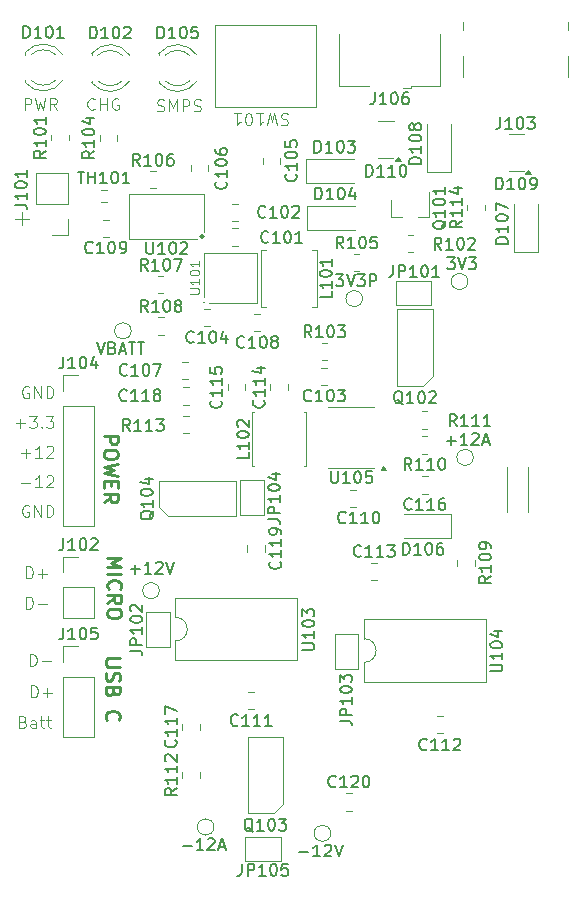
<source format=gbr>
%TF.GenerationSoftware,KiCad,Pcbnew,8.0.3*%
%TF.CreationDate,2024-07-14T14:59:13-06:00*%
%TF.ProjectId,PowerSupplyBoard,506f7765-7253-4757-9070-6c79426f6172,rev?*%
%TF.SameCoordinates,Original*%
%TF.FileFunction,Legend,Top*%
%TF.FilePolarity,Positive*%
%FSLAX46Y46*%
G04 Gerber Fmt 4.6, Leading zero omitted, Abs format (unit mm)*
G04 Created by KiCad (PCBNEW 8.0.3) date 2024-07-14 14:59:13*
%MOMM*%
%LPD*%
G01*
G04 APERTURE LIST*
%ADD10C,0.100000*%
%ADD11C,0.240000*%
%ADD12C,0.150000*%
%ADD13C,0.120000*%
%ADD14C,0.300000*%
G04 APERTURE END LIST*
D10*
X1487217Y-59578609D02*
X1630074Y-59626228D01*
X1630074Y-59626228D02*
X1677693Y-59673847D01*
X1677693Y-59673847D02*
X1725312Y-59769085D01*
X1725312Y-59769085D02*
X1725312Y-59911942D01*
X1725312Y-59911942D02*
X1677693Y-60007180D01*
X1677693Y-60007180D02*
X1630074Y-60054800D01*
X1630074Y-60054800D02*
X1534836Y-60102419D01*
X1534836Y-60102419D02*
X1153884Y-60102419D01*
X1153884Y-60102419D02*
X1153884Y-59102419D01*
X1153884Y-59102419D02*
X1487217Y-59102419D01*
X1487217Y-59102419D02*
X1582455Y-59150038D01*
X1582455Y-59150038D02*
X1630074Y-59197657D01*
X1630074Y-59197657D02*
X1677693Y-59292895D01*
X1677693Y-59292895D02*
X1677693Y-59388133D01*
X1677693Y-59388133D02*
X1630074Y-59483371D01*
X1630074Y-59483371D02*
X1582455Y-59530990D01*
X1582455Y-59530990D02*
X1487217Y-59578609D01*
X1487217Y-59578609D02*
X1153884Y-59578609D01*
X2582455Y-60102419D02*
X2582455Y-59578609D01*
X2582455Y-59578609D02*
X2534836Y-59483371D01*
X2534836Y-59483371D02*
X2439598Y-59435752D01*
X2439598Y-59435752D02*
X2249122Y-59435752D01*
X2249122Y-59435752D02*
X2153884Y-59483371D01*
X2582455Y-60054800D02*
X2487217Y-60102419D01*
X2487217Y-60102419D02*
X2249122Y-60102419D01*
X2249122Y-60102419D02*
X2153884Y-60054800D01*
X2153884Y-60054800D02*
X2106265Y-59959561D01*
X2106265Y-59959561D02*
X2106265Y-59864323D01*
X2106265Y-59864323D02*
X2153884Y-59769085D01*
X2153884Y-59769085D02*
X2249122Y-59721466D01*
X2249122Y-59721466D02*
X2487217Y-59721466D01*
X2487217Y-59721466D02*
X2582455Y-59673847D01*
X2915789Y-59435752D02*
X3296741Y-59435752D01*
X3058646Y-59102419D02*
X3058646Y-59959561D01*
X3058646Y-59959561D02*
X3106265Y-60054800D01*
X3106265Y-60054800D02*
X3201503Y-60102419D01*
X3201503Y-60102419D02*
X3296741Y-60102419D01*
X3487218Y-59435752D02*
X3868170Y-59435752D01*
X3630075Y-59102419D02*
X3630075Y-59959561D01*
X3630075Y-59959561D02*
X3677694Y-60054800D01*
X3677694Y-60054800D02*
X3772932Y-60102419D01*
X3772932Y-60102419D02*
X3868170Y-60102419D01*
X1643884Y-7772419D02*
X1643884Y-6772419D01*
X1643884Y-6772419D02*
X2024836Y-6772419D01*
X2024836Y-6772419D02*
X2120074Y-6820038D01*
X2120074Y-6820038D02*
X2167693Y-6867657D01*
X2167693Y-6867657D02*
X2215312Y-6962895D01*
X2215312Y-6962895D02*
X2215312Y-7105752D01*
X2215312Y-7105752D02*
X2167693Y-7200990D01*
X2167693Y-7200990D02*
X2120074Y-7248609D01*
X2120074Y-7248609D02*
X2024836Y-7296228D01*
X2024836Y-7296228D02*
X1643884Y-7296228D01*
X2548646Y-6772419D02*
X2786741Y-7772419D01*
X2786741Y-7772419D02*
X2977217Y-7058133D01*
X2977217Y-7058133D02*
X3167693Y-7772419D01*
X3167693Y-7772419D02*
X3405789Y-6772419D01*
X4358169Y-7772419D02*
X4024836Y-7296228D01*
X3786741Y-7772419D02*
X3786741Y-6772419D01*
X3786741Y-6772419D02*
X4167693Y-6772419D01*
X4167693Y-6772419D02*
X4262931Y-6820038D01*
X4262931Y-6820038D02*
X4310550Y-6867657D01*
X4310550Y-6867657D02*
X4358169Y-6962895D01*
X4358169Y-6962895D02*
X4358169Y-7105752D01*
X4358169Y-7105752D02*
X4310550Y-7200990D01*
X4310550Y-7200990D02*
X4262931Y-7248609D01*
X4262931Y-7248609D02*
X4167693Y-7296228D01*
X4167693Y-7296228D02*
X3786741Y-7296228D01*
X7575312Y-7677180D02*
X7527693Y-7724800D01*
X7527693Y-7724800D02*
X7384836Y-7772419D01*
X7384836Y-7772419D02*
X7289598Y-7772419D01*
X7289598Y-7772419D02*
X7146741Y-7724800D01*
X7146741Y-7724800D02*
X7051503Y-7629561D01*
X7051503Y-7629561D02*
X7003884Y-7534323D01*
X7003884Y-7534323D02*
X6956265Y-7343847D01*
X6956265Y-7343847D02*
X6956265Y-7200990D01*
X6956265Y-7200990D02*
X7003884Y-7010514D01*
X7003884Y-7010514D02*
X7051503Y-6915276D01*
X7051503Y-6915276D02*
X7146741Y-6820038D01*
X7146741Y-6820038D02*
X7289598Y-6772419D01*
X7289598Y-6772419D02*
X7384836Y-6772419D01*
X7384836Y-6772419D02*
X7527693Y-6820038D01*
X7527693Y-6820038D02*
X7575312Y-6867657D01*
X8003884Y-7772419D02*
X8003884Y-6772419D01*
X8003884Y-7248609D02*
X8575312Y-7248609D01*
X8575312Y-7772419D02*
X8575312Y-6772419D01*
X9575312Y-6820038D02*
X9480074Y-6772419D01*
X9480074Y-6772419D02*
X9337217Y-6772419D01*
X9337217Y-6772419D02*
X9194360Y-6820038D01*
X9194360Y-6820038D02*
X9099122Y-6915276D01*
X9099122Y-6915276D02*
X9051503Y-7010514D01*
X9051503Y-7010514D02*
X9003884Y-7200990D01*
X9003884Y-7200990D02*
X9003884Y-7343847D01*
X9003884Y-7343847D02*
X9051503Y-7534323D01*
X9051503Y-7534323D02*
X9099122Y-7629561D01*
X9099122Y-7629561D02*
X9194360Y-7724800D01*
X9194360Y-7724800D02*
X9337217Y-7772419D01*
X9337217Y-7772419D02*
X9432455Y-7772419D01*
X9432455Y-7772419D02*
X9575312Y-7724800D01*
X9575312Y-7724800D02*
X9622931Y-7677180D01*
X9622931Y-7677180D02*
X9622931Y-7343847D01*
X9622931Y-7343847D02*
X9432455Y-7343847D01*
X12876265Y-7834800D02*
X13019122Y-7882419D01*
X13019122Y-7882419D02*
X13257217Y-7882419D01*
X13257217Y-7882419D02*
X13352455Y-7834800D01*
X13352455Y-7834800D02*
X13400074Y-7787180D01*
X13400074Y-7787180D02*
X13447693Y-7691942D01*
X13447693Y-7691942D02*
X13447693Y-7596704D01*
X13447693Y-7596704D02*
X13400074Y-7501466D01*
X13400074Y-7501466D02*
X13352455Y-7453847D01*
X13352455Y-7453847D02*
X13257217Y-7406228D01*
X13257217Y-7406228D02*
X13066741Y-7358609D01*
X13066741Y-7358609D02*
X12971503Y-7310990D01*
X12971503Y-7310990D02*
X12923884Y-7263371D01*
X12923884Y-7263371D02*
X12876265Y-7168133D01*
X12876265Y-7168133D02*
X12876265Y-7072895D01*
X12876265Y-7072895D02*
X12923884Y-6977657D01*
X12923884Y-6977657D02*
X12971503Y-6930038D01*
X12971503Y-6930038D02*
X13066741Y-6882419D01*
X13066741Y-6882419D02*
X13304836Y-6882419D01*
X13304836Y-6882419D02*
X13447693Y-6930038D01*
X13876265Y-7882419D02*
X13876265Y-6882419D01*
X13876265Y-6882419D02*
X14209598Y-7596704D01*
X14209598Y-7596704D02*
X14542931Y-6882419D01*
X14542931Y-6882419D02*
X14542931Y-7882419D01*
X15019122Y-7882419D02*
X15019122Y-6882419D01*
X15019122Y-6882419D02*
X15400074Y-6882419D01*
X15400074Y-6882419D02*
X15495312Y-6930038D01*
X15495312Y-6930038D02*
X15542931Y-6977657D01*
X15542931Y-6977657D02*
X15590550Y-7072895D01*
X15590550Y-7072895D02*
X15590550Y-7215752D01*
X15590550Y-7215752D02*
X15542931Y-7310990D01*
X15542931Y-7310990D02*
X15495312Y-7358609D01*
X15495312Y-7358609D02*
X15400074Y-7406228D01*
X15400074Y-7406228D02*
X15019122Y-7406228D01*
X15971503Y-7834800D02*
X16114360Y-7882419D01*
X16114360Y-7882419D02*
X16352455Y-7882419D01*
X16352455Y-7882419D02*
X16447693Y-7834800D01*
X16447693Y-7834800D02*
X16495312Y-7787180D01*
X16495312Y-7787180D02*
X16542931Y-7691942D01*
X16542931Y-7691942D02*
X16542931Y-7596704D01*
X16542931Y-7596704D02*
X16495312Y-7501466D01*
X16495312Y-7501466D02*
X16447693Y-7453847D01*
X16447693Y-7453847D02*
X16352455Y-7406228D01*
X16352455Y-7406228D02*
X16161979Y-7358609D01*
X16161979Y-7358609D02*
X16066741Y-7310990D01*
X16066741Y-7310990D02*
X16019122Y-7263371D01*
X16019122Y-7263371D02*
X15971503Y-7168133D01*
X15971503Y-7168133D02*
X15971503Y-7072895D01*
X15971503Y-7072895D02*
X16019122Y-6977657D01*
X16019122Y-6977657D02*
X16066741Y-6930038D01*
X16066741Y-6930038D02*
X16161979Y-6882419D01*
X16161979Y-6882419D02*
X16400074Y-6882419D01*
X16400074Y-6882419D02*
X16542931Y-6930038D01*
D11*
X8319337Y-35383608D02*
X9519337Y-35383608D01*
X9519337Y-35383608D02*
X9519337Y-35840751D01*
X9519337Y-35840751D02*
X9462194Y-35955036D01*
X9462194Y-35955036D02*
X9405051Y-36012179D01*
X9405051Y-36012179D02*
X9290765Y-36069322D01*
X9290765Y-36069322D02*
X9119337Y-36069322D01*
X9119337Y-36069322D02*
X9005051Y-36012179D01*
X9005051Y-36012179D02*
X8947908Y-35955036D01*
X8947908Y-35955036D02*
X8890765Y-35840751D01*
X8890765Y-35840751D02*
X8890765Y-35383608D01*
X9519337Y-36812179D02*
X9519337Y-37040751D01*
X9519337Y-37040751D02*
X9462194Y-37155036D01*
X9462194Y-37155036D02*
X9347908Y-37269322D01*
X9347908Y-37269322D02*
X9119337Y-37326465D01*
X9119337Y-37326465D02*
X8719337Y-37326465D01*
X8719337Y-37326465D02*
X8490765Y-37269322D01*
X8490765Y-37269322D02*
X8376480Y-37155036D01*
X8376480Y-37155036D02*
X8319337Y-37040751D01*
X8319337Y-37040751D02*
X8319337Y-36812179D01*
X8319337Y-36812179D02*
X8376480Y-36697894D01*
X8376480Y-36697894D02*
X8490765Y-36583608D01*
X8490765Y-36583608D02*
X8719337Y-36526465D01*
X8719337Y-36526465D02*
X9119337Y-36526465D01*
X9119337Y-36526465D02*
X9347908Y-36583608D01*
X9347908Y-36583608D02*
X9462194Y-36697894D01*
X9462194Y-36697894D02*
X9519337Y-36812179D01*
X9519337Y-37726465D02*
X8319337Y-38012179D01*
X8319337Y-38012179D02*
X9176480Y-38240751D01*
X9176480Y-38240751D02*
X8319337Y-38469322D01*
X8319337Y-38469322D02*
X9519337Y-38755037D01*
X8947908Y-39212180D02*
X8947908Y-39612180D01*
X8319337Y-39783608D02*
X8319337Y-39212180D01*
X8319337Y-39212180D02*
X9519337Y-39212180D01*
X9519337Y-39212180D02*
X9519337Y-39783608D01*
X8319337Y-40983608D02*
X8890765Y-40583608D01*
X8319337Y-40297894D02*
X9519337Y-40297894D01*
X9519337Y-40297894D02*
X9519337Y-40755037D01*
X9519337Y-40755037D02*
X9462194Y-40869322D01*
X9462194Y-40869322D02*
X9405051Y-40926465D01*
X9405051Y-40926465D02*
X9290765Y-40983608D01*
X9290765Y-40983608D02*
X9119337Y-40983608D01*
X9119337Y-40983608D02*
X9005051Y-40926465D01*
X9005051Y-40926465D02*
X8947908Y-40869322D01*
X8947908Y-40869322D02*
X8890765Y-40755037D01*
X8890765Y-40755037D02*
X8890765Y-40297894D01*
D10*
X832931Y-16979800D02*
X1975789Y-16979800D01*
X1404360Y-17551228D02*
X1404360Y-16408371D01*
D11*
X8639337Y-45703608D02*
X9839337Y-45703608D01*
X9839337Y-45703608D02*
X8982194Y-46103608D01*
X8982194Y-46103608D02*
X9839337Y-46503608D01*
X9839337Y-46503608D02*
X8639337Y-46503608D01*
X8639337Y-47075037D02*
X9839337Y-47075037D01*
X8753622Y-48332180D02*
X8696480Y-48275037D01*
X8696480Y-48275037D02*
X8639337Y-48103609D01*
X8639337Y-48103609D02*
X8639337Y-47989323D01*
X8639337Y-47989323D02*
X8696480Y-47817894D01*
X8696480Y-47817894D02*
X8810765Y-47703609D01*
X8810765Y-47703609D02*
X8925051Y-47646466D01*
X8925051Y-47646466D02*
X9153622Y-47589323D01*
X9153622Y-47589323D02*
X9325051Y-47589323D01*
X9325051Y-47589323D02*
X9553622Y-47646466D01*
X9553622Y-47646466D02*
X9667908Y-47703609D01*
X9667908Y-47703609D02*
X9782194Y-47817894D01*
X9782194Y-47817894D02*
X9839337Y-47989323D01*
X9839337Y-47989323D02*
X9839337Y-48103609D01*
X9839337Y-48103609D02*
X9782194Y-48275037D01*
X9782194Y-48275037D02*
X9725051Y-48332180D01*
X8639337Y-49532180D02*
X9210765Y-49132180D01*
X8639337Y-48846466D02*
X9839337Y-48846466D01*
X9839337Y-48846466D02*
X9839337Y-49303609D01*
X9839337Y-49303609D02*
X9782194Y-49417894D01*
X9782194Y-49417894D02*
X9725051Y-49475037D01*
X9725051Y-49475037D02*
X9610765Y-49532180D01*
X9610765Y-49532180D02*
X9439337Y-49532180D01*
X9439337Y-49532180D02*
X9325051Y-49475037D01*
X9325051Y-49475037D02*
X9267908Y-49417894D01*
X9267908Y-49417894D02*
X9210765Y-49303609D01*
X9210765Y-49303609D02*
X9210765Y-48846466D01*
X9839337Y-50275037D02*
X9839337Y-50503609D01*
X9839337Y-50503609D02*
X9782194Y-50617894D01*
X9782194Y-50617894D02*
X9667908Y-50732180D01*
X9667908Y-50732180D02*
X9439337Y-50789323D01*
X9439337Y-50789323D02*
X9039337Y-50789323D01*
X9039337Y-50789323D02*
X8810765Y-50732180D01*
X8810765Y-50732180D02*
X8696480Y-50617894D01*
X8696480Y-50617894D02*
X8639337Y-50503609D01*
X8639337Y-50503609D02*
X8639337Y-50275037D01*
X8639337Y-50275037D02*
X8696480Y-50160752D01*
X8696480Y-50160752D02*
X8810765Y-50046466D01*
X8810765Y-50046466D02*
X9039337Y-49989323D01*
X9039337Y-49989323D02*
X9439337Y-49989323D01*
X9439337Y-49989323D02*
X9667908Y-50046466D01*
X9667908Y-50046466D02*
X9782194Y-50160752D01*
X9782194Y-50160752D02*
X9839337Y-50275037D01*
X9709337Y-54213608D02*
X8737908Y-54213608D01*
X8737908Y-54213608D02*
X8623622Y-54270751D01*
X8623622Y-54270751D02*
X8566480Y-54327894D01*
X8566480Y-54327894D02*
X8509337Y-54442179D01*
X8509337Y-54442179D02*
X8509337Y-54670751D01*
X8509337Y-54670751D02*
X8566480Y-54785036D01*
X8566480Y-54785036D02*
X8623622Y-54842179D01*
X8623622Y-54842179D02*
X8737908Y-54899322D01*
X8737908Y-54899322D02*
X9709337Y-54899322D01*
X8566480Y-55413608D02*
X8509337Y-55585037D01*
X8509337Y-55585037D02*
X8509337Y-55870751D01*
X8509337Y-55870751D02*
X8566480Y-55985037D01*
X8566480Y-55985037D02*
X8623622Y-56042179D01*
X8623622Y-56042179D02*
X8737908Y-56099322D01*
X8737908Y-56099322D02*
X8852194Y-56099322D01*
X8852194Y-56099322D02*
X8966480Y-56042179D01*
X8966480Y-56042179D02*
X9023622Y-55985037D01*
X9023622Y-55985037D02*
X9080765Y-55870751D01*
X9080765Y-55870751D02*
X9137908Y-55642179D01*
X9137908Y-55642179D02*
X9195051Y-55527894D01*
X9195051Y-55527894D02*
X9252194Y-55470751D01*
X9252194Y-55470751D02*
X9366480Y-55413608D01*
X9366480Y-55413608D02*
X9480765Y-55413608D01*
X9480765Y-55413608D02*
X9595051Y-55470751D01*
X9595051Y-55470751D02*
X9652194Y-55527894D01*
X9652194Y-55527894D02*
X9709337Y-55642179D01*
X9709337Y-55642179D02*
X9709337Y-55927894D01*
X9709337Y-55927894D02*
X9652194Y-56099322D01*
X9137908Y-57013608D02*
X9080765Y-57185036D01*
X9080765Y-57185036D02*
X9023622Y-57242179D01*
X9023622Y-57242179D02*
X8909337Y-57299322D01*
X8909337Y-57299322D02*
X8737908Y-57299322D01*
X8737908Y-57299322D02*
X8623622Y-57242179D01*
X8623622Y-57242179D02*
X8566480Y-57185036D01*
X8566480Y-57185036D02*
X8509337Y-57070751D01*
X8509337Y-57070751D02*
X8509337Y-56613608D01*
X8509337Y-56613608D02*
X9709337Y-56613608D01*
X9709337Y-56613608D02*
X9709337Y-57013608D01*
X9709337Y-57013608D02*
X9652194Y-57127894D01*
X9652194Y-57127894D02*
X9595051Y-57185036D01*
X9595051Y-57185036D02*
X9480765Y-57242179D01*
X9480765Y-57242179D02*
X9366480Y-57242179D01*
X9366480Y-57242179D02*
X9252194Y-57185036D01*
X9252194Y-57185036D02*
X9195051Y-57127894D01*
X9195051Y-57127894D02*
X9137908Y-57013608D01*
X9137908Y-57013608D02*
X9137908Y-56613608D01*
X8623622Y-59413608D02*
X8566480Y-59356465D01*
X8566480Y-59356465D02*
X8509337Y-59185037D01*
X8509337Y-59185037D02*
X8509337Y-59070751D01*
X8509337Y-59070751D02*
X8566480Y-58899322D01*
X8566480Y-58899322D02*
X8680765Y-58785037D01*
X8680765Y-58785037D02*
X8795051Y-58727894D01*
X8795051Y-58727894D02*
X9023622Y-58670751D01*
X9023622Y-58670751D02*
X9195051Y-58670751D01*
X9195051Y-58670751D02*
X9423622Y-58727894D01*
X9423622Y-58727894D02*
X9537908Y-58785037D01*
X9537908Y-58785037D02*
X9652194Y-58899322D01*
X9652194Y-58899322D02*
X9709337Y-59070751D01*
X9709337Y-59070751D02*
X9709337Y-59185037D01*
X9709337Y-59185037D02*
X9652194Y-59356465D01*
X9652194Y-59356465D02*
X9595051Y-59413608D01*
D10*
X2083884Y-54832419D02*
X2083884Y-53832419D01*
X2083884Y-53832419D02*
X2321979Y-53832419D01*
X2321979Y-53832419D02*
X2464836Y-53880038D01*
X2464836Y-53880038D02*
X2560074Y-53975276D01*
X2560074Y-53975276D02*
X2607693Y-54070514D01*
X2607693Y-54070514D02*
X2655312Y-54260990D01*
X2655312Y-54260990D02*
X2655312Y-54403847D01*
X2655312Y-54403847D02*
X2607693Y-54594323D01*
X2607693Y-54594323D02*
X2560074Y-54689561D01*
X2560074Y-54689561D02*
X2464836Y-54784800D01*
X2464836Y-54784800D02*
X2321979Y-54832419D01*
X2321979Y-54832419D02*
X2083884Y-54832419D01*
X3083884Y-54451466D02*
X3845789Y-54451466D01*
X2173884Y-57492419D02*
X2173884Y-56492419D01*
X2173884Y-56492419D02*
X2411979Y-56492419D01*
X2411979Y-56492419D02*
X2554836Y-56540038D01*
X2554836Y-56540038D02*
X2650074Y-56635276D01*
X2650074Y-56635276D02*
X2697693Y-56730514D01*
X2697693Y-56730514D02*
X2745312Y-56920990D01*
X2745312Y-56920990D02*
X2745312Y-57063847D01*
X2745312Y-57063847D02*
X2697693Y-57254323D01*
X2697693Y-57254323D02*
X2650074Y-57349561D01*
X2650074Y-57349561D02*
X2554836Y-57444800D01*
X2554836Y-57444800D02*
X2411979Y-57492419D01*
X2411979Y-57492419D02*
X2173884Y-57492419D01*
X3173884Y-57111466D02*
X3935789Y-57111466D01*
X3554836Y-57492419D02*
X3554836Y-56730514D01*
X1763884Y-49982419D02*
X1763884Y-48982419D01*
X1763884Y-48982419D02*
X2001979Y-48982419D01*
X2001979Y-48982419D02*
X2144836Y-49030038D01*
X2144836Y-49030038D02*
X2240074Y-49125276D01*
X2240074Y-49125276D02*
X2287693Y-49220514D01*
X2287693Y-49220514D02*
X2335312Y-49410990D01*
X2335312Y-49410990D02*
X2335312Y-49553847D01*
X2335312Y-49553847D02*
X2287693Y-49744323D01*
X2287693Y-49744323D02*
X2240074Y-49839561D01*
X2240074Y-49839561D02*
X2144836Y-49934800D01*
X2144836Y-49934800D02*
X2001979Y-49982419D01*
X2001979Y-49982419D02*
X1763884Y-49982419D01*
X2763884Y-49601466D02*
X3525789Y-49601466D01*
X1763884Y-47422419D02*
X1763884Y-46422419D01*
X1763884Y-46422419D02*
X2001979Y-46422419D01*
X2001979Y-46422419D02*
X2144836Y-46470038D01*
X2144836Y-46470038D02*
X2240074Y-46565276D01*
X2240074Y-46565276D02*
X2287693Y-46660514D01*
X2287693Y-46660514D02*
X2335312Y-46850990D01*
X2335312Y-46850990D02*
X2335312Y-46993847D01*
X2335312Y-46993847D02*
X2287693Y-47184323D01*
X2287693Y-47184323D02*
X2240074Y-47279561D01*
X2240074Y-47279561D02*
X2144836Y-47374800D01*
X2144836Y-47374800D02*
X2001979Y-47422419D01*
X2001979Y-47422419D02*
X1763884Y-47422419D01*
X2763884Y-47041466D02*
X3525789Y-47041466D01*
X3144836Y-47422419D02*
X3144836Y-46660514D01*
X1987693Y-41280038D02*
X1892455Y-41232419D01*
X1892455Y-41232419D02*
X1749598Y-41232419D01*
X1749598Y-41232419D02*
X1606741Y-41280038D01*
X1606741Y-41280038D02*
X1511503Y-41375276D01*
X1511503Y-41375276D02*
X1463884Y-41470514D01*
X1463884Y-41470514D02*
X1416265Y-41660990D01*
X1416265Y-41660990D02*
X1416265Y-41803847D01*
X1416265Y-41803847D02*
X1463884Y-41994323D01*
X1463884Y-41994323D02*
X1511503Y-42089561D01*
X1511503Y-42089561D02*
X1606741Y-42184800D01*
X1606741Y-42184800D02*
X1749598Y-42232419D01*
X1749598Y-42232419D02*
X1844836Y-42232419D01*
X1844836Y-42232419D02*
X1987693Y-42184800D01*
X1987693Y-42184800D02*
X2035312Y-42137180D01*
X2035312Y-42137180D02*
X2035312Y-41803847D01*
X2035312Y-41803847D02*
X1844836Y-41803847D01*
X2463884Y-42232419D02*
X2463884Y-41232419D01*
X2463884Y-41232419D02*
X3035312Y-42232419D01*
X3035312Y-42232419D02*
X3035312Y-41232419D01*
X3511503Y-42232419D02*
X3511503Y-41232419D01*
X3511503Y-41232419D02*
X3749598Y-41232419D01*
X3749598Y-41232419D02*
X3892455Y-41280038D01*
X3892455Y-41280038D02*
X3987693Y-41375276D01*
X3987693Y-41375276D02*
X4035312Y-41470514D01*
X4035312Y-41470514D02*
X4082931Y-41660990D01*
X4082931Y-41660990D02*
X4082931Y-41803847D01*
X4082931Y-41803847D02*
X4035312Y-41994323D01*
X4035312Y-41994323D02*
X3987693Y-42089561D01*
X3987693Y-42089561D02*
X3892455Y-42184800D01*
X3892455Y-42184800D02*
X3749598Y-42232419D01*
X3749598Y-42232419D02*
X3511503Y-42232419D01*
X1368646Y-39336466D02*
X2130551Y-39336466D01*
X3130550Y-39717419D02*
X2559122Y-39717419D01*
X2844836Y-39717419D02*
X2844836Y-38717419D01*
X2844836Y-38717419D02*
X2749598Y-38860276D01*
X2749598Y-38860276D02*
X2654360Y-38955514D01*
X2654360Y-38955514D02*
X2559122Y-39003133D01*
X3511503Y-38812657D02*
X3559122Y-38765038D01*
X3559122Y-38765038D02*
X3654360Y-38717419D01*
X3654360Y-38717419D02*
X3892455Y-38717419D01*
X3892455Y-38717419D02*
X3987693Y-38765038D01*
X3987693Y-38765038D02*
X4035312Y-38812657D01*
X4035312Y-38812657D02*
X4082931Y-38907895D01*
X4082931Y-38907895D02*
X4082931Y-39003133D01*
X4082931Y-39003133D02*
X4035312Y-39145990D01*
X4035312Y-39145990D02*
X3463884Y-39717419D01*
X3463884Y-39717419D02*
X4082931Y-39717419D01*
X1368646Y-36821466D02*
X2130551Y-36821466D01*
X1749598Y-37202419D02*
X1749598Y-36440514D01*
X3130550Y-37202419D02*
X2559122Y-37202419D01*
X2844836Y-37202419D02*
X2844836Y-36202419D01*
X2844836Y-36202419D02*
X2749598Y-36345276D01*
X2749598Y-36345276D02*
X2654360Y-36440514D01*
X2654360Y-36440514D02*
X2559122Y-36488133D01*
X3511503Y-36297657D02*
X3559122Y-36250038D01*
X3559122Y-36250038D02*
X3654360Y-36202419D01*
X3654360Y-36202419D02*
X3892455Y-36202419D01*
X3892455Y-36202419D02*
X3987693Y-36250038D01*
X3987693Y-36250038D02*
X4035312Y-36297657D01*
X4035312Y-36297657D02*
X4082931Y-36392895D01*
X4082931Y-36392895D02*
X4082931Y-36488133D01*
X4082931Y-36488133D02*
X4035312Y-36630990D01*
X4035312Y-36630990D02*
X3463884Y-37202419D01*
X3463884Y-37202419D02*
X4082931Y-37202419D01*
X892456Y-34306466D02*
X1654361Y-34306466D01*
X1273408Y-34687419D02*
X1273408Y-33925514D01*
X2035313Y-33687419D02*
X2654360Y-33687419D01*
X2654360Y-33687419D02*
X2321027Y-34068371D01*
X2321027Y-34068371D02*
X2463884Y-34068371D01*
X2463884Y-34068371D02*
X2559122Y-34115990D01*
X2559122Y-34115990D02*
X2606741Y-34163609D01*
X2606741Y-34163609D02*
X2654360Y-34258847D01*
X2654360Y-34258847D02*
X2654360Y-34496942D01*
X2654360Y-34496942D02*
X2606741Y-34592180D01*
X2606741Y-34592180D02*
X2559122Y-34639800D01*
X2559122Y-34639800D02*
X2463884Y-34687419D01*
X2463884Y-34687419D02*
X2178170Y-34687419D01*
X2178170Y-34687419D02*
X2082932Y-34639800D01*
X2082932Y-34639800D02*
X2035313Y-34592180D01*
X3082932Y-34592180D02*
X3130551Y-34639800D01*
X3130551Y-34639800D02*
X3082932Y-34687419D01*
X3082932Y-34687419D02*
X3035313Y-34639800D01*
X3035313Y-34639800D02*
X3082932Y-34592180D01*
X3082932Y-34592180D02*
X3082932Y-34687419D01*
X3463884Y-33687419D02*
X4082931Y-33687419D01*
X4082931Y-33687419D02*
X3749598Y-34068371D01*
X3749598Y-34068371D02*
X3892455Y-34068371D01*
X3892455Y-34068371D02*
X3987693Y-34115990D01*
X3987693Y-34115990D02*
X4035312Y-34163609D01*
X4035312Y-34163609D02*
X4082931Y-34258847D01*
X4082931Y-34258847D02*
X4082931Y-34496942D01*
X4082931Y-34496942D02*
X4035312Y-34592180D01*
X4035312Y-34592180D02*
X3987693Y-34639800D01*
X3987693Y-34639800D02*
X3892455Y-34687419D01*
X3892455Y-34687419D02*
X3606741Y-34687419D01*
X3606741Y-34687419D02*
X3511503Y-34639800D01*
X3511503Y-34639800D02*
X3463884Y-34592180D01*
X1987693Y-31220038D02*
X1892455Y-31172419D01*
X1892455Y-31172419D02*
X1749598Y-31172419D01*
X1749598Y-31172419D02*
X1606741Y-31220038D01*
X1606741Y-31220038D02*
X1511503Y-31315276D01*
X1511503Y-31315276D02*
X1463884Y-31410514D01*
X1463884Y-31410514D02*
X1416265Y-31600990D01*
X1416265Y-31600990D02*
X1416265Y-31743847D01*
X1416265Y-31743847D02*
X1463884Y-31934323D01*
X1463884Y-31934323D02*
X1511503Y-32029561D01*
X1511503Y-32029561D02*
X1606741Y-32124800D01*
X1606741Y-32124800D02*
X1749598Y-32172419D01*
X1749598Y-32172419D02*
X1844836Y-32172419D01*
X1844836Y-32172419D02*
X1987693Y-32124800D01*
X1987693Y-32124800D02*
X2035312Y-32077180D01*
X2035312Y-32077180D02*
X2035312Y-31743847D01*
X2035312Y-31743847D02*
X1844836Y-31743847D01*
X2463884Y-32172419D02*
X2463884Y-31172419D01*
X2463884Y-31172419D02*
X3035312Y-32172419D01*
X3035312Y-32172419D02*
X3035312Y-31172419D01*
X3511503Y-32172419D02*
X3511503Y-31172419D01*
X3511503Y-31172419D02*
X3749598Y-31172419D01*
X3749598Y-31172419D02*
X3892455Y-31220038D01*
X3892455Y-31220038D02*
X3987693Y-31315276D01*
X3987693Y-31315276D02*
X4035312Y-31410514D01*
X4035312Y-31410514D02*
X4082931Y-31600990D01*
X4082931Y-31600990D02*
X4082931Y-31743847D01*
X4082931Y-31743847D02*
X4035312Y-31934323D01*
X4035312Y-31934323D02*
X3987693Y-32029561D01*
X3987693Y-32029561D02*
X3892455Y-32124800D01*
X3892455Y-32124800D02*
X3749598Y-32172419D01*
X3749598Y-32172419D02*
X3511503Y-32172419D01*
D12*
X41914285Y-8384820D02*
X41914285Y-9099105D01*
X41914285Y-9099105D02*
X41866666Y-9241962D01*
X41866666Y-9241962D02*
X41771428Y-9337201D01*
X41771428Y-9337201D02*
X41628571Y-9384820D01*
X41628571Y-9384820D02*
X41533333Y-9384820D01*
X42914285Y-9384820D02*
X42342857Y-9384820D01*
X42628571Y-9384820D02*
X42628571Y-8384820D01*
X42628571Y-8384820D02*
X42533333Y-8527677D01*
X42533333Y-8527677D02*
X42438095Y-8622915D01*
X42438095Y-8622915D02*
X42342857Y-8670534D01*
X43533333Y-8384820D02*
X43628571Y-8384820D01*
X43628571Y-8384820D02*
X43723809Y-8432439D01*
X43723809Y-8432439D02*
X43771428Y-8480058D01*
X43771428Y-8480058D02*
X43819047Y-8575296D01*
X43819047Y-8575296D02*
X43866666Y-8765772D01*
X43866666Y-8765772D02*
X43866666Y-9003867D01*
X43866666Y-9003867D02*
X43819047Y-9194343D01*
X43819047Y-9194343D02*
X43771428Y-9289581D01*
X43771428Y-9289581D02*
X43723809Y-9337201D01*
X43723809Y-9337201D02*
X43628571Y-9384820D01*
X43628571Y-9384820D02*
X43533333Y-9384820D01*
X43533333Y-9384820D02*
X43438095Y-9337201D01*
X43438095Y-9337201D02*
X43390476Y-9289581D01*
X43390476Y-9289581D02*
X43342857Y-9194343D01*
X43342857Y-9194343D02*
X43295238Y-9003867D01*
X43295238Y-9003867D02*
X43295238Y-8765772D01*
X43295238Y-8765772D02*
X43342857Y-8575296D01*
X43342857Y-8575296D02*
X43390476Y-8480058D01*
X43390476Y-8480058D02*
X43438095Y-8432439D01*
X43438095Y-8432439D02*
X43533333Y-8384820D01*
X44200000Y-8384820D02*
X44819047Y-8384820D01*
X44819047Y-8384820D02*
X44485714Y-8765772D01*
X44485714Y-8765772D02*
X44628571Y-8765772D01*
X44628571Y-8765772D02*
X44723809Y-8813391D01*
X44723809Y-8813391D02*
X44771428Y-8861010D01*
X44771428Y-8861010D02*
X44819047Y-8956248D01*
X44819047Y-8956248D02*
X44819047Y-9194343D01*
X44819047Y-9194343D02*
X44771428Y-9289581D01*
X44771428Y-9289581D02*
X44723809Y-9337201D01*
X44723809Y-9337201D02*
X44628571Y-9384820D01*
X44628571Y-9384820D02*
X44342857Y-9384820D01*
X44342857Y-9384820D02*
X44247619Y-9337201D01*
X44247619Y-9337201D02*
X44200000Y-9289581D01*
X25144819Y-53494285D02*
X25954342Y-53494285D01*
X25954342Y-53494285D02*
X26049580Y-53446666D01*
X26049580Y-53446666D02*
X26097200Y-53399047D01*
X26097200Y-53399047D02*
X26144819Y-53303809D01*
X26144819Y-53303809D02*
X26144819Y-53113333D01*
X26144819Y-53113333D02*
X26097200Y-53018095D01*
X26097200Y-53018095D02*
X26049580Y-52970476D01*
X26049580Y-52970476D02*
X25954342Y-52922857D01*
X25954342Y-52922857D02*
X25144819Y-52922857D01*
X26144819Y-51922857D02*
X26144819Y-52494285D01*
X26144819Y-52208571D02*
X25144819Y-52208571D01*
X25144819Y-52208571D02*
X25287676Y-52303809D01*
X25287676Y-52303809D02*
X25382914Y-52399047D01*
X25382914Y-52399047D02*
X25430533Y-52494285D01*
X25144819Y-51303809D02*
X25144819Y-51208571D01*
X25144819Y-51208571D02*
X25192438Y-51113333D01*
X25192438Y-51113333D02*
X25240057Y-51065714D01*
X25240057Y-51065714D02*
X25335295Y-51018095D01*
X25335295Y-51018095D02*
X25525771Y-50970476D01*
X25525771Y-50970476D02*
X25763866Y-50970476D01*
X25763866Y-50970476D02*
X25954342Y-51018095D01*
X25954342Y-51018095D02*
X26049580Y-51065714D01*
X26049580Y-51065714D02*
X26097200Y-51113333D01*
X26097200Y-51113333D02*
X26144819Y-51208571D01*
X26144819Y-51208571D02*
X26144819Y-51303809D01*
X26144819Y-51303809D02*
X26097200Y-51399047D01*
X26097200Y-51399047D02*
X26049580Y-51446666D01*
X26049580Y-51446666D02*
X25954342Y-51494285D01*
X25954342Y-51494285D02*
X25763866Y-51541904D01*
X25763866Y-51541904D02*
X25525771Y-51541904D01*
X25525771Y-51541904D02*
X25335295Y-51494285D01*
X25335295Y-51494285D02*
X25240057Y-51446666D01*
X25240057Y-51446666D02*
X25192438Y-51399047D01*
X25192438Y-51399047D02*
X25144819Y-51303809D01*
X25144819Y-50637142D02*
X25144819Y-50018095D01*
X25144819Y-50018095D02*
X25525771Y-50351428D01*
X25525771Y-50351428D02*
X25525771Y-50208571D01*
X25525771Y-50208571D02*
X25573390Y-50113333D01*
X25573390Y-50113333D02*
X25621009Y-50065714D01*
X25621009Y-50065714D02*
X25716247Y-50018095D01*
X25716247Y-50018095D02*
X25954342Y-50018095D01*
X25954342Y-50018095D02*
X26049580Y-50065714D01*
X26049580Y-50065714D02*
X26097200Y-50113333D01*
X26097200Y-50113333D02*
X26144819Y-50208571D01*
X26144819Y-50208571D02*
X26144819Y-50494285D01*
X26144819Y-50494285D02*
X26097200Y-50589523D01*
X26097200Y-50589523D02*
X26049580Y-50637142D01*
X11945714Y-18966819D02*
X11945714Y-19776342D01*
X11945714Y-19776342D02*
X11993333Y-19871580D01*
X11993333Y-19871580D02*
X12040952Y-19919200D01*
X12040952Y-19919200D02*
X12136190Y-19966819D01*
X12136190Y-19966819D02*
X12326666Y-19966819D01*
X12326666Y-19966819D02*
X12421904Y-19919200D01*
X12421904Y-19919200D02*
X12469523Y-19871580D01*
X12469523Y-19871580D02*
X12517142Y-19776342D01*
X12517142Y-19776342D02*
X12517142Y-18966819D01*
X13517142Y-19966819D02*
X12945714Y-19966819D01*
X13231428Y-19966819D02*
X13231428Y-18966819D01*
X13231428Y-18966819D02*
X13136190Y-19109676D01*
X13136190Y-19109676D02*
X13040952Y-19204914D01*
X13040952Y-19204914D02*
X12945714Y-19252533D01*
X14136190Y-18966819D02*
X14231428Y-18966819D01*
X14231428Y-18966819D02*
X14326666Y-19014438D01*
X14326666Y-19014438D02*
X14374285Y-19062057D01*
X14374285Y-19062057D02*
X14421904Y-19157295D01*
X14421904Y-19157295D02*
X14469523Y-19347771D01*
X14469523Y-19347771D02*
X14469523Y-19585866D01*
X14469523Y-19585866D02*
X14421904Y-19776342D01*
X14421904Y-19776342D02*
X14374285Y-19871580D01*
X14374285Y-19871580D02*
X14326666Y-19919200D01*
X14326666Y-19919200D02*
X14231428Y-19966819D01*
X14231428Y-19966819D02*
X14136190Y-19966819D01*
X14136190Y-19966819D02*
X14040952Y-19919200D01*
X14040952Y-19919200D02*
X13993333Y-19871580D01*
X13993333Y-19871580D02*
X13945714Y-19776342D01*
X13945714Y-19776342D02*
X13898095Y-19585866D01*
X13898095Y-19585866D02*
X13898095Y-19347771D01*
X13898095Y-19347771D02*
X13945714Y-19157295D01*
X13945714Y-19157295D02*
X13993333Y-19062057D01*
X13993333Y-19062057D02*
X14040952Y-19014438D01*
X14040952Y-19014438D02*
X14136190Y-18966819D01*
X14850476Y-19062057D02*
X14898095Y-19014438D01*
X14898095Y-19014438D02*
X14993333Y-18966819D01*
X14993333Y-18966819D02*
X15231428Y-18966819D01*
X15231428Y-18966819D02*
X15326666Y-19014438D01*
X15326666Y-19014438D02*
X15374285Y-19062057D01*
X15374285Y-19062057D02*
X15421904Y-19157295D01*
X15421904Y-19157295D02*
X15421904Y-19252533D01*
X15421904Y-19252533D02*
X15374285Y-19395390D01*
X15374285Y-19395390D02*
X14802857Y-19966819D01*
X14802857Y-19966819D02*
X15421904Y-19966819D01*
X36915952Y-19594819D02*
X36582619Y-19118628D01*
X36344524Y-19594819D02*
X36344524Y-18594819D01*
X36344524Y-18594819D02*
X36725476Y-18594819D01*
X36725476Y-18594819D02*
X36820714Y-18642438D01*
X36820714Y-18642438D02*
X36868333Y-18690057D01*
X36868333Y-18690057D02*
X36915952Y-18785295D01*
X36915952Y-18785295D02*
X36915952Y-18928152D01*
X36915952Y-18928152D02*
X36868333Y-19023390D01*
X36868333Y-19023390D02*
X36820714Y-19071009D01*
X36820714Y-19071009D02*
X36725476Y-19118628D01*
X36725476Y-19118628D02*
X36344524Y-19118628D01*
X37868333Y-19594819D02*
X37296905Y-19594819D01*
X37582619Y-19594819D02*
X37582619Y-18594819D01*
X37582619Y-18594819D02*
X37487381Y-18737676D01*
X37487381Y-18737676D02*
X37392143Y-18832914D01*
X37392143Y-18832914D02*
X37296905Y-18880533D01*
X38487381Y-18594819D02*
X38582619Y-18594819D01*
X38582619Y-18594819D02*
X38677857Y-18642438D01*
X38677857Y-18642438D02*
X38725476Y-18690057D01*
X38725476Y-18690057D02*
X38773095Y-18785295D01*
X38773095Y-18785295D02*
X38820714Y-18975771D01*
X38820714Y-18975771D02*
X38820714Y-19213866D01*
X38820714Y-19213866D02*
X38773095Y-19404342D01*
X38773095Y-19404342D02*
X38725476Y-19499580D01*
X38725476Y-19499580D02*
X38677857Y-19547200D01*
X38677857Y-19547200D02*
X38582619Y-19594819D01*
X38582619Y-19594819D02*
X38487381Y-19594819D01*
X38487381Y-19594819D02*
X38392143Y-19547200D01*
X38392143Y-19547200D02*
X38344524Y-19499580D01*
X38344524Y-19499580D02*
X38296905Y-19404342D01*
X38296905Y-19404342D02*
X38249286Y-19213866D01*
X38249286Y-19213866D02*
X38249286Y-18975771D01*
X38249286Y-18975771D02*
X38296905Y-18785295D01*
X38296905Y-18785295D02*
X38344524Y-18690057D01*
X38344524Y-18690057D02*
X38392143Y-18642438D01*
X38392143Y-18642438D02*
X38487381Y-18594819D01*
X39201667Y-18690057D02*
X39249286Y-18642438D01*
X39249286Y-18642438D02*
X39344524Y-18594819D01*
X39344524Y-18594819D02*
X39582619Y-18594819D01*
X39582619Y-18594819D02*
X39677857Y-18642438D01*
X39677857Y-18642438D02*
X39725476Y-18690057D01*
X39725476Y-18690057D02*
X39773095Y-18785295D01*
X39773095Y-18785295D02*
X39773095Y-18880533D01*
X39773095Y-18880533D02*
X39725476Y-19023390D01*
X39725476Y-19023390D02*
X39154048Y-19594819D01*
X39154048Y-19594819D02*
X39773095Y-19594819D01*
X4914285Y-51599819D02*
X4914285Y-52314104D01*
X4914285Y-52314104D02*
X4866666Y-52456961D01*
X4866666Y-52456961D02*
X4771428Y-52552200D01*
X4771428Y-52552200D02*
X4628571Y-52599819D01*
X4628571Y-52599819D02*
X4533333Y-52599819D01*
X5914285Y-52599819D02*
X5342857Y-52599819D01*
X5628571Y-52599819D02*
X5628571Y-51599819D01*
X5628571Y-51599819D02*
X5533333Y-51742676D01*
X5533333Y-51742676D02*
X5438095Y-51837914D01*
X5438095Y-51837914D02*
X5342857Y-51885533D01*
X6533333Y-51599819D02*
X6628571Y-51599819D01*
X6628571Y-51599819D02*
X6723809Y-51647438D01*
X6723809Y-51647438D02*
X6771428Y-51695057D01*
X6771428Y-51695057D02*
X6819047Y-51790295D01*
X6819047Y-51790295D02*
X6866666Y-51980771D01*
X6866666Y-51980771D02*
X6866666Y-52218866D01*
X6866666Y-52218866D02*
X6819047Y-52409342D01*
X6819047Y-52409342D02*
X6771428Y-52504580D01*
X6771428Y-52504580D02*
X6723809Y-52552200D01*
X6723809Y-52552200D02*
X6628571Y-52599819D01*
X6628571Y-52599819D02*
X6533333Y-52599819D01*
X6533333Y-52599819D02*
X6438095Y-52552200D01*
X6438095Y-52552200D02*
X6390476Y-52504580D01*
X6390476Y-52504580D02*
X6342857Y-52409342D01*
X6342857Y-52409342D02*
X6295238Y-52218866D01*
X6295238Y-52218866D02*
X6295238Y-51980771D01*
X6295238Y-51980771D02*
X6342857Y-51790295D01*
X6342857Y-51790295D02*
X6390476Y-51695057D01*
X6390476Y-51695057D02*
X6438095Y-51647438D01*
X6438095Y-51647438D02*
X6533333Y-51599819D01*
X7771428Y-51599819D02*
X7295238Y-51599819D01*
X7295238Y-51599819D02*
X7247619Y-52076009D01*
X7247619Y-52076009D02*
X7295238Y-52028390D01*
X7295238Y-52028390D02*
X7390476Y-51980771D01*
X7390476Y-51980771D02*
X7628571Y-51980771D01*
X7628571Y-51980771D02*
X7723809Y-52028390D01*
X7723809Y-52028390D02*
X7771428Y-52076009D01*
X7771428Y-52076009D02*
X7819047Y-52171247D01*
X7819047Y-52171247D02*
X7819047Y-52409342D01*
X7819047Y-52409342D02*
X7771428Y-52504580D01*
X7771428Y-52504580D02*
X7723809Y-52552200D01*
X7723809Y-52552200D02*
X7628571Y-52599819D01*
X7628571Y-52599819D02*
X7390476Y-52599819D01*
X7390476Y-52599819D02*
X7295238Y-52552200D01*
X7295238Y-52552200D02*
X7247619Y-52504580D01*
X42534818Y-19090475D02*
X41534818Y-19090475D01*
X41534818Y-19090475D02*
X41534818Y-18852380D01*
X41534818Y-18852380D02*
X41582437Y-18709523D01*
X41582437Y-18709523D02*
X41677675Y-18614285D01*
X41677675Y-18614285D02*
X41772913Y-18566666D01*
X41772913Y-18566666D02*
X41963389Y-18519047D01*
X41963389Y-18519047D02*
X42106246Y-18519047D01*
X42106246Y-18519047D02*
X42296722Y-18566666D01*
X42296722Y-18566666D02*
X42391960Y-18614285D01*
X42391960Y-18614285D02*
X42487199Y-18709523D01*
X42487199Y-18709523D02*
X42534818Y-18852380D01*
X42534818Y-18852380D02*
X42534818Y-19090475D01*
X42534818Y-17566666D02*
X42534818Y-18138094D01*
X42534818Y-17852380D02*
X41534818Y-17852380D01*
X41534818Y-17852380D02*
X41677675Y-17947618D01*
X41677675Y-17947618D02*
X41772913Y-18042856D01*
X41772913Y-18042856D02*
X41820532Y-18138094D01*
X41534818Y-16947618D02*
X41534818Y-16852380D01*
X41534818Y-16852380D02*
X41582437Y-16757142D01*
X41582437Y-16757142D02*
X41630056Y-16709523D01*
X41630056Y-16709523D02*
X41725294Y-16661904D01*
X41725294Y-16661904D02*
X41915770Y-16614285D01*
X41915770Y-16614285D02*
X42153865Y-16614285D01*
X42153865Y-16614285D02*
X42344341Y-16661904D01*
X42344341Y-16661904D02*
X42439579Y-16709523D01*
X42439579Y-16709523D02*
X42487199Y-16757142D01*
X42487199Y-16757142D02*
X42534818Y-16852380D01*
X42534818Y-16852380D02*
X42534818Y-16947618D01*
X42534818Y-16947618D02*
X42487199Y-17042856D01*
X42487199Y-17042856D02*
X42439579Y-17090475D01*
X42439579Y-17090475D02*
X42344341Y-17138094D01*
X42344341Y-17138094D02*
X42153865Y-17185713D01*
X42153865Y-17185713D02*
X41915770Y-17185713D01*
X41915770Y-17185713D02*
X41725294Y-17138094D01*
X41725294Y-17138094D02*
X41630056Y-17090475D01*
X41630056Y-17090475D02*
X41582437Y-17042856D01*
X41582437Y-17042856D02*
X41534818Y-16947618D01*
X41534818Y-16280951D02*
X41534818Y-15614285D01*
X41534818Y-15614285D02*
X42534818Y-16042856D01*
X804819Y-15775714D02*
X1519104Y-15775714D01*
X1519104Y-15775714D02*
X1661961Y-15823333D01*
X1661961Y-15823333D02*
X1757200Y-15918571D01*
X1757200Y-15918571D02*
X1804819Y-16061428D01*
X1804819Y-16061428D02*
X1804819Y-16156666D01*
X1804819Y-14775714D02*
X1804819Y-15347142D01*
X1804819Y-15061428D02*
X804819Y-15061428D01*
X804819Y-15061428D02*
X947676Y-15156666D01*
X947676Y-15156666D02*
X1042914Y-15251904D01*
X1042914Y-15251904D02*
X1090533Y-15347142D01*
X804819Y-14156666D02*
X804819Y-14061428D01*
X804819Y-14061428D02*
X852438Y-13966190D01*
X852438Y-13966190D02*
X900057Y-13918571D01*
X900057Y-13918571D02*
X995295Y-13870952D01*
X995295Y-13870952D02*
X1185771Y-13823333D01*
X1185771Y-13823333D02*
X1423866Y-13823333D01*
X1423866Y-13823333D02*
X1614342Y-13870952D01*
X1614342Y-13870952D02*
X1709580Y-13918571D01*
X1709580Y-13918571D02*
X1757200Y-13966190D01*
X1757200Y-13966190D02*
X1804819Y-14061428D01*
X1804819Y-14061428D02*
X1804819Y-14156666D01*
X1804819Y-14156666D02*
X1757200Y-14251904D01*
X1757200Y-14251904D02*
X1709580Y-14299523D01*
X1709580Y-14299523D02*
X1614342Y-14347142D01*
X1614342Y-14347142D02*
X1423866Y-14394761D01*
X1423866Y-14394761D02*
X1185771Y-14394761D01*
X1185771Y-14394761D02*
X995295Y-14347142D01*
X995295Y-14347142D02*
X900057Y-14299523D01*
X900057Y-14299523D02*
X852438Y-14251904D01*
X852438Y-14251904D02*
X804819Y-14156666D01*
X1804819Y-12870952D02*
X1804819Y-13442380D01*
X1804819Y-13156666D02*
X804819Y-13156666D01*
X804819Y-13156666D02*
X947676Y-13251904D01*
X947676Y-13251904D02*
X1042914Y-13347142D01*
X1042914Y-13347142D02*
X1090533Y-13442380D01*
D10*
X15634894Y-23341428D02*
X16282513Y-23341428D01*
X16282513Y-23341428D02*
X16358703Y-23303333D01*
X16358703Y-23303333D02*
X16396799Y-23265238D01*
X16396799Y-23265238D02*
X16434894Y-23189047D01*
X16434894Y-23189047D02*
X16434894Y-23036666D01*
X16434894Y-23036666D02*
X16396799Y-22960476D01*
X16396799Y-22960476D02*
X16358703Y-22922381D01*
X16358703Y-22922381D02*
X16282513Y-22884285D01*
X16282513Y-22884285D02*
X15634894Y-22884285D01*
X16434894Y-22084286D02*
X16434894Y-22541429D01*
X16434894Y-22312857D02*
X15634894Y-22312857D01*
X15634894Y-22312857D02*
X15749179Y-22389048D01*
X15749179Y-22389048D02*
X15825370Y-22465238D01*
X15825370Y-22465238D02*
X15863465Y-22541429D01*
X15634894Y-21589047D02*
X15634894Y-21512857D01*
X15634894Y-21512857D02*
X15672989Y-21436666D01*
X15672989Y-21436666D02*
X15711084Y-21398571D01*
X15711084Y-21398571D02*
X15787275Y-21360476D01*
X15787275Y-21360476D02*
X15939656Y-21322381D01*
X15939656Y-21322381D02*
X16130132Y-21322381D01*
X16130132Y-21322381D02*
X16282513Y-21360476D01*
X16282513Y-21360476D02*
X16358703Y-21398571D01*
X16358703Y-21398571D02*
X16396799Y-21436666D01*
X16396799Y-21436666D02*
X16434894Y-21512857D01*
X16434894Y-21512857D02*
X16434894Y-21589047D01*
X16434894Y-21589047D02*
X16396799Y-21665238D01*
X16396799Y-21665238D02*
X16358703Y-21703333D01*
X16358703Y-21703333D02*
X16282513Y-21741428D01*
X16282513Y-21741428D02*
X16130132Y-21779524D01*
X16130132Y-21779524D02*
X15939656Y-21779524D01*
X15939656Y-21779524D02*
X15787275Y-21741428D01*
X15787275Y-21741428D02*
X15711084Y-21703333D01*
X15711084Y-21703333D02*
X15672989Y-21665238D01*
X15672989Y-21665238D02*
X15634894Y-21589047D01*
X16434894Y-20560476D02*
X16434894Y-21017619D01*
X16434894Y-20789047D02*
X15634894Y-20789047D01*
X15634894Y-20789047D02*
X15749179Y-20865238D01*
X15749179Y-20865238D02*
X15825370Y-20941428D01*
X15825370Y-20941428D02*
X15863465Y-21017619D01*
D12*
X27624818Y-23134047D02*
X27624818Y-23610237D01*
X27624818Y-23610237D02*
X26624818Y-23610237D01*
X27624818Y-22276904D02*
X27624818Y-22848332D01*
X27624818Y-22562618D02*
X26624818Y-22562618D01*
X26624818Y-22562618D02*
X26767675Y-22657856D01*
X26767675Y-22657856D02*
X26862913Y-22753094D01*
X26862913Y-22753094D02*
X26910532Y-22848332D01*
X26624818Y-21657856D02*
X26624818Y-21562618D01*
X26624818Y-21562618D02*
X26672437Y-21467380D01*
X26672437Y-21467380D02*
X26720056Y-21419761D01*
X26720056Y-21419761D02*
X26815294Y-21372142D01*
X26815294Y-21372142D02*
X27005770Y-21324523D01*
X27005770Y-21324523D02*
X27243865Y-21324523D01*
X27243865Y-21324523D02*
X27434341Y-21372142D01*
X27434341Y-21372142D02*
X27529579Y-21419761D01*
X27529579Y-21419761D02*
X27577199Y-21467380D01*
X27577199Y-21467380D02*
X27624818Y-21562618D01*
X27624818Y-21562618D02*
X27624818Y-21657856D01*
X27624818Y-21657856D02*
X27577199Y-21753094D01*
X27577199Y-21753094D02*
X27529579Y-21800713D01*
X27529579Y-21800713D02*
X27434341Y-21848332D01*
X27434341Y-21848332D02*
X27243865Y-21895951D01*
X27243865Y-21895951D02*
X27005770Y-21895951D01*
X27005770Y-21895951D02*
X26815294Y-21848332D01*
X26815294Y-21848332D02*
X26720056Y-21800713D01*
X26720056Y-21800713D02*
X26672437Y-21753094D01*
X26672437Y-21753094D02*
X26624818Y-21657856D01*
X27624818Y-20372142D02*
X27624818Y-20943570D01*
X27624818Y-20657856D02*
X26624818Y-20657856D01*
X26624818Y-20657856D02*
X26767675Y-20753094D01*
X26767675Y-20753094D02*
X26862913Y-20848332D01*
X26862913Y-20848332D02*
X26910532Y-20943570D01*
X37426905Y-20249819D02*
X38045952Y-20249819D01*
X38045952Y-20249819D02*
X37712619Y-20630771D01*
X37712619Y-20630771D02*
X37855476Y-20630771D01*
X37855476Y-20630771D02*
X37950714Y-20678390D01*
X37950714Y-20678390D02*
X37998333Y-20726009D01*
X37998333Y-20726009D02*
X38045952Y-20821247D01*
X38045952Y-20821247D02*
X38045952Y-21059342D01*
X38045952Y-21059342D02*
X37998333Y-21154580D01*
X37998333Y-21154580D02*
X37950714Y-21202200D01*
X37950714Y-21202200D02*
X37855476Y-21249819D01*
X37855476Y-21249819D02*
X37569762Y-21249819D01*
X37569762Y-21249819D02*
X37474524Y-21202200D01*
X37474524Y-21202200D02*
X37426905Y-21154580D01*
X38331667Y-20249819D02*
X38665000Y-21249819D01*
X38665000Y-21249819D02*
X38998333Y-20249819D01*
X39236429Y-20249819D02*
X39855476Y-20249819D01*
X39855476Y-20249819D02*
X39522143Y-20630771D01*
X39522143Y-20630771D02*
X39665000Y-20630771D01*
X39665000Y-20630771D02*
X39760238Y-20678390D01*
X39760238Y-20678390D02*
X39807857Y-20726009D01*
X39807857Y-20726009D02*
X39855476Y-20821247D01*
X39855476Y-20821247D02*
X39855476Y-21059342D01*
X39855476Y-21059342D02*
X39807857Y-21154580D01*
X39807857Y-21154580D02*
X39760238Y-21202200D01*
X39760238Y-21202200D02*
X39665000Y-21249819D01*
X39665000Y-21249819D02*
X39379286Y-21249819D01*
X39379286Y-21249819D02*
X39284048Y-21202200D01*
X39284048Y-21202200D02*
X39236429Y-21154580D01*
X28337319Y-59495714D02*
X29051604Y-59495714D01*
X29051604Y-59495714D02*
X29194461Y-59543333D01*
X29194461Y-59543333D02*
X29289700Y-59638571D01*
X29289700Y-59638571D02*
X29337319Y-59781428D01*
X29337319Y-59781428D02*
X29337319Y-59876666D01*
X29337319Y-59019523D02*
X28337319Y-59019523D01*
X28337319Y-59019523D02*
X28337319Y-58638571D01*
X28337319Y-58638571D02*
X28384938Y-58543333D01*
X28384938Y-58543333D02*
X28432557Y-58495714D01*
X28432557Y-58495714D02*
X28527795Y-58448095D01*
X28527795Y-58448095D02*
X28670652Y-58448095D01*
X28670652Y-58448095D02*
X28765890Y-58495714D01*
X28765890Y-58495714D02*
X28813509Y-58543333D01*
X28813509Y-58543333D02*
X28861128Y-58638571D01*
X28861128Y-58638571D02*
X28861128Y-59019523D01*
X29337319Y-57495714D02*
X29337319Y-58067142D01*
X29337319Y-57781428D02*
X28337319Y-57781428D01*
X28337319Y-57781428D02*
X28480176Y-57876666D01*
X28480176Y-57876666D02*
X28575414Y-57971904D01*
X28575414Y-57971904D02*
X28623033Y-58067142D01*
X28337319Y-56876666D02*
X28337319Y-56781428D01*
X28337319Y-56781428D02*
X28384938Y-56686190D01*
X28384938Y-56686190D02*
X28432557Y-56638571D01*
X28432557Y-56638571D02*
X28527795Y-56590952D01*
X28527795Y-56590952D02*
X28718271Y-56543333D01*
X28718271Y-56543333D02*
X28956366Y-56543333D01*
X28956366Y-56543333D02*
X29146842Y-56590952D01*
X29146842Y-56590952D02*
X29242080Y-56638571D01*
X29242080Y-56638571D02*
X29289700Y-56686190D01*
X29289700Y-56686190D02*
X29337319Y-56781428D01*
X29337319Y-56781428D02*
X29337319Y-56876666D01*
X29337319Y-56876666D02*
X29289700Y-56971904D01*
X29289700Y-56971904D02*
X29242080Y-57019523D01*
X29242080Y-57019523D02*
X29146842Y-57067142D01*
X29146842Y-57067142D02*
X28956366Y-57114761D01*
X28956366Y-57114761D02*
X28718271Y-57114761D01*
X28718271Y-57114761D02*
X28527795Y-57067142D01*
X28527795Y-57067142D02*
X28432557Y-57019523D01*
X28432557Y-57019523D02*
X28384938Y-56971904D01*
X28384938Y-56971904D02*
X28337319Y-56876666D01*
X28337319Y-56209999D02*
X28337319Y-55590952D01*
X28337319Y-55590952D02*
X28718271Y-55924285D01*
X28718271Y-55924285D02*
X28718271Y-55781428D01*
X28718271Y-55781428D02*
X28765890Y-55686190D01*
X28765890Y-55686190D02*
X28813509Y-55638571D01*
X28813509Y-55638571D02*
X28908747Y-55590952D01*
X28908747Y-55590952D02*
X29146842Y-55590952D01*
X29146842Y-55590952D02*
X29242080Y-55638571D01*
X29242080Y-55638571D02*
X29289700Y-55686190D01*
X29289700Y-55686190D02*
X29337319Y-55781428D01*
X29337319Y-55781428D02*
X29337319Y-56067142D01*
X29337319Y-56067142D02*
X29289700Y-56162380D01*
X29289700Y-56162380D02*
X29242080Y-56209999D01*
X38654819Y-17149047D02*
X38178628Y-17482380D01*
X38654819Y-17720475D02*
X37654819Y-17720475D01*
X37654819Y-17720475D02*
X37654819Y-17339523D01*
X37654819Y-17339523D02*
X37702438Y-17244285D01*
X37702438Y-17244285D02*
X37750057Y-17196666D01*
X37750057Y-17196666D02*
X37845295Y-17149047D01*
X37845295Y-17149047D02*
X37988152Y-17149047D01*
X37988152Y-17149047D02*
X38083390Y-17196666D01*
X38083390Y-17196666D02*
X38131009Y-17244285D01*
X38131009Y-17244285D02*
X38178628Y-17339523D01*
X38178628Y-17339523D02*
X38178628Y-17720475D01*
X38654819Y-16196666D02*
X38654819Y-16768094D01*
X38654819Y-16482380D02*
X37654819Y-16482380D01*
X37654819Y-16482380D02*
X37797676Y-16577618D01*
X37797676Y-16577618D02*
X37892914Y-16672856D01*
X37892914Y-16672856D02*
X37940533Y-16768094D01*
X38654819Y-15244285D02*
X38654819Y-15815713D01*
X38654819Y-15529999D02*
X37654819Y-15529999D01*
X37654819Y-15529999D02*
X37797676Y-15625237D01*
X37797676Y-15625237D02*
X37892914Y-15720475D01*
X37892914Y-15720475D02*
X37940533Y-15815713D01*
X37988152Y-14387142D02*
X38654819Y-14387142D01*
X37607200Y-14625237D02*
X38321485Y-14863332D01*
X38321485Y-14863332D02*
X38321485Y-14244285D01*
X14404581Y-61119047D02*
X14452201Y-61166666D01*
X14452201Y-61166666D02*
X14499820Y-61309523D01*
X14499820Y-61309523D02*
X14499820Y-61404761D01*
X14499820Y-61404761D02*
X14452201Y-61547618D01*
X14452201Y-61547618D02*
X14356962Y-61642856D01*
X14356962Y-61642856D02*
X14261724Y-61690475D01*
X14261724Y-61690475D02*
X14071248Y-61738094D01*
X14071248Y-61738094D02*
X13928391Y-61738094D01*
X13928391Y-61738094D02*
X13737915Y-61690475D01*
X13737915Y-61690475D02*
X13642677Y-61642856D01*
X13642677Y-61642856D02*
X13547439Y-61547618D01*
X13547439Y-61547618D02*
X13499820Y-61404761D01*
X13499820Y-61404761D02*
X13499820Y-61309523D01*
X13499820Y-61309523D02*
X13547439Y-61166666D01*
X13547439Y-61166666D02*
X13595058Y-61119047D01*
X14499820Y-60166666D02*
X14499820Y-60738094D01*
X14499820Y-60452380D02*
X13499820Y-60452380D01*
X13499820Y-60452380D02*
X13642677Y-60547618D01*
X13642677Y-60547618D02*
X13737915Y-60642856D01*
X13737915Y-60642856D02*
X13785534Y-60738094D01*
X14499820Y-59214285D02*
X14499820Y-59785713D01*
X14499820Y-59499999D02*
X13499820Y-59499999D01*
X13499820Y-59499999D02*
X13642677Y-59595237D01*
X13642677Y-59595237D02*
X13737915Y-59690475D01*
X13737915Y-59690475D02*
X13785534Y-59785713D01*
X13499820Y-58880951D02*
X13499820Y-58214285D01*
X13499820Y-58214285D02*
X14499820Y-58642856D01*
X20039285Y-71604819D02*
X20039285Y-72319104D01*
X20039285Y-72319104D02*
X19991666Y-72461961D01*
X19991666Y-72461961D02*
X19896428Y-72557200D01*
X19896428Y-72557200D02*
X19753571Y-72604819D01*
X19753571Y-72604819D02*
X19658333Y-72604819D01*
X20515476Y-72604819D02*
X20515476Y-71604819D01*
X20515476Y-71604819D02*
X20896428Y-71604819D01*
X20896428Y-71604819D02*
X20991666Y-71652438D01*
X20991666Y-71652438D02*
X21039285Y-71700057D01*
X21039285Y-71700057D02*
X21086904Y-71795295D01*
X21086904Y-71795295D02*
X21086904Y-71938152D01*
X21086904Y-71938152D02*
X21039285Y-72033390D01*
X21039285Y-72033390D02*
X20991666Y-72081009D01*
X20991666Y-72081009D02*
X20896428Y-72128628D01*
X20896428Y-72128628D02*
X20515476Y-72128628D01*
X22039285Y-72604819D02*
X21467857Y-72604819D01*
X21753571Y-72604819D02*
X21753571Y-71604819D01*
X21753571Y-71604819D02*
X21658333Y-71747676D01*
X21658333Y-71747676D02*
X21563095Y-71842914D01*
X21563095Y-71842914D02*
X21467857Y-71890533D01*
X22658333Y-71604819D02*
X22753571Y-71604819D01*
X22753571Y-71604819D02*
X22848809Y-71652438D01*
X22848809Y-71652438D02*
X22896428Y-71700057D01*
X22896428Y-71700057D02*
X22944047Y-71795295D01*
X22944047Y-71795295D02*
X22991666Y-71985771D01*
X22991666Y-71985771D02*
X22991666Y-72223866D01*
X22991666Y-72223866D02*
X22944047Y-72414342D01*
X22944047Y-72414342D02*
X22896428Y-72509580D01*
X22896428Y-72509580D02*
X22848809Y-72557200D01*
X22848809Y-72557200D02*
X22753571Y-72604819D01*
X22753571Y-72604819D02*
X22658333Y-72604819D01*
X22658333Y-72604819D02*
X22563095Y-72557200D01*
X22563095Y-72557200D02*
X22515476Y-72509580D01*
X22515476Y-72509580D02*
X22467857Y-72414342D01*
X22467857Y-72414342D02*
X22420238Y-72223866D01*
X22420238Y-72223866D02*
X22420238Y-71985771D01*
X22420238Y-71985771D02*
X22467857Y-71795295D01*
X22467857Y-71795295D02*
X22515476Y-71700057D01*
X22515476Y-71700057D02*
X22563095Y-71652438D01*
X22563095Y-71652438D02*
X22658333Y-71604819D01*
X23896428Y-71604819D02*
X23420238Y-71604819D01*
X23420238Y-71604819D02*
X23372619Y-72081009D01*
X23372619Y-72081009D02*
X23420238Y-72033390D01*
X23420238Y-72033390D02*
X23515476Y-71985771D01*
X23515476Y-71985771D02*
X23753571Y-71985771D01*
X23753571Y-71985771D02*
X23848809Y-72033390D01*
X23848809Y-72033390D02*
X23896428Y-72081009D01*
X23896428Y-72081009D02*
X23944047Y-72176247D01*
X23944047Y-72176247D02*
X23944047Y-72414342D01*
X23944047Y-72414342D02*
X23896428Y-72509580D01*
X23896428Y-72509580D02*
X23848809Y-72557200D01*
X23848809Y-72557200D02*
X23753571Y-72604819D01*
X23753571Y-72604819D02*
X23515476Y-72604819D01*
X23515476Y-72604819D02*
X23420238Y-72557200D01*
X23420238Y-72557200D02*
X23372619Y-72509580D01*
X14516319Y-65194047D02*
X14040128Y-65527380D01*
X14516319Y-65765475D02*
X13516319Y-65765475D01*
X13516319Y-65765475D02*
X13516319Y-65384523D01*
X13516319Y-65384523D02*
X13563938Y-65289285D01*
X13563938Y-65289285D02*
X13611557Y-65241666D01*
X13611557Y-65241666D02*
X13706795Y-65194047D01*
X13706795Y-65194047D02*
X13849652Y-65194047D01*
X13849652Y-65194047D02*
X13944890Y-65241666D01*
X13944890Y-65241666D02*
X13992509Y-65289285D01*
X13992509Y-65289285D02*
X14040128Y-65384523D01*
X14040128Y-65384523D02*
X14040128Y-65765475D01*
X14516319Y-64241666D02*
X14516319Y-64813094D01*
X14516319Y-64527380D02*
X13516319Y-64527380D01*
X13516319Y-64527380D02*
X13659176Y-64622618D01*
X13659176Y-64622618D02*
X13754414Y-64717856D01*
X13754414Y-64717856D02*
X13802033Y-64813094D01*
X14516319Y-63289285D02*
X14516319Y-63860713D01*
X14516319Y-63574999D02*
X13516319Y-63574999D01*
X13516319Y-63574999D02*
X13659176Y-63670237D01*
X13659176Y-63670237D02*
X13754414Y-63765475D01*
X13754414Y-63765475D02*
X13802033Y-63860713D01*
X13611557Y-62908332D02*
X13563938Y-62860713D01*
X13563938Y-62860713D02*
X13516319Y-62765475D01*
X13516319Y-62765475D02*
X13516319Y-62527380D01*
X13516319Y-62527380D02*
X13563938Y-62432142D01*
X13563938Y-62432142D02*
X13611557Y-62384523D01*
X13611557Y-62384523D02*
X13706795Y-62336904D01*
X13706795Y-62336904D02*
X13802033Y-62336904D01*
X13802033Y-62336904D02*
X13944890Y-62384523D01*
X13944890Y-62384523D02*
X14516319Y-62955951D01*
X14516319Y-62955951D02*
X14516319Y-62336904D01*
X12570057Y-41711120D02*
X12522438Y-41806358D01*
X12522438Y-41806358D02*
X12427200Y-41901596D01*
X12427200Y-41901596D02*
X12284342Y-42044453D01*
X12284342Y-42044453D02*
X12236723Y-42139691D01*
X12236723Y-42139691D02*
X12236723Y-42234929D01*
X12474819Y-42187310D02*
X12427200Y-42282548D01*
X12427200Y-42282548D02*
X12331961Y-42377786D01*
X12331961Y-42377786D02*
X12141485Y-42425405D01*
X12141485Y-42425405D02*
X11808152Y-42425405D01*
X11808152Y-42425405D02*
X11617676Y-42377786D01*
X11617676Y-42377786D02*
X11522438Y-42282548D01*
X11522438Y-42282548D02*
X11474819Y-42187310D01*
X11474819Y-42187310D02*
X11474819Y-41996834D01*
X11474819Y-41996834D02*
X11522438Y-41901596D01*
X11522438Y-41901596D02*
X11617676Y-41806358D01*
X11617676Y-41806358D02*
X11808152Y-41758739D01*
X11808152Y-41758739D02*
X12141485Y-41758739D01*
X12141485Y-41758739D02*
X12331961Y-41806358D01*
X12331961Y-41806358D02*
X12427200Y-41901596D01*
X12427200Y-41901596D02*
X12474819Y-41996834D01*
X12474819Y-41996834D02*
X12474819Y-42187310D01*
X12474819Y-40806358D02*
X12474819Y-41377786D01*
X12474819Y-41092072D02*
X11474819Y-41092072D01*
X11474819Y-41092072D02*
X11617676Y-41187310D01*
X11617676Y-41187310D02*
X11712914Y-41282548D01*
X11712914Y-41282548D02*
X11760533Y-41377786D01*
X11474819Y-40187310D02*
X11474819Y-40092072D01*
X11474819Y-40092072D02*
X11522438Y-39996834D01*
X11522438Y-39996834D02*
X11570057Y-39949215D01*
X11570057Y-39949215D02*
X11665295Y-39901596D01*
X11665295Y-39901596D02*
X11855771Y-39853977D01*
X11855771Y-39853977D02*
X12093866Y-39853977D01*
X12093866Y-39853977D02*
X12284342Y-39901596D01*
X12284342Y-39901596D02*
X12379580Y-39949215D01*
X12379580Y-39949215D02*
X12427200Y-39996834D01*
X12427200Y-39996834D02*
X12474819Y-40092072D01*
X12474819Y-40092072D02*
X12474819Y-40187310D01*
X12474819Y-40187310D02*
X12427200Y-40282548D01*
X12427200Y-40282548D02*
X12379580Y-40330167D01*
X12379580Y-40330167D02*
X12284342Y-40377786D01*
X12284342Y-40377786D02*
X12093866Y-40425405D01*
X12093866Y-40425405D02*
X11855771Y-40425405D01*
X11855771Y-40425405D02*
X11665295Y-40377786D01*
X11665295Y-40377786D02*
X11570057Y-40330167D01*
X11570057Y-40330167D02*
X11522438Y-40282548D01*
X11522438Y-40282548D02*
X11474819Y-40187310D01*
X11808152Y-38996834D02*
X12474819Y-38996834D01*
X11427200Y-39234929D02*
X12141485Y-39473024D01*
X12141485Y-39473024D02*
X12141485Y-38853977D01*
X15008095Y-70053866D02*
X15770000Y-70053866D01*
X16769999Y-70434819D02*
X16198571Y-70434819D01*
X16484285Y-70434819D02*
X16484285Y-69434819D01*
X16484285Y-69434819D02*
X16389047Y-69577676D01*
X16389047Y-69577676D02*
X16293809Y-69672914D01*
X16293809Y-69672914D02*
X16198571Y-69720533D01*
X17150952Y-69530057D02*
X17198571Y-69482438D01*
X17198571Y-69482438D02*
X17293809Y-69434819D01*
X17293809Y-69434819D02*
X17531904Y-69434819D01*
X17531904Y-69434819D02*
X17627142Y-69482438D01*
X17627142Y-69482438D02*
X17674761Y-69530057D01*
X17674761Y-69530057D02*
X17722380Y-69625295D01*
X17722380Y-69625295D02*
X17722380Y-69720533D01*
X17722380Y-69720533D02*
X17674761Y-69863390D01*
X17674761Y-69863390D02*
X17103333Y-70434819D01*
X17103333Y-70434819D02*
X17722380Y-70434819D01*
X18103333Y-70149104D02*
X18579523Y-70149104D01*
X18008095Y-70434819D02*
X18341428Y-69434819D01*
X18341428Y-69434819D02*
X18674761Y-70434819D01*
X34390952Y-38239819D02*
X34057619Y-37763628D01*
X33819524Y-38239819D02*
X33819524Y-37239819D01*
X33819524Y-37239819D02*
X34200476Y-37239819D01*
X34200476Y-37239819D02*
X34295714Y-37287438D01*
X34295714Y-37287438D02*
X34343333Y-37335057D01*
X34343333Y-37335057D02*
X34390952Y-37430295D01*
X34390952Y-37430295D02*
X34390952Y-37573152D01*
X34390952Y-37573152D02*
X34343333Y-37668390D01*
X34343333Y-37668390D02*
X34295714Y-37716009D01*
X34295714Y-37716009D02*
X34200476Y-37763628D01*
X34200476Y-37763628D02*
X33819524Y-37763628D01*
X35343333Y-38239819D02*
X34771905Y-38239819D01*
X35057619Y-38239819D02*
X35057619Y-37239819D01*
X35057619Y-37239819D02*
X34962381Y-37382676D01*
X34962381Y-37382676D02*
X34867143Y-37477914D01*
X34867143Y-37477914D02*
X34771905Y-37525533D01*
X36295714Y-38239819D02*
X35724286Y-38239819D01*
X36010000Y-38239819D02*
X36010000Y-37239819D01*
X36010000Y-37239819D02*
X35914762Y-37382676D01*
X35914762Y-37382676D02*
X35819524Y-37477914D01*
X35819524Y-37477914D02*
X35724286Y-37525533D01*
X36914762Y-37239819D02*
X37010000Y-37239819D01*
X37010000Y-37239819D02*
X37105238Y-37287438D01*
X37105238Y-37287438D02*
X37152857Y-37335057D01*
X37152857Y-37335057D02*
X37200476Y-37430295D01*
X37200476Y-37430295D02*
X37248095Y-37620771D01*
X37248095Y-37620771D02*
X37248095Y-37858866D01*
X37248095Y-37858866D02*
X37200476Y-38049342D01*
X37200476Y-38049342D02*
X37152857Y-38144580D01*
X37152857Y-38144580D02*
X37105238Y-38192200D01*
X37105238Y-38192200D02*
X37010000Y-38239819D01*
X37010000Y-38239819D02*
X36914762Y-38239819D01*
X36914762Y-38239819D02*
X36819524Y-38192200D01*
X36819524Y-38192200D02*
X36771905Y-38144580D01*
X36771905Y-38144580D02*
X36724286Y-38049342D01*
X36724286Y-38049342D02*
X36676667Y-37858866D01*
X36676667Y-37858866D02*
X36676667Y-37620771D01*
X36676667Y-37620771D02*
X36724286Y-37430295D01*
X36724286Y-37430295D02*
X36771905Y-37335057D01*
X36771905Y-37335057D02*
X36819524Y-37287438D01*
X36819524Y-37287438D02*
X36914762Y-37239819D01*
X25900952Y-32354579D02*
X25853333Y-32402199D01*
X25853333Y-32402199D02*
X25710476Y-32449818D01*
X25710476Y-32449818D02*
X25615238Y-32449818D01*
X25615238Y-32449818D02*
X25472381Y-32402199D01*
X25472381Y-32402199D02*
X25377143Y-32306960D01*
X25377143Y-32306960D02*
X25329524Y-32211722D01*
X25329524Y-32211722D02*
X25281905Y-32021246D01*
X25281905Y-32021246D02*
X25281905Y-31878389D01*
X25281905Y-31878389D02*
X25329524Y-31687913D01*
X25329524Y-31687913D02*
X25377143Y-31592675D01*
X25377143Y-31592675D02*
X25472381Y-31497437D01*
X25472381Y-31497437D02*
X25615238Y-31449818D01*
X25615238Y-31449818D02*
X25710476Y-31449818D01*
X25710476Y-31449818D02*
X25853333Y-31497437D01*
X25853333Y-31497437D02*
X25900952Y-31545056D01*
X26853333Y-32449818D02*
X26281905Y-32449818D01*
X26567619Y-32449818D02*
X26567619Y-31449818D01*
X26567619Y-31449818D02*
X26472381Y-31592675D01*
X26472381Y-31592675D02*
X26377143Y-31687913D01*
X26377143Y-31687913D02*
X26281905Y-31735532D01*
X27472381Y-31449818D02*
X27567619Y-31449818D01*
X27567619Y-31449818D02*
X27662857Y-31497437D01*
X27662857Y-31497437D02*
X27710476Y-31545056D01*
X27710476Y-31545056D02*
X27758095Y-31640294D01*
X27758095Y-31640294D02*
X27805714Y-31830770D01*
X27805714Y-31830770D02*
X27805714Y-32068865D01*
X27805714Y-32068865D02*
X27758095Y-32259341D01*
X27758095Y-32259341D02*
X27710476Y-32354579D01*
X27710476Y-32354579D02*
X27662857Y-32402199D01*
X27662857Y-32402199D02*
X27567619Y-32449818D01*
X27567619Y-32449818D02*
X27472381Y-32449818D01*
X27472381Y-32449818D02*
X27377143Y-32402199D01*
X27377143Y-32402199D02*
X27329524Y-32354579D01*
X27329524Y-32354579D02*
X27281905Y-32259341D01*
X27281905Y-32259341D02*
X27234286Y-32068865D01*
X27234286Y-32068865D02*
X27234286Y-31830770D01*
X27234286Y-31830770D02*
X27281905Y-31640294D01*
X27281905Y-31640294D02*
X27329524Y-31545056D01*
X27329524Y-31545056D02*
X27377143Y-31497437D01*
X27377143Y-31497437D02*
X27472381Y-31449818D01*
X28139048Y-31449818D02*
X28758095Y-31449818D01*
X28758095Y-31449818D02*
X28424762Y-31830770D01*
X28424762Y-31830770D02*
X28567619Y-31830770D01*
X28567619Y-31830770D02*
X28662857Y-31878389D01*
X28662857Y-31878389D02*
X28710476Y-31926008D01*
X28710476Y-31926008D02*
X28758095Y-32021246D01*
X28758095Y-32021246D02*
X28758095Y-32259341D01*
X28758095Y-32259341D02*
X28710476Y-32354579D01*
X28710476Y-32354579D02*
X28662857Y-32402199D01*
X28662857Y-32402199D02*
X28567619Y-32449818D01*
X28567619Y-32449818D02*
X28281905Y-32449818D01*
X28281905Y-32449818D02*
X28186667Y-32402199D01*
X28186667Y-32402199D02*
X28139048Y-32354579D01*
X20619819Y-36764047D02*
X20619819Y-37240237D01*
X20619819Y-37240237D02*
X19619819Y-37240237D01*
X20619819Y-35906904D02*
X20619819Y-36478332D01*
X20619819Y-36192618D02*
X19619819Y-36192618D01*
X19619819Y-36192618D02*
X19762676Y-36287856D01*
X19762676Y-36287856D02*
X19857914Y-36383094D01*
X19857914Y-36383094D02*
X19905533Y-36478332D01*
X19619819Y-35287856D02*
X19619819Y-35192618D01*
X19619819Y-35192618D02*
X19667438Y-35097380D01*
X19667438Y-35097380D02*
X19715057Y-35049761D01*
X19715057Y-35049761D02*
X19810295Y-35002142D01*
X19810295Y-35002142D02*
X20000771Y-34954523D01*
X20000771Y-34954523D02*
X20238866Y-34954523D01*
X20238866Y-34954523D02*
X20429342Y-35002142D01*
X20429342Y-35002142D02*
X20524580Y-35049761D01*
X20524580Y-35049761D02*
X20572200Y-35097380D01*
X20572200Y-35097380D02*
X20619819Y-35192618D01*
X20619819Y-35192618D02*
X20619819Y-35287856D01*
X20619819Y-35287856D02*
X20572200Y-35383094D01*
X20572200Y-35383094D02*
X20524580Y-35430713D01*
X20524580Y-35430713D02*
X20429342Y-35478332D01*
X20429342Y-35478332D02*
X20238866Y-35525951D01*
X20238866Y-35525951D02*
X20000771Y-35525951D01*
X20000771Y-35525951D02*
X19810295Y-35478332D01*
X19810295Y-35478332D02*
X19715057Y-35430713D01*
X19715057Y-35430713D02*
X19667438Y-35383094D01*
X19667438Y-35383094D02*
X19619819Y-35287856D01*
X19715057Y-34573570D02*
X19667438Y-34525951D01*
X19667438Y-34525951D02*
X19619819Y-34430713D01*
X19619819Y-34430713D02*
X19619819Y-34192618D01*
X19619819Y-34192618D02*
X19667438Y-34097380D01*
X19667438Y-34097380D02*
X19715057Y-34049761D01*
X19715057Y-34049761D02*
X19810295Y-34002142D01*
X19810295Y-34002142D02*
X19905533Y-34002142D01*
X19905533Y-34002142D02*
X20048390Y-34049761D01*
X20048390Y-34049761D02*
X20619819Y-34621189D01*
X20619819Y-34621189D02*
X20619819Y-34002142D01*
X35683452Y-61899580D02*
X35635833Y-61947200D01*
X35635833Y-61947200D02*
X35492976Y-61994819D01*
X35492976Y-61994819D02*
X35397738Y-61994819D01*
X35397738Y-61994819D02*
X35254881Y-61947200D01*
X35254881Y-61947200D02*
X35159643Y-61851961D01*
X35159643Y-61851961D02*
X35112024Y-61756723D01*
X35112024Y-61756723D02*
X35064405Y-61566247D01*
X35064405Y-61566247D02*
X35064405Y-61423390D01*
X35064405Y-61423390D02*
X35112024Y-61232914D01*
X35112024Y-61232914D02*
X35159643Y-61137676D01*
X35159643Y-61137676D02*
X35254881Y-61042438D01*
X35254881Y-61042438D02*
X35397738Y-60994819D01*
X35397738Y-60994819D02*
X35492976Y-60994819D01*
X35492976Y-60994819D02*
X35635833Y-61042438D01*
X35635833Y-61042438D02*
X35683452Y-61090057D01*
X36635833Y-61994819D02*
X36064405Y-61994819D01*
X36350119Y-61994819D02*
X36350119Y-60994819D01*
X36350119Y-60994819D02*
X36254881Y-61137676D01*
X36254881Y-61137676D02*
X36159643Y-61232914D01*
X36159643Y-61232914D02*
X36064405Y-61280533D01*
X37588214Y-61994819D02*
X37016786Y-61994819D01*
X37302500Y-61994819D02*
X37302500Y-60994819D01*
X37302500Y-60994819D02*
X37207262Y-61137676D01*
X37207262Y-61137676D02*
X37112024Y-61232914D01*
X37112024Y-61232914D02*
X37016786Y-61280533D01*
X37969167Y-61090057D02*
X38016786Y-61042438D01*
X38016786Y-61042438D02*
X38112024Y-60994819D01*
X38112024Y-60994819D02*
X38350119Y-60994819D01*
X38350119Y-60994819D02*
X38445357Y-61042438D01*
X38445357Y-61042438D02*
X38492976Y-61090057D01*
X38492976Y-61090057D02*
X38540595Y-61185295D01*
X38540595Y-61185295D02*
X38540595Y-61280533D01*
X38540595Y-61280533D02*
X38492976Y-61423390D01*
X38492976Y-61423390D02*
X37921548Y-61994819D01*
X37921548Y-61994819D02*
X38540595Y-61994819D01*
X24888095Y-70593866D02*
X25650000Y-70593866D01*
X26649999Y-70974819D02*
X26078571Y-70974819D01*
X26364285Y-70974819D02*
X26364285Y-69974819D01*
X26364285Y-69974819D02*
X26269047Y-70117676D01*
X26269047Y-70117676D02*
X26173809Y-70212914D01*
X26173809Y-70212914D02*
X26078571Y-70260533D01*
X27030952Y-70070057D02*
X27078571Y-70022438D01*
X27078571Y-70022438D02*
X27173809Y-69974819D01*
X27173809Y-69974819D02*
X27411904Y-69974819D01*
X27411904Y-69974819D02*
X27507142Y-70022438D01*
X27507142Y-70022438D02*
X27554761Y-70070057D01*
X27554761Y-70070057D02*
X27602380Y-70165295D01*
X27602380Y-70165295D02*
X27602380Y-70260533D01*
X27602380Y-70260533D02*
X27554761Y-70403390D01*
X27554761Y-70403390D02*
X26983333Y-70974819D01*
X26983333Y-70974819D02*
X27602380Y-70974819D01*
X27888095Y-69974819D02*
X28221428Y-70974819D01*
X28221428Y-70974819D02*
X28554761Y-69974819D01*
X7179524Y-1719819D02*
X7179524Y-719819D01*
X7179524Y-719819D02*
X7417619Y-719819D01*
X7417619Y-719819D02*
X7560476Y-767438D01*
X7560476Y-767438D02*
X7655714Y-862676D01*
X7655714Y-862676D02*
X7703333Y-957914D01*
X7703333Y-957914D02*
X7750952Y-1148390D01*
X7750952Y-1148390D02*
X7750952Y-1291247D01*
X7750952Y-1291247D02*
X7703333Y-1481723D01*
X7703333Y-1481723D02*
X7655714Y-1576961D01*
X7655714Y-1576961D02*
X7560476Y-1672200D01*
X7560476Y-1672200D02*
X7417619Y-1719819D01*
X7417619Y-1719819D02*
X7179524Y-1719819D01*
X8703333Y-1719819D02*
X8131905Y-1719819D01*
X8417619Y-1719819D02*
X8417619Y-719819D01*
X8417619Y-719819D02*
X8322381Y-862676D01*
X8322381Y-862676D02*
X8227143Y-957914D01*
X8227143Y-957914D02*
X8131905Y-1005533D01*
X9322381Y-719819D02*
X9417619Y-719819D01*
X9417619Y-719819D02*
X9512857Y-767438D01*
X9512857Y-767438D02*
X9560476Y-815057D01*
X9560476Y-815057D02*
X9608095Y-910295D01*
X9608095Y-910295D02*
X9655714Y-1100771D01*
X9655714Y-1100771D02*
X9655714Y-1338866D01*
X9655714Y-1338866D02*
X9608095Y-1529342D01*
X9608095Y-1529342D02*
X9560476Y-1624580D01*
X9560476Y-1624580D02*
X9512857Y-1672200D01*
X9512857Y-1672200D02*
X9417619Y-1719819D01*
X9417619Y-1719819D02*
X9322381Y-1719819D01*
X9322381Y-1719819D02*
X9227143Y-1672200D01*
X9227143Y-1672200D02*
X9179524Y-1624580D01*
X9179524Y-1624580D02*
X9131905Y-1529342D01*
X9131905Y-1529342D02*
X9084286Y-1338866D01*
X9084286Y-1338866D02*
X9084286Y-1100771D01*
X9084286Y-1100771D02*
X9131905Y-910295D01*
X9131905Y-910295D02*
X9179524Y-815057D01*
X9179524Y-815057D02*
X9227143Y-767438D01*
X9227143Y-767438D02*
X9322381Y-719819D01*
X10036667Y-815057D02*
X10084286Y-767438D01*
X10084286Y-767438D02*
X10179524Y-719819D01*
X10179524Y-719819D02*
X10417619Y-719819D01*
X10417619Y-719819D02*
X10512857Y-767438D01*
X10512857Y-767438D02*
X10560476Y-815057D01*
X10560476Y-815057D02*
X10608095Y-910295D01*
X10608095Y-910295D02*
X10608095Y-1005533D01*
X10608095Y-1005533D02*
X10560476Y-1148390D01*
X10560476Y-1148390D02*
X9989048Y-1719819D01*
X9989048Y-1719819D02*
X10608095Y-1719819D01*
X30110952Y-45509581D02*
X30063333Y-45557201D01*
X30063333Y-45557201D02*
X29920476Y-45604820D01*
X29920476Y-45604820D02*
X29825238Y-45604820D01*
X29825238Y-45604820D02*
X29682381Y-45557201D01*
X29682381Y-45557201D02*
X29587143Y-45461962D01*
X29587143Y-45461962D02*
X29539524Y-45366724D01*
X29539524Y-45366724D02*
X29491905Y-45176248D01*
X29491905Y-45176248D02*
X29491905Y-45033391D01*
X29491905Y-45033391D02*
X29539524Y-44842915D01*
X29539524Y-44842915D02*
X29587143Y-44747677D01*
X29587143Y-44747677D02*
X29682381Y-44652439D01*
X29682381Y-44652439D02*
X29825238Y-44604820D01*
X29825238Y-44604820D02*
X29920476Y-44604820D01*
X29920476Y-44604820D02*
X30063333Y-44652439D01*
X30063333Y-44652439D02*
X30110952Y-44700058D01*
X31063333Y-45604820D02*
X30491905Y-45604820D01*
X30777619Y-45604820D02*
X30777619Y-44604820D01*
X30777619Y-44604820D02*
X30682381Y-44747677D01*
X30682381Y-44747677D02*
X30587143Y-44842915D01*
X30587143Y-44842915D02*
X30491905Y-44890534D01*
X32015714Y-45604820D02*
X31444286Y-45604820D01*
X31730000Y-45604820D02*
X31730000Y-44604820D01*
X31730000Y-44604820D02*
X31634762Y-44747677D01*
X31634762Y-44747677D02*
X31539524Y-44842915D01*
X31539524Y-44842915D02*
X31444286Y-44890534D01*
X32349048Y-44604820D02*
X32968095Y-44604820D01*
X32968095Y-44604820D02*
X32634762Y-44985772D01*
X32634762Y-44985772D02*
X32777619Y-44985772D01*
X32777619Y-44985772D02*
X32872857Y-45033391D01*
X32872857Y-45033391D02*
X32920476Y-45081010D01*
X32920476Y-45081010D02*
X32968095Y-45176248D01*
X32968095Y-45176248D02*
X32968095Y-45414343D01*
X32968095Y-45414343D02*
X32920476Y-45509581D01*
X32920476Y-45509581D02*
X32872857Y-45557201D01*
X32872857Y-45557201D02*
X32777619Y-45604820D01*
X32777619Y-45604820D02*
X32491905Y-45604820D01*
X32491905Y-45604820D02*
X32396667Y-45557201D01*
X32396667Y-45557201D02*
X32349048Y-45509581D01*
X15950951Y-27399580D02*
X15903332Y-27447200D01*
X15903332Y-27447200D02*
X15760475Y-27494819D01*
X15760475Y-27494819D02*
X15665237Y-27494819D01*
X15665237Y-27494819D02*
X15522380Y-27447200D01*
X15522380Y-27447200D02*
X15427142Y-27351961D01*
X15427142Y-27351961D02*
X15379523Y-27256723D01*
X15379523Y-27256723D02*
X15331904Y-27066247D01*
X15331904Y-27066247D02*
X15331904Y-26923390D01*
X15331904Y-26923390D02*
X15379523Y-26732914D01*
X15379523Y-26732914D02*
X15427142Y-26637676D01*
X15427142Y-26637676D02*
X15522380Y-26542438D01*
X15522380Y-26542438D02*
X15665237Y-26494819D01*
X15665237Y-26494819D02*
X15760475Y-26494819D01*
X15760475Y-26494819D02*
X15903332Y-26542438D01*
X15903332Y-26542438D02*
X15950951Y-26590057D01*
X16903332Y-27494819D02*
X16331904Y-27494819D01*
X16617618Y-27494819D02*
X16617618Y-26494819D01*
X16617618Y-26494819D02*
X16522380Y-26637676D01*
X16522380Y-26637676D02*
X16427142Y-26732914D01*
X16427142Y-26732914D02*
X16331904Y-26780533D01*
X17522380Y-26494819D02*
X17617618Y-26494819D01*
X17617618Y-26494819D02*
X17712856Y-26542438D01*
X17712856Y-26542438D02*
X17760475Y-26590057D01*
X17760475Y-26590057D02*
X17808094Y-26685295D01*
X17808094Y-26685295D02*
X17855713Y-26875771D01*
X17855713Y-26875771D02*
X17855713Y-27113866D01*
X17855713Y-27113866D02*
X17808094Y-27304342D01*
X17808094Y-27304342D02*
X17760475Y-27399580D01*
X17760475Y-27399580D02*
X17712856Y-27447200D01*
X17712856Y-27447200D02*
X17617618Y-27494819D01*
X17617618Y-27494819D02*
X17522380Y-27494819D01*
X17522380Y-27494819D02*
X17427142Y-27447200D01*
X17427142Y-27447200D02*
X17379523Y-27399580D01*
X17379523Y-27399580D02*
X17331904Y-27304342D01*
X17331904Y-27304342D02*
X17284285Y-27113866D01*
X17284285Y-27113866D02*
X17284285Y-26875771D01*
X17284285Y-26875771D02*
X17331904Y-26685295D01*
X17331904Y-26685295D02*
X17379523Y-26590057D01*
X17379523Y-26590057D02*
X17427142Y-26542438D01*
X17427142Y-26542438D02*
X17522380Y-26494819D01*
X18712856Y-26828152D02*
X18712856Y-27494819D01*
X18474761Y-26447200D02*
X18236666Y-27161485D01*
X18236666Y-27161485D02*
X18855713Y-27161485D01*
X22275951Y-18924580D02*
X22228332Y-18972200D01*
X22228332Y-18972200D02*
X22085475Y-19019819D01*
X22085475Y-19019819D02*
X21990237Y-19019819D01*
X21990237Y-19019819D02*
X21847380Y-18972200D01*
X21847380Y-18972200D02*
X21752142Y-18876961D01*
X21752142Y-18876961D02*
X21704523Y-18781723D01*
X21704523Y-18781723D02*
X21656904Y-18591247D01*
X21656904Y-18591247D02*
X21656904Y-18448390D01*
X21656904Y-18448390D02*
X21704523Y-18257914D01*
X21704523Y-18257914D02*
X21752142Y-18162676D01*
X21752142Y-18162676D02*
X21847380Y-18067438D01*
X21847380Y-18067438D02*
X21990237Y-18019819D01*
X21990237Y-18019819D02*
X22085475Y-18019819D01*
X22085475Y-18019819D02*
X22228332Y-18067438D01*
X22228332Y-18067438D02*
X22275951Y-18115057D01*
X23228332Y-19019819D02*
X22656904Y-19019819D01*
X22942618Y-19019819D02*
X22942618Y-18019819D01*
X22942618Y-18019819D02*
X22847380Y-18162676D01*
X22847380Y-18162676D02*
X22752142Y-18257914D01*
X22752142Y-18257914D02*
X22656904Y-18305533D01*
X23847380Y-18019819D02*
X23942618Y-18019819D01*
X23942618Y-18019819D02*
X24037856Y-18067438D01*
X24037856Y-18067438D02*
X24085475Y-18115057D01*
X24085475Y-18115057D02*
X24133094Y-18210295D01*
X24133094Y-18210295D02*
X24180713Y-18400771D01*
X24180713Y-18400771D02*
X24180713Y-18638866D01*
X24180713Y-18638866D02*
X24133094Y-18829342D01*
X24133094Y-18829342D02*
X24085475Y-18924580D01*
X24085475Y-18924580D02*
X24037856Y-18972200D01*
X24037856Y-18972200D02*
X23942618Y-19019819D01*
X23942618Y-19019819D02*
X23847380Y-19019819D01*
X23847380Y-19019819D02*
X23752142Y-18972200D01*
X23752142Y-18972200D02*
X23704523Y-18924580D01*
X23704523Y-18924580D02*
X23656904Y-18829342D01*
X23656904Y-18829342D02*
X23609285Y-18638866D01*
X23609285Y-18638866D02*
X23609285Y-18400771D01*
X23609285Y-18400771D02*
X23656904Y-18210295D01*
X23656904Y-18210295D02*
X23704523Y-18115057D01*
X23704523Y-18115057D02*
X23752142Y-18067438D01*
X23752142Y-18067438D02*
X23847380Y-18019819D01*
X25133094Y-19019819D02*
X24561666Y-19019819D01*
X24847380Y-19019819D02*
X24847380Y-18019819D01*
X24847380Y-18019819D02*
X24752142Y-18162676D01*
X24752142Y-18162676D02*
X24656904Y-18257914D01*
X24656904Y-18257914D02*
X24561666Y-18305533D01*
X11400952Y-12484819D02*
X11067619Y-12008628D01*
X10829524Y-12484819D02*
X10829524Y-11484819D01*
X10829524Y-11484819D02*
X11210476Y-11484819D01*
X11210476Y-11484819D02*
X11305714Y-11532438D01*
X11305714Y-11532438D02*
X11353333Y-11580057D01*
X11353333Y-11580057D02*
X11400952Y-11675295D01*
X11400952Y-11675295D02*
X11400952Y-11818152D01*
X11400952Y-11818152D02*
X11353333Y-11913390D01*
X11353333Y-11913390D02*
X11305714Y-11961009D01*
X11305714Y-11961009D02*
X11210476Y-12008628D01*
X11210476Y-12008628D02*
X10829524Y-12008628D01*
X12353333Y-12484819D02*
X11781905Y-12484819D01*
X12067619Y-12484819D02*
X12067619Y-11484819D01*
X12067619Y-11484819D02*
X11972381Y-11627676D01*
X11972381Y-11627676D02*
X11877143Y-11722914D01*
X11877143Y-11722914D02*
X11781905Y-11770533D01*
X12972381Y-11484819D02*
X13067619Y-11484819D01*
X13067619Y-11484819D02*
X13162857Y-11532438D01*
X13162857Y-11532438D02*
X13210476Y-11580057D01*
X13210476Y-11580057D02*
X13258095Y-11675295D01*
X13258095Y-11675295D02*
X13305714Y-11865771D01*
X13305714Y-11865771D02*
X13305714Y-12103866D01*
X13305714Y-12103866D02*
X13258095Y-12294342D01*
X13258095Y-12294342D02*
X13210476Y-12389580D01*
X13210476Y-12389580D02*
X13162857Y-12437200D01*
X13162857Y-12437200D02*
X13067619Y-12484819D01*
X13067619Y-12484819D02*
X12972381Y-12484819D01*
X12972381Y-12484819D02*
X12877143Y-12437200D01*
X12877143Y-12437200D02*
X12829524Y-12389580D01*
X12829524Y-12389580D02*
X12781905Y-12294342D01*
X12781905Y-12294342D02*
X12734286Y-12103866D01*
X12734286Y-12103866D02*
X12734286Y-11865771D01*
X12734286Y-11865771D02*
X12781905Y-11675295D01*
X12781905Y-11675295D02*
X12829524Y-11580057D01*
X12829524Y-11580057D02*
X12877143Y-11532438D01*
X12877143Y-11532438D02*
X12972381Y-11484819D01*
X14162857Y-11484819D02*
X13972381Y-11484819D01*
X13972381Y-11484819D02*
X13877143Y-11532438D01*
X13877143Y-11532438D02*
X13829524Y-11580057D01*
X13829524Y-11580057D02*
X13734286Y-11722914D01*
X13734286Y-11722914D02*
X13686667Y-11913390D01*
X13686667Y-11913390D02*
X13686667Y-12294342D01*
X13686667Y-12294342D02*
X13734286Y-12389580D01*
X13734286Y-12389580D02*
X13781905Y-12437200D01*
X13781905Y-12437200D02*
X13877143Y-12484819D01*
X13877143Y-12484819D02*
X14067619Y-12484819D01*
X14067619Y-12484819D02*
X14162857Y-12437200D01*
X14162857Y-12437200D02*
X14210476Y-12389580D01*
X14210476Y-12389580D02*
X14258095Y-12294342D01*
X14258095Y-12294342D02*
X14258095Y-12056247D01*
X14258095Y-12056247D02*
X14210476Y-11961009D01*
X14210476Y-11961009D02*
X14162857Y-11913390D01*
X14162857Y-11913390D02*
X14067619Y-11865771D01*
X14067619Y-11865771D02*
X13877143Y-11865771D01*
X13877143Y-11865771D02*
X13781905Y-11913390D01*
X13781905Y-11913390D02*
X13734286Y-11961009D01*
X13734286Y-11961009D02*
X13686667Y-12056247D01*
X1529524Y-1669819D02*
X1529524Y-669819D01*
X1529524Y-669819D02*
X1767619Y-669819D01*
X1767619Y-669819D02*
X1910476Y-717438D01*
X1910476Y-717438D02*
X2005714Y-812676D01*
X2005714Y-812676D02*
X2053333Y-907914D01*
X2053333Y-907914D02*
X2100952Y-1098390D01*
X2100952Y-1098390D02*
X2100952Y-1241247D01*
X2100952Y-1241247D02*
X2053333Y-1431723D01*
X2053333Y-1431723D02*
X2005714Y-1526961D01*
X2005714Y-1526961D02*
X1910476Y-1622200D01*
X1910476Y-1622200D02*
X1767619Y-1669819D01*
X1767619Y-1669819D02*
X1529524Y-1669819D01*
X3053333Y-1669819D02*
X2481905Y-1669819D01*
X2767619Y-1669819D02*
X2767619Y-669819D01*
X2767619Y-669819D02*
X2672381Y-812676D01*
X2672381Y-812676D02*
X2577143Y-907914D01*
X2577143Y-907914D02*
X2481905Y-955533D01*
X3672381Y-669819D02*
X3767619Y-669819D01*
X3767619Y-669819D02*
X3862857Y-717438D01*
X3862857Y-717438D02*
X3910476Y-765057D01*
X3910476Y-765057D02*
X3958095Y-860295D01*
X3958095Y-860295D02*
X4005714Y-1050771D01*
X4005714Y-1050771D02*
X4005714Y-1288866D01*
X4005714Y-1288866D02*
X3958095Y-1479342D01*
X3958095Y-1479342D02*
X3910476Y-1574580D01*
X3910476Y-1574580D02*
X3862857Y-1622200D01*
X3862857Y-1622200D02*
X3767619Y-1669819D01*
X3767619Y-1669819D02*
X3672381Y-1669819D01*
X3672381Y-1669819D02*
X3577143Y-1622200D01*
X3577143Y-1622200D02*
X3529524Y-1574580D01*
X3529524Y-1574580D02*
X3481905Y-1479342D01*
X3481905Y-1479342D02*
X3434286Y-1288866D01*
X3434286Y-1288866D02*
X3434286Y-1050771D01*
X3434286Y-1050771D02*
X3481905Y-860295D01*
X3481905Y-860295D02*
X3529524Y-765057D01*
X3529524Y-765057D02*
X3577143Y-717438D01*
X3577143Y-717438D02*
X3672381Y-669819D01*
X4958095Y-1669819D02*
X4386667Y-1669819D01*
X4672381Y-1669819D02*
X4672381Y-669819D01*
X4672381Y-669819D02*
X4577143Y-812676D01*
X4577143Y-812676D02*
X4481905Y-907914D01*
X4481905Y-907914D02*
X4386667Y-955533D01*
X41569524Y-14494819D02*
X41569524Y-13494819D01*
X41569524Y-13494819D02*
X41807619Y-13494819D01*
X41807619Y-13494819D02*
X41950476Y-13542438D01*
X41950476Y-13542438D02*
X42045714Y-13637676D01*
X42045714Y-13637676D02*
X42093333Y-13732914D01*
X42093333Y-13732914D02*
X42140952Y-13923390D01*
X42140952Y-13923390D02*
X42140952Y-14066247D01*
X42140952Y-14066247D02*
X42093333Y-14256723D01*
X42093333Y-14256723D02*
X42045714Y-14351961D01*
X42045714Y-14351961D02*
X41950476Y-14447200D01*
X41950476Y-14447200D02*
X41807619Y-14494819D01*
X41807619Y-14494819D02*
X41569524Y-14494819D01*
X43093333Y-14494819D02*
X42521905Y-14494819D01*
X42807619Y-14494819D02*
X42807619Y-13494819D01*
X42807619Y-13494819D02*
X42712381Y-13637676D01*
X42712381Y-13637676D02*
X42617143Y-13732914D01*
X42617143Y-13732914D02*
X42521905Y-13780533D01*
X43712381Y-13494819D02*
X43807619Y-13494819D01*
X43807619Y-13494819D02*
X43902857Y-13542438D01*
X43902857Y-13542438D02*
X43950476Y-13590057D01*
X43950476Y-13590057D02*
X43998095Y-13685295D01*
X43998095Y-13685295D02*
X44045714Y-13875771D01*
X44045714Y-13875771D02*
X44045714Y-14113866D01*
X44045714Y-14113866D02*
X43998095Y-14304342D01*
X43998095Y-14304342D02*
X43950476Y-14399580D01*
X43950476Y-14399580D02*
X43902857Y-14447200D01*
X43902857Y-14447200D02*
X43807619Y-14494819D01*
X43807619Y-14494819D02*
X43712381Y-14494819D01*
X43712381Y-14494819D02*
X43617143Y-14447200D01*
X43617143Y-14447200D02*
X43569524Y-14399580D01*
X43569524Y-14399580D02*
X43521905Y-14304342D01*
X43521905Y-14304342D02*
X43474286Y-14113866D01*
X43474286Y-14113866D02*
X43474286Y-13875771D01*
X43474286Y-13875771D02*
X43521905Y-13685295D01*
X43521905Y-13685295D02*
X43569524Y-13590057D01*
X43569524Y-13590057D02*
X43617143Y-13542438D01*
X43617143Y-13542438D02*
X43712381Y-13494819D01*
X44521905Y-14494819D02*
X44712381Y-14494819D01*
X44712381Y-14494819D02*
X44807619Y-14447200D01*
X44807619Y-14447200D02*
X44855238Y-14399580D01*
X44855238Y-14399580D02*
X44950476Y-14256723D01*
X44950476Y-14256723D02*
X44998095Y-14066247D01*
X44998095Y-14066247D02*
X44998095Y-13685295D01*
X44998095Y-13685295D02*
X44950476Y-13590057D01*
X44950476Y-13590057D02*
X44902857Y-13542438D01*
X44902857Y-13542438D02*
X44807619Y-13494819D01*
X44807619Y-13494819D02*
X44617143Y-13494819D01*
X44617143Y-13494819D02*
X44521905Y-13542438D01*
X44521905Y-13542438D02*
X44474286Y-13590057D01*
X44474286Y-13590057D02*
X44426667Y-13685295D01*
X44426667Y-13685295D02*
X44426667Y-13923390D01*
X44426667Y-13923390D02*
X44474286Y-14018628D01*
X44474286Y-14018628D02*
X44521905Y-14066247D01*
X44521905Y-14066247D02*
X44617143Y-14113866D01*
X44617143Y-14113866D02*
X44807619Y-14113866D01*
X44807619Y-14113866D02*
X44902857Y-14066247D01*
X44902857Y-14066247D02*
X44950476Y-14018628D01*
X44950476Y-14018628D02*
X44998095Y-13923390D01*
X18679580Y-13844047D02*
X18727200Y-13891666D01*
X18727200Y-13891666D02*
X18774819Y-14034523D01*
X18774819Y-14034523D02*
X18774819Y-14129761D01*
X18774819Y-14129761D02*
X18727200Y-14272618D01*
X18727200Y-14272618D02*
X18631961Y-14367856D01*
X18631961Y-14367856D02*
X18536723Y-14415475D01*
X18536723Y-14415475D02*
X18346247Y-14463094D01*
X18346247Y-14463094D02*
X18203390Y-14463094D01*
X18203390Y-14463094D02*
X18012914Y-14415475D01*
X18012914Y-14415475D02*
X17917676Y-14367856D01*
X17917676Y-14367856D02*
X17822438Y-14272618D01*
X17822438Y-14272618D02*
X17774819Y-14129761D01*
X17774819Y-14129761D02*
X17774819Y-14034523D01*
X17774819Y-14034523D02*
X17822438Y-13891666D01*
X17822438Y-13891666D02*
X17870057Y-13844047D01*
X18774819Y-12891666D02*
X18774819Y-13463094D01*
X18774819Y-13177380D02*
X17774819Y-13177380D01*
X17774819Y-13177380D02*
X17917676Y-13272618D01*
X17917676Y-13272618D02*
X18012914Y-13367856D01*
X18012914Y-13367856D02*
X18060533Y-13463094D01*
X17774819Y-12272618D02*
X17774819Y-12177380D01*
X17774819Y-12177380D02*
X17822438Y-12082142D01*
X17822438Y-12082142D02*
X17870057Y-12034523D01*
X17870057Y-12034523D02*
X17965295Y-11986904D01*
X17965295Y-11986904D02*
X18155771Y-11939285D01*
X18155771Y-11939285D02*
X18393866Y-11939285D01*
X18393866Y-11939285D02*
X18584342Y-11986904D01*
X18584342Y-11986904D02*
X18679580Y-12034523D01*
X18679580Y-12034523D02*
X18727200Y-12082142D01*
X18727200Y-12082142D02*
X18774819Y-12177380D01*
X18774819Y-12177380D02*
X18774819Y-12272618D01*
X18774819Y-12272618D02*
X18727200Y-12367856D01*
X18727200Y-12367856D02*
X18679580Y-12415475D01*
X18679580Y-12415475D02*
X18584342Y-12463094D01*
X18584342Y-12463094D02*
X18393866Y-12510713D01*
X18393866Y-12510713D02*
X18155771Y-12510713D01*
X18155771Y-12510713D02*
X17965295Y-12463094D01*
X17965295Y-12463094D02*
X17870057Y-12415475D01*
X17870057Y-12415475D02*
X17822438Y-12367856D01*
X17822438Y-12367856D02*
X17774819Y-12272618D01*
X17774819Y-11082142D02*
X17774819Y-11272618D01*
X17774819Y-11272618D02*
X17822438Y-11367856D01*
X17822438Y-11367856D02*
X17870057Y-11415475D01*
X17870057Y-11415475D02*
X18012914Y-11510713D01*
X18012914Y-11510713D02*
X18203390Y-11558332D01*
X18203390Y-11558332D02*
X18584342Y-11558332D01*
X18584342Y-11558332D02*
X18679580Y-11510713D01*
X18679580Y-11510713D02*
X18727200Y-11463094D01*
X18727200Y-11463094D02*
X18774819Y-11367856D01*
X18774819Y-11367856D02*
X18774819Y-11177380D01*
X18774819Y-11177380D02*
X18727200Y-11082142D01*
X18727200Y-11082142D02*
X18679580Y-11034523D01*
X18679580Y-11034523D02*
X18584342Y-10986904D01*
X18584342Y-10986904D02*
X18346247Y-10986904D01*
X18346247Y-10986904D02*
X18251009Y-11034523D01*
X18251009Y-11034523D02*
X18203390Y-11082142D01*
X18203390Y-11082142D02*
X18155771Y-11177380D01*
X18155771Y-11177380D02*
X18155771Y-11367856D01*
X18155771Y-11367856D02*
X18203390Y-11463094D01*
X18203390Y-11463094D02*
X18251009Y-11510713D01*
X18251009Y-11510713D02*
X18346247Y-11558332D01*
X20225951Y-27824580D02*
X20178332Y-27872200D01*
X20178332Y-27872200D02*
X20035475Y-27919819D01*
X20035475Y-27919819D02*
X19940237Y-27919819D01*
X19940237Y-27919819D02*
X19797380Y-27872200D01*
X19797380Y-27872200D02*
X19702142Y-27776961D01*
X19702142Y-27776961D02*
X19654523Y-27681723D01*
X19654523Y-27681723D02*
X19606904Y-27491247D01*
X19606904Y-27491247D02*
X19606904Y-27348390D01*
X19606904Y-27348390D02*
X19654523Y-27157914D01*
X19654523Y-27157914D02*
X19702142Y-27062676D01*
X19702142Y-27062676D02*
X19797380Y-26967438D01*
X19797380Y-26967438D02*
X19940237Y-26919819D01*
X19940237Y-26919819D02*
X20035475Y-26919819D01*
X20035475Y-26919819D02*
X20178332Y-26967438D01*
X20178332Y-26967438D02*
X20225951Y-27015057D01*
X21178332Y-27919819D02*
X20606904Y-27919819D01*
X20892618Y-27919819D02*
X20892618Y-26919819D01*
X20892618Y-26919819D02*
X20797380Y-27062676D01*
X20797380Y-27062676D02*
X20702142Y-27157914D01*
X20702142Y-27157914D02*
X20606904Y-27205533D01*
X21797380Y-26919819D02*
X21892618Y-26919819D01*
X21892618Y-26919819D02*
X21987856Y-26967438D01*
X21987856Y-26967438D02*
X22035475Y-27015057D01*
X22035475Y-27015057D02*
X22083094Y-27110295D01*
X22083094Y-27110295D02*
X22130713Y-27300771D01*
X22130713Y-27300771D02*
X22130713Y-27538866D01*
X22130713Y-27538866D02*
X22083094Y-27729342D01*
X22083094Y-27729342D02*
X22035475Y-27824580D01*
X22035475Y-27824580D02*
X21987856Y-27872200D01*
X21987856Y-27872200D02*
X21892618Y-27919819D01*
X21892618Y-27919819D02*
X21797380Y-27919819D01*
X21797380Y-27919819D02*
X21702142Y-27872200D01*
X21702142Y-27872200D02*
X21654523Y-27824580D01*
X21654523Y-27824580D02*
X21606904Y-27729342D01*
X21606904Y-27729342D02*
X21559285Y-27538866D01*
X21559285Y-27538866D02*
X21559285Y-27300771D01*
X21559285Y-27300771D02*
X21606904Y-27110295D01*
X21606904Y-27110295D02*
X21654523Y-27015057D01*
X21654523Y-27015057D02*
X21702142Y-26967438D01*
X21702142Y-26967438D02*
X21797380Y-26919819D01*
X22702142Y-27348390D02*
X22606904Y-27300771D01*
X22606904Y-27300771D02*
X22559285Y-27253152D01*
X22559285Y-27253152D02*
X22511666Y-27157914D01*
X22511666Y-27157914D02*
X22511666Y-27110295D01*
X22511666Y-27110295D02*
X22559285Y-27015057D01*
X22559285Y-27015057D02*
X22606904Y-26967438D01*
X22606904Y-26967438D02*
X22702142Y-26919819D01*
X22702142Y-26919819D02*
X22892618Y-26919819D01*
X22892618Y-26919819D02*
X22987856Y-26967438D01*
X22987856Y-26967438D02*
X23035475Y-27015057D01*
X23035475Y-27015057D02*
X23083094Y-27110295D01*
X23083094Y-27110295D02*
X23083094Y-27157914D01*
X23083094Y-27157914D02*
X23035475Y-27253152D01*
X23035475Y-27253152D02*
X22987856Y-27300771D01*
X22987856Y-27300771D02*
X22892618Y-27348390D01*
X22892618Y-27348390D02*
X22702142Y-27348390D01*
X22702142Y-27348390D02*
X22606904Y-27396009D01*
X22606904Y-27396009D02*
X22559285Y-27443628D01*
X22559285Y-27443628D02*
X22511666Y-27538866D01*
X22511666Y-27538866D02*
X22511666Y-27729342D01*
X22511666Y-27729342D02*
X22559285Y-27824580D01*
X22559285Y-27824580D02*
X22606904Y-27872200D01*
X22606904Y-27872200D02*
X22702142Y-27919819D01*
X22702142Y-27919819D02*
X22892618Y-27919819D01*
X22892618Y-27919819D02*
X22987856Y-27872200D01*
X22987856Y-27872200D02*
X23035475Y-27824580D01*
X23035475Y-27824580D02*
X23083094Y-27729342D01*
X23083094Y-27729342D02*
X23083094Y-27538866D01*
X23083094Y-27538866D02*
X23035475Y-27443628D01*
X23035475Y-27443628D02*
X22987856Y-27396009D01*
X22987856Y-27396009D02*
X22892618Y-27348390D01*
X6121905Y-12984819D02*
X6693333Y-12984819D01*
X6407619Y-13984819D02*
X6407619Y-12984819D01*
X7026667Y-13984819D02*
X7026667Y-12984819D01*
X7026667Y-13461009D02*
X7598095Y-13461009D01*
X7598095Y-13984819D02*
X7598095Y-12984819D01*
X8598095Y-13984819D02*
X8026667Y-13984819D01*
X8312381Y-13984819D02*
X8312381Y-12984819D01*
X8312381Y-12984819D02*
X8217143Y-13127676D01*
X8217143Y-13127676D02*
X8121905Y-13222914D01*
X8121905Y-13222914D02*
X8026667Y-13270533D01*
X9217143Y-12984819D02*
X9312381Y-12984819D01*
X9312381Y-12984819D02*
X9407619Y-13032438D01*
X9407619Y-13032438D02*
X9455238Y-13080057D01*
X9455238Y-13080057D02*
X9502857Y-13175295D01*
X9502857Y-13175295D02*
X9550476Y-13365771D01*
X9550476Y-13365771D02*
X9550476Y-13603866D01*
X9550476Y-13603866D02*
X9502857Y-13794342D01*
X9502857Y-13794342D02*
X9455238Y-13889580D01*
X9455238Y-13889580D02*
X9407619Y-13937200D01*
X9407619Y-13937200D02*
X9312381Y-13984819D01*
X9312381Y-13984819D02*
X9217143Y-13984819D01*
X9217143Y-13984819D02*
X9121905Y-13937200D01*
X9121905Y-13937200D02*
X9074286Y-13889580D01*
X9074286Y-13889580D02*
X9026667Y-13794342D01*
X9026667Y-13794342D02*
X8979048Y-13603866D01*
X8979048Y-13603866D02*
X8979048Y-13365771D01*
X8979048Y-13365771D02*
X9026667Y-13175295D01*
X9026667Y-13175295D02*
X9074286Y-13080057D01*
X9074286Y-13080057D02*
X9121905Y-13032438D01*
X9121905Y-13032438D02*
X9217143Y-12984819D01*
X10502857Y-13984819D02*
X9931429Y-13984819D01*
X10217143Y-13984819D02*
X10217143Y-12984819D01*
X10217143Y-12984819D02*
X10121905Y-13127676D01*
X10121905Y-13127676D02*
X10026667Y-13222914D01*
X10026667Y-13222914D02*
X9931429Y-13270533D01*
X7736190Y-27424819D02*
X8069523Y-28424819D01*
X8069523Y-28424819D02*
X8402856Y-27424819D01*
X9069523Y-27901009D02*
X9212380Y-27948628D01*
X9212380Y-27948628D02*
X9259999Y-27996247D01*
X9259999Y-27996247D02*
X9307618Y-28091485D01*
X9307618Y-28091485D02*
X9307618Y-28234342D01*
X9307618Y-28234342D02*
X9259999Y-28329580D01*
X9259999Y-28329580D02*
X9212380Y-28377200D01*
X9212380Y-28377200D02*
X9117142Y-28424819D01*
X9117142Y-28424819D02*
X8736190Y-28424819D01*
X8736190Y-28424819D02*
X8736190Y-27424819D01*
X8736190Y-27424819D02*
X9069523Y-27424819D01*
X9069523Y-27424819D02*
X9164761Y-27472438D01*
X9164761Y-27472438D02*
X9212380Y-27520057D01*
X9212380Y-27520057D02*
X9259999Y-27615295D01*
X9259999Y-27615295D02*
X9259999Y-27710533D01*
X9259999Y-27710533D02*
X9212380Y-27805771D01*
X9212380Y-27805771D02*
X9164761Y-27853390D01*
X9164761Y-27853390D02*
X9069523Y-27901009D01*
X9069523Y-27901009D02*
X8736190Y-27901009D01*
X9688571Y-28139104D02*
X10164761Y-28139104D01*
X9593333Y-28424819D02*
X9926666Y-27424819D01*
X9926666Y-27424819D02*
X10259999Y-28424819D01*
X10450476Y-27424819D02*
X11021904Y-27424819D01*
X10736190Y-28424819D02*
X10736190Y-27424819D01*
X11212381Y-27424819D02*
X11783809Y-27424819D01*
X11498095Y-28424819D02*
X11498095Y-27424819D01*
X26247024Y-15349819D02*
X26247024Y-14349819D01*
X26247024Y-14349819D02*
X26485119Y-14349819D01*
X26485119Y-14349819D02*
X26627976Y-14397438D01*
X26627976Y-14397438D02*
X26723214Y-14492676D01*
X26723214Y-14492676D02*
X26770833Y-14587914D01*
X26770833Y-14587914D02*
X26818452Y-14778390D01*
X26818452Y-14778390D02*
X26818452Y-14921247D01*
X26818452Y-14921247D02*
X26770833Y-15111723D01*
X26770833Y-15111723D02*
X26723214Y-15206961D01*
X26723214Y-15206961D02*
X26627976Y-15302200D01*
X26627976Y-15302200D02*
X26485119Y-15349819D01*
X26485119Y-15349819D02*
X26247024Y-15349819D01*
X27770833Y-15349819D02*
X27199405Y-15349819D01*
X27485119Y-15349819D02*
X27485119Y-14349819D01*
X27485119Y-14349819D02*
X27389881Y-14492676D01*
X27389881Y-14492676D02*
X27294643Y-14587914D01*
X27294643Y-14587914D02*
X27199405Y-14635533D01*
X28389881Y-14349819D02*
X28485119Y-14349819D01*
X28485119Y-14349819D02*
X28580357Y-14397438D01*
X28580357Y-14397438D02*
X28627976Y-14445057D01*
X28627976Y-14445057D02*
X28675595Y-14540295D01*
X28675595Y-14540295D02*
X28723214Y-14730771D01*
X28723214Y-14730771D02*
X28723214Y-14968866D01*
X28723214Y-14968866D02*
X28675595Y-15159342D01*
X28675595Y-15159342D02*
X28627976Y-15254580D01*
X28627976Y-15254580D02*
X28580357Y-15302200D01*
X28580357Y-15302200D02*
X28485119Y-15349819D01*
X28485119Y-15349819D02*
X28389881Y-15349819D01*
X28389881Y-15349819D02*
X28294643Y-15302200D01*
X28294643Y-15302200D02*
X28247024Y-15254580D01*
X28247024Y-15254580D02*
X28199405Y-15159342D01*
X28199405Y-15159342D02*
X28151786Y-14968866D01*
X28151786Y-14968866D02*
X28151786Y-14730771D01*
X28151786Y-14730771D02*
X28199405Y-14540295D01*
X28199405Y-14540295D02*
X28247024Y-14445057D01*
X28247024Y-14445057D02*
X28294643Y-14397438D01*
X28294643Y-14397438D02*
X28389881Y-14349819D01*
X29580357Y-14683152D02*
X29580357Y-15349819D01*
X29342262Y-14302200D02*
X29104167Y-15016485D01*
X29104167Y-15016485D02*
X29723214Y-15016485D01*
X4914285Y-28659819D02*
X4914285Y-29374104D01*
X4914285Y-29374104D02*
X4866666Y-29516961D01*
X4866666Y-29516961D02*
X4771428Y-29612200D01*
X4771428Y-29612200D02*
X4628571Y-29659819D01*
X4628571Y-29659819D02*
X4533333Y-29659819D01*
X5914285Y-29659819D02*
X5342857Y-29659819D01*
X5628571Y-29659819D02*
X5628571Y-28659819D01*
X5628571Y-28659819D02*
X5533333Y-28802676D01*
X5533333Y-28802676D02*
X5438095Y-28897914D01*
X5438095Y-28897914D02*
X5342857Y-28945533D01*
X6533333Y-28659819D02*
X6628571Y-28659819D01*
X6628571Y-28659819D02*
X6723809Y-28707438D01*
X6723809Y-28707438D02*
X6771428Y-28755057D01*
X6771428Y-28755057D02*
X6819047Y-28850295D01*
X6819047Y-28850295D02*
X6866666Y-29040771D01*
X6866666Y-29040771D02*
X6866666Y-29278866D01*
X6866666Y-29278866D02*
X6819047Y-29469342D01*
X6819047Y-29469342D02*
X6771428Y-29564580D01*
X6771428Y-29564580D02*
X6723809Y-29612200D01*
X6723809Y-29612200D02*
X6628571Y-29659819D01*
X6628571Y-29659819D02*
X6533333Y-29659819D01*
X6533333Y-29659819D02*
X6438095Y-29612200D01*
X6438095Y-29612200D02*
X6390476Y-29564580D01*
X6390476Y-29564580D02*
X6342857Y-29469342D01*
X6342857Y-29469342D02*
X6295238Y-29278866D01*
X6295238Y-29278866D02*
X6295238Y-29040771D01*
X6295238Y-29040771D02*
X6342857Y-28850295D01*
X6342857Y-28850295D02*
X6390476Y-28755057D01*
X6390476Y-28755057D02*
X6438095Y-28707438D01*
X6438095Y-28707438D02*
X6533333Y-28659819D01*
X7723809Y-28993152D02*
X7723809Y-29659819D01*
X7485714Y-28612200D02*
X7247619Y-29326485D01*
X7247619Y-29326485D02*
X7866666Y-29326485D01*
X34400952Y-41549579D02*
X34353333Y-41597199D01*
X34353333Y-41597199D02*
X34210476Y-41644818D01*
X34210476Y-41644818D02*
X34115238Y-41644818D01*
X34115238Y-41644818D02*
X33972381Y-41597199D01*
X33972381Y-41597199D02*
X33877143Y-41501960D01*
X33877143Y-41501960D02*
X33829524Y-41406722D01*
X33829524Y-41406722D02*
X33781905Y-41216246D01*
X33781905Y-41216246D02*
X33781905Y-41073389D01*
X33781905Y-41073389D02*
X33829524Y-40882913D01*
X33829524Y-40882913D02*
X33877143Y-40787675D01*
X33877143Y-40787675D02*
X33972381Y-40692437D01*
X33972381Y-40692437D02*
X34115238Y-40644818D01*
X34115238Y-40644818D02*
X34210476Y-40644818D01*
X34210476Y-40644818D02*
X34353333Y-40692437D01*
X34353333Y-40692437D02*
X34400952Y-40740056D01*
X35353333Y-41644818D02*
X34781905Y-41644818D01*
X35067619Y-41644818D02*
X35067619Y-40644818D01*
X35067619Y-40644818D02*
X34972381Y-40787675D01*
X34972381Y-40787675D02*
X34877143Y-40882913D01*
X34877143Y-40882913D02*
X34781905Y-40930532D01*
X36305714Y-41644818D02*
X35734286Y-41644818D01*
X36020000Y-41644818D02*
X36020000Y-40644818D01*
X36020000Y-40644818D02*
X35924762Y-40787675D01*
X35924762Y-40787675D02*
X35829524Y-40882913D01*
X35829524Y-40882913D02*
X35734286Y-40930532D01*
X37162857Y-40644818D02*
X36972381Y-40644818D01*
X36972381Y-40644818D02*
X36877143Y-40692437D01*
X36877143Y-40692437D02*
X36829524Y-40740056D01*
X36829524Y-40740056D02*
X36734286Y-40882913D01*
X36734286Y-40882913D02*
X36686667Y-41073389D01*
X36686667Y-41073389D02*
X36686667Y-41454341D01*
X36686667Y-41454341D02*
X36734286Y-41549579D01*
X36734286Y-41549579D02*
X36781905Y-41597199D01*
X36781905Y-41597199D02*
X36877143Y-41644818D01*
X36877143Y-41644818D02*
X37067619Y-41644818D01*
X37067619Y-41644818D02*
X37162857Y-41597199D01*
X37162857Y-41597199D02*
X37210476Y-41549579D01*
X37210476Y-41549579D02*
X37258095Y-41454341D01*
X37258095Y-41454341D02*
X37258095Y-41216246D01*
X37258095Y-41216246D02*
X37210476Y-41121008D01*
X37210476Y-41121008D02*
X37162857Y-41073389D01*
X37162857Y-41073389D02*
X37067619Y-41025770D01*
X37067619Y-41025770D02*
X36877143Y-41025770D01*
X36877143Y-41025770D02*
X36781905Y-41073389D01*
X36781905Y-41073389D02*
X36734286Y-41121008D01*
X36734286Y-41121008D02*
X36686667Y-41216246D01*
X19690952Y-59849580D02*
X19643333Y-59897200D01*
X19643333Y-59897200D02*
X19500476Y-59944819D01*
X19500476Y-59944819D02*
X19405238Y-59944819D01*
X19405238Y-59944819D02*
X19262381Y-59897200D01*
X19262381Y-59897200D02*
X19167143Y-59801961D01*
X19167143Y-59801961D02*
X19119524Y-59706723D01*
X19119524Y-59706723D02*
X19071905Y-59516247D01*
X19071905Y-59516247D02*
X19071905Y-59373390D01*
X19071905Y-59373390D02*
X19119524Y-59182914D01*
X19119524Y-59182914D02*
X19167143Y-59087676D01*
X19167143Y-59087676D02*
X19262381Y-58992438D01*
X19262381Y-58992438D02*
X19405238Y-58944819D01*
X19405238Y-58944819D02*
X19500476Y-58944819D01*
X19500476Y-58944819D02*
X19643333Y-58992438D01*
X19643333Y-58992438D02*
X19690952Y-59040057D01*
X20643333Y-59944819D02*
X20071905Y-59944819D01*
X20357619Y-59944819D02*
X20357619Y-58944819D01*
X20357619Y-58944819D02*
X20262381Y-59087676D01*
X20262381Y-59087676D02*
X20167143Y-59182914D01*
X20167143Y-59182914D02*
X20071905Y-59230533D01*
X21595714Y-59944819D02*
X21024286Y-59944819D01*
X21310000Y-59944819D02*
X21310000Y-58944819D01*
X21310000Y-58944819D02*
X21214762Y-59087676D01*
X21214762Y-59087676D02*
X21119524Y-59182914D01*
X21119524Y-59182914D02*
X21024286Y-59230533D01*
X22548095Y-59944819D02*
X21976667Y-59944819D01*
X22262381Y-59944819D02*
X22262381Y-58944819D01*
X22262381Y-58944819D02*
X22167143Y-59087676D01*
X22167143Y-59087676D02*
X22071905Y-59182914D01*
X22071905Y-59182914D02*
X21976667Y-59230533D01*
X32829285Y-20909819D02*
X32829285Y-21624104D01*
X32829285Y-21624104D02*
X32781666Y-21766961D01*
X32781666Y-21766961D02*
X32686428Y-21862200D01*
X32686428Y-21862200D02*
X32543571Y-21909819D01*
X32543571Y-21909819D02*
X32448333Y-21909819D01*
X33305476Y-21909819D02*
X33305476Y-20909819D01*
X33305476Y-20909819D02*
X33686428Y-20909819D01*
X33686428Y-20909819D02*
X33781666Y-20957438D01*
X33781666Y-20957438D02*
X33829285Y-21005057D01*
X33829285Y-21005057D02*
X33876904Y-21100295D01*
X33876904Y-21100295D02*
X33876904Y-21243152D01*
X33876904Y-21243152D02*
X33829285Y-21338390D01*
X33829285Y-21338390D02*
X33781666Y-21386009D01*
X33781666Y-21386009D02*
X33686428Y-21433628D01*
X33686428Y-21433628D02*
X33305476Y-21433628D01*
X34829285Y-21909819D02*
X34257857Y-21909819D01*
X34543571Y-21909819D02*
X34543571Y-20909819D01*
X34543571Y-20909819D02*
X34448333Y-21052676D01*
X34448333Y-21052676D02*
X34353095Y-21147914D01*
X34353095Y-21147914D02*
X34257857Y-21195533D01*
X35448333Y-20909819D02*
X35543571Y-20909819D01*
X35543571Y-20909819D02*
X35638809Y-20957438D01*
X35638809Y-20957438D02*
X35686428Y-21005057D01*
X35686428Y-21005057D02*
X35734047Y-21100295D01*
X35734047Y-21100295D02*
X35781666Y-21290771D01*
X35781666Y-21290771D02*
X35781666Y-21528866D01*
X35781666Y-21528866D02*
X35734047Y-21719342D01*
X35734047Y-21719342D02*
X35686428Y-21814580D01*
X35686428Y-21814580D02*
X35638809Y-21862200D01*
X35638809Y-21862200D02*
X35543571Y-21909819D01*
X35543571Y-21909819D02*
X35448333Y-21909819D01*
X35448333Y-21909819D02*
X35353095Y-21862200D01*
X35353095Y-21862200D02*
X35305476Y-21814580D01*
X35305476Y-21814580D02*
X35257857Y-21719342D01*
X35257857Y-21719342D02*
X35210238Y-21528866D01*
X35210238Y-21528866D02*
X35210238Y-21290771D01*
X35210238Y-21290771D02*
X35257857Y-21100295D01*
X35257857Y-21100295D02*
X35305476Y-21005057D01*
X35305476Y-21005057D02*
X35353095Y-20957438D01*
X35353095Y-20957438D02*
X35448333Y-20909819D01*
X36734047Y-21909819D02*
X36162619Y-21909819D01*
X36448333Y-21909819D02*
X36448333Y-20909819D01*
X36448333Y-20909819D02*
X36353095Y-21052676D01*
X36353095Y-21052676D02*
X36257857Y-21147914D01*
X36257857Y-21147914D02*
X36162619Y-21195533D01*
X23264579Y-46019048D02*
X23312199Y-46066667D01*
X23312199Y-46066667D02*
X23359818Y-46209524D01*
X23359818Y-46209524D02*
X23359818Y-46304762D01*
X23359818Y-46304762D02*
X23312199Y-46447619D01*
X23312199Y-46447619D02*
X23216960Y-46542857D01*
X23216960Y-46542857D02*
X23121722Y-46590476D01*
X23121722Y-46590476D02*
X22931246Y-46638095D01*
X22931246Y-46638095D02*
X22788389Y-46638095D01*
X22788389Y-46638095D02*
X22597913Y-46590476D01*
X22597913Y-46590476D02*
X22502675Y-46542857D01*
X22502675Y-46542857D02*
X22407437Y-46447619D01*
X22407437Y-46447619D02*
X22359818Y-46304762D01*
X22359818Y-46304762D02*
X22359818Y-46209524D01*
X22359818Y-46209524D02*
X22407437Y-46066667D01*
X22407437Y-46066667D02*
X22455056Y-46019048D01*
X23359818Y-45066667D02*
X23359818Y-45638095D01*
X23359818Y-45352381D02*
X22359818Y-45352381D01*
X22359818Y-45352381D02*
X22502675Y-45447619D01*
X22502675Y-45447619D02*
X22597913Y-45542857D01*
X22597913Y-45542857D02*
X22645532Y-45638095D01*
X23359818Y-44114286D02*
X23359818Y-44685714D01*
X23359818Y-44400000D02*
X22359818Y-44400000D01*
X22359818Y-44400000D02*
X22502675Y-44495238D01*
X22502675Y-44495238D02*
X22597913Y-44590476D01*
X22597913Y-44590476D02*
X22645532Y-44685714D01*
X23359818Y-43638095D02*
X23359818Y-43447619D01*
X23359818Y-43447619D02*
X23312199Y-43352381D01*
X23312199Y-43352381D02*
X23264579Y-43304762D01*
X23264579Y-43304762D02*
X23121722Y-43209524D01*
X23121722Y-43209524D02*
X22931246Y-43161905D01*
X22931246Y-43161905D02*
X22550294Y-43161905D01*
X22550294Y-43161905D02*
X22455056Y-43209524D01*
X22455056Y-43209524D02*
X22407437Y-43257143D01*
X22407437Y-43257143D02*
X22359818Y-43352381D01*
X22359818Y-43352381D02*
X22359818Y-43542857D01*
X22359818Y-43542857D02*
X22407437Y-43638095D01*
X22407437Y-43638095D02*
X22455056Y-43685714D01*
X22455056Y-43685714D02*
X22550294Y-43733333D01*
X22550294Y-43733333D02*
X22788389Y-43733333D01*
X22788389Y-43733333D02*
X22883627Y-43685714D01*
X22883627Y-43685714D02*
X22931246Y-43638095D01*
X22931246Y-43638095D02*
X22978865Y-43542857D01*
X22978865Y-43542857D02*
X22978865Y-43352381D01*
X22978865Y-43352381D02*
X22931246Y-43257143D01*
X22931246Y-43257143D02*
X22883627Y-43209524D01*
X22883627Y-43209524D02*
X22788389Y-43161905D01*
X22254819Y-42410715D02*
X22969104Y-42410715D01*
X22969104Y-42410715D02*
X23111961Y-42458334D01*
X23111961Y-42458334D02*
X23207200Y-42553572D01*
X23207200Y-42553572D02*
X23254819Y-42696429D01*
X23254819Y-42696429D02*
X23254819Y-42791667D01*
X23254819Y-41934524D02*
X22254819Y-41934524D01*
X22254819Y-41934524D02*
X22254819Y-41553572D01*
X22254819Y-41553572D02*
X22302438Y-41458334D01*
X22302438Y-41458334D02*
X22350057Y-41410715D01*
X22350057Y-41410715D02*
X22445295Y-41363096D01*
X22445295Y-41363096D02*
X22588152Y-41363096D01*
X22588152Y-41363096D02*
X22683390Y-41410715D01*
X22683390Y-41410715D02*
X22731009Y-41458334D01*
X22731009Y-41458334D02*
X22778628Y-41553572D01*
X22778628Y-41553572D02*
X22778628Y-41934524D01*
X23254819Y-40410715D02*
X23254819Y-40982143D01*
X23254819Y-40696429D02*
X22254819Y-40696429D01*
X22254819Y-40696429D02*
X22397676Y-40791667D01*
X22397676Y-40791667D02*
X22492914Y-40886905D01*
X22492914Y-40886905D02*
X22540533Y-40982143D01*
X22254819Y-39791667D02*
X22254819Y-39696429D01*
X22254819Y-39696429D02*
X22302438Y-39601191D01*
X22302438Y-39601191D02*
X22350057Y-39553572D01*
X22350057Y-39553572D02*
X22445295Y-39505953D01*
X22445295Y-39505953D02*
X22635771Y-39458334D01*
X22635771Y-39458334D02*
X22873866Y-39458334D01*
X22873866Y-39458334D02*
X23064342Y-39505953D01*
X23064342Y-39505953D02*
X23159580Y-39553572D01*
X23159580Y-39553572D02*
X23207200Y-39601191D01*
X23207200Y-39601191D02*
X23254819Y-39696429D01*
X23254819Y-39696429D02*
X23254819Y-39791667D01*
X23254819Y-39791667D02*
X23207200Y-39886905D01*
X23207200Y-39886905D02*
X23159580Y-39934524D01*
X23159580Y-39934524D02*
X23064342Y-39982143D01*
X23064342Y-39982143D02*
X22873866Y-40029762D01*
X22873866Y-40029762D02*
X22635771Y-40029762D01*
X22635771Y-40029762D02*
X22445295Y-39982143D01*
X22445295Y-39982143D02*
X22350057Y-39934524D01*
X22350057Y-39934524D02*
X22302438Y-39886905D01*
X22302438Y-39886905D02*
X22254819Y-39791667D01*
X22588152Y-38601191D02*
X23254819Y-38601191D01*
X22207200Y-38839286D02*
X22921485Y-39077381D01*
X22921485Y-39077381D02*
X22921485Y-38458334D01*
X33672024Y-45424819D02*
X33672024Y-44424819D01*
X33672024Y-44424819D02*
X33910119Y-44424819D01*
X33910119Y-44424819D02*
X34052976Y-44472438D01*
X34052976Y-44472438D02*
X34148214Y-44567676D01*
X34148214Y-44567676D02*
X34195833Y-44662914D01*
X34195833Y-44662914D02*
X34243452Y-44853390D01*
X34243452Y-44853390D02*
X34243452Y-44996247D01*
X34243452Y-44996247D02*
X34195833Y-45186723D01*
X34195833Y-45186723D02*
X34148214Y-45281961D01*
X34148214Y-45281961D02*
X34052976Y-45377200D01*
X34052976Y-45377200D02*
X33910119Y-45424819D01*
X33910119Y-45424819D02*
X33672024Y-45424819D01*
X35195833Y-45424819D02*
X34624405Y-45424819D01*
X34910119Y-45424819D02*
X34910119Y-44424819D01*
X34910119Y-44424819D02*
X34814881Y-44567676D01*
X34814881Y-44567676D02*
X34719643Y-44662914D01*
X34719643Y-44662914D02*
X34624405Y-44710533D01*
X35814881Y-44424819D02*
X35910119Y-44424819D01*
X35910119Y-44424819D02*
X36005357Y-44472438D01*
X36005357Y-44472438D02*
X36052976Y-44520057D01*
X36052976Y-44520057D02*
X36100595Y-44615295D01*
X36100595Y-44615295D02*
X36148214Y-44805771D01*
X36148214Y-44805771D02*
X36148214Y-45043866D01*
X36148214Y-45043866D02*
X36100595Y-45234342D01*
X36100595Y-45234342D02*
X36052976Y-45329580D01*
X36052976Y-45329580D02*
X36005357Y-45377200D01*
X36005357Y-45377200D02*
X35910119Y-45424819D01*
X35910119Y-45424819D02*
X35814881Y-45424819D01*
X35814881Y-45424819D02*
X35719643Y-45377200D01*
X35719643Y-45377200D02*
X35672024Y-45329580D01*
X35672024Y-45329580D02*
X35624405Y-45234342D01*
X35624405Y-45234342D02*
X35576786Y-45043866D01*
X35576786Y-45043866D02*
X35576786Y-44805771D01*
X35576786Y-44805771D02*
X35624405Y-44615295D01*
X35624405Y-44615295D02*
X35672024Y-44520057D01*
X35672024Y-44520057D02*
X35719643Y-44472438D01*
X35719643Y-44472438D02*
X35814881Y-44424819D01*
X37005357Y-44424819D02*
X36814881Y-44424819D01*
X36814881Y-44424819D02*
X36719643Y-44472438D01*
X36719643Y-44472438D02*
X36672024Y-44520057D01*
X36672024Y-44520057D02*
X36576786Y-44662914D01*
X36576786Y-44662914D02*
X36529167Y-44853390D01*
X36529167Y-44853390D02*
X36529167Y-45234342D01*
X36529167Y-45234342D02*
X36576786Y-45329580D01*
X36576786Y-45329580D02*
X36624405Y-45377200D01*
X36624405Y-45377200D02*
X36719643Y-45424819D01*
X36719643Y-45424819D02*
X36910119Y-45424819D01*
X36910119Y-45424819D02*
X37005357Y-45377200D01*
X37005357Y-45377200D02*
X37052976Y-45329580D01*
X37052976Y-45329580D02*
X37100595Y-45234342D01*
X37100595Y-45234342D02*
X37100595Y-44996247D01*
X37100595Y-44996247D02*
X37052976Y-44901009D01*
X37052976Y-44901009D02*
X37005357Y-44853390D01*
X37005357Y-44853390D02*
X36910119Y-44805771D01*
X36910119Y-44805771D02*
X36719643Y-44805771D01*
X36719643Y-44805771D02*
X36624405Y-44853390D01*
X36624405Y-44853390D02*
X36576786Y-44901009D01*
X36576786Y-44901009D02*
X36529167Y-44996247D01*
X31264285Y-6279820D02*
X31264285Y-6994105D01*
X31264285Y-6994105D02*
X31216666Y-7136962D01*
X31216666Y-7136962D02*
X31121428Y-7232201D01*
X31121428Y-7232201D02*
X30978571Y-7279820D01*
X30978571Y-7279820D02*
X30883333Y-7279820D01*
X32264285Y-7279820D02*
X31692857Y-7279820D01*
X31978571Y-7279820D02*
X31978571Y-6279820D01*
X31978571Y-6279820D02*
X31883333Y-6422677D01*
X31883333Y-6422677D02*
X31788095Y-6517915D01*
X31788095Y-6517915D02*
X31692857Y-6565534D01*
X32883333Y-6279820D02*
X32978571Y-6279820D01*
X32978571Y-6279820D02*
X33073809Y-6327439D01*
X33073809Y-6327439D02*
X33121428Y-6375058D01*
X33121428Y-6375058D02*
X33169047Y-6470296D01*
X33169047Y-6470296D02*
X33216666Y-6660772D01*
X33216666Y-6660772D02*
X33216666Y-6898867D01*
X33216666Y-6898867D02*
X33169047Y-7089343D01*
X33169047Y-7089343D02*
X33121428Y-7184581D01*
X33121428Y-7184581D02*
X33073809Y-7232201D01*
X33073809Y-7232201D02*
X32978571Y-7279820D01*
X32978571Y-7279820D02*
X32883333Y-7279820D01*
X32883333Y-7279820D02*
X32788095Y-7232201D01*
X32788095Y-7232201D02*
X32740476Y-7184581D01*
X32740476Y-7184581D02*
X32692857Y-7089343D01*
X32692857Y-7089343D02*
X32645238Y-6898867D01*
X32645238Y-6898867D02*
X32645238Y-6660772D01*
X32645238Y-6660772D02*
X32692857Y-6470296D01*
X32692857Y-6470296D02*
X32740476Y-6375058D01*
X32740476Y-6375058D02*
X32788095Y-6327439D01*
X32788095Y-6327439D02*
X32883333Y-6279820D01*
X34073809Y-6279820D02*
X33883333Y-6279820D01*
X33883333Y-6279820D02*
X33788095Y-6327439D01*
X33788095Y-6327439D02*
X33740476Y-6375058D01*
X33740476Y-6375058D02*
X33645238Y-6517915D01*
X33645238Y-6517915D02*
X33597619Y-6708391D01*
X33597619Y-6708391D02*
X33597619Y-7089343D01*
X33597619Y-7089343D02*
X33645238Y-7184581D01*
X33645238Y-7184581D02*
X33692857Y-7232201D01*
X33692857Y-7232201D02*
X33788095Y-7279820D01*
X33788095Y-7279820D02*
X33978571Y-7279820D01*
X33978571Y-7279820D02*
X34073809Y-7232201D01*
X34073809Y-7232201D02*
X34121428Y-7184581D01*
X34121428Y-7184581D02*
X34169047Y-7089343D01*
X34169047Y-7089343D02*
X34169047Y-6851248D01*
X34169047Y-6851248D02*
X34121428Y-6756010D01*
X34121428Y-6756010D02*
X34073809Y-6708391D01*
X34073809Y-6708391D02*
X33978571Y-6660772D01*
X33978571Y-6660772D02*
X33788095Y-6660772D01*
X33788095Y-6660772D02*
X33692857Y-6708391D01*
X33692857Y-6708391D02*
X33645238Y-6756010D01*
X33645238Y-6756010D02*
X33597619Y-6851248D01*
X10280952Y-32334580D02*
X10233333Y-32382200D01*
X10233333Y-32382200D02*
X10090476Y-32429819D01*
X10090476Y-32429819D02*
X9995238Y-32429819D01*
X9995238Y-32429819D02*
X9852381Y-32382200D01*
X9852381Y-32382200D02*
X9757143Y-32286961D01*
X9757143Y-32286961D02*
X9709524Y-32191723D01*
X9709524Y-32191723D02*
X9661905Y-32001247D01*
X9661905Y-32001247D02*
X9661905Y-31858390D01*
X9661905Y-31858390D02*
X9709524Y-31667914D01*
X9709524Y-31667914D02*
X9757143Y-31572676D01*
X9757143Y-31572676D02*
X9852381Y-31477438D01*
X9852381Y-31477438D02*
X9995238Y-31429819D01*
X9995238Y-31429819D02*
X10090476Y-31429819D01*
X10090476Y-31429819D02*
X10233333Y-31477438D01*
X10233333Y-31477438D02*
X10280952Y-31525057D01*
X11233333Y-32429819D02*
X10661905Y-32429819D01*
X10947619Y-32429819D02*
X10947619Y-31429819D01*
X10947619Y-31429819D02*
X10852381Y-31572676D01*
X10852381Y-31572676D02*
X10757143Y-31667914D01*
X10757143Y-31667914D02*
X10661905Y-31715533D01*
X12185714Y-32429819D02*
X11614286Y-32429819D01*
X11900000Y-32429819D02*
X11900000Y-31429819D01*
X11900000Y-31429819D02*
X11804762Y-31572676D01*
X11804762Y-31572676D02*
X11709524Y-31667914D01*
X11709524Y-31667914D02*
X11614286Y-31715533D01*
X12757143Y-31858390D02*
X12661905Y-31810771D01*
X12661905Y-31810771D02*
X12614286Y-31763152D01*
X12614286Y-31763152D02*
X12566667Y-31667914D01*
X12566667Y-31667914D02*
X12566667Y-31620295D01*
X12566667Y-31620295D02*
X12614286Y-31525057D01*
X12614286Y-31525057D02*
X12661905Y-31477438D01*
X12661905Y-31477438D02*
X12757143Y-31429819D01*
X12757143Y-31429819D02*
X12947619Y-31429819D01*
X12947619Y-31429819D02*
X13042857Y-31477438D01*
X13042857Y-31477438D02*
X13090476Y-31525057D01*
X13090476Y-31525057D02*
X13138095Y-31620295D01*
X13138095Y-31620295D02*
X13138095Y-31667914D01*
X13138095Y-31667914D02*
X13090476Y-31763152D01*
X13090476Y-31763152D02*
X13042857Y-31810771D01*
X13042857Y-31810771D02*
X12947619Y-31858390D01*
X12947619Y-31858390D02*
X12757143Y-31858390D01*
X12757143Y-31858390D02*
X12661905Y-31906009D01*
X12661905Y-31906009D02*
X12614286Y-31953628D01*
X12614286Y-31953628D02*
X12566667Y-32048866D01*
X12566667Y-32048866D02*
X12566667Y-32239342D01*
X12566667Y-32239342D02*
X12614286Y-32334580D01*
X12614286Y-32334580D02*
X12661905Y-32382200D01*
X12661905Y-32382200D02*
X12757143Y-32429819D01*
X12757143Y-32429819D02*
X12947619Y-32429819D01*
X12947619Y-32429819D02*
X13042857Y-32382200D01*
X13042857Y-32382200D02*
X13090476Y-32334580D01*
X13090476Y-32334580D02*
X13138095Y-32239342D01*
X13138095Y-32239342D02*
X13138095Y-32048866D01*
X13138095Y-32048866D02*
X13090476Y-31953628D01*
X13090476Y-31953628D02*
X13042857Y-31906009D01*
X13042857Y-31906009D02*
X12947619Y-31858390D01*
X7390952Y-19824579D02*
X7343333Y-19872199D01*
X7343333Y-19872199D02*
X7200476Y-19919818D01*
X7200476Y-19919818D02*
X7105238Y-19919818D01*
X7105238Y-19919818D02*
X6962381Y-19872199D01*
X6962381Y-19872199D02*
X6867143Y-19776960D01*
X6867143Y-19776960D02*
X6819524Y-19681722D01*
X6819524Y-19681722D02*
X6771905Y-19491246D01*
X6771905Y-19491246D02*
X6771905Y-19348389D01*
X6771905Y-19348389D02*
X6819524Y-19157913D01*
X6819524Y-19157913D02*
X6867143Y-19062675D01*
X6867143Y-19062675D02*
X6962381Y-18967437D01*
X6962381Y-18967437D02*
X7105238Y-18919818D01*
X7105238Y-18919818D02*
X7200476Y-18919818D01*
X7200476Y-18919818D02*
X7343333Y-18967437D01*
X7343333Y-18967437D02*
X7390952Y-19015056D01*
X8343333Y-19919818D02*
X7771905Y-19919818D01*
X8057619Y-19919818D02*
X8057619Y-18919818D01*
X8057619Y-18919818D02*
X7962381Y-19062675D01*
X7962381Y-19062675D02*
X7867143Y-19157913D01*
X7867143Y-19157913D02*
X7771905Y-19205532D01*
X8962381Y-18919818D02*
X9057619Y-18919818D01*
X9057619Y-18919818D02*
X9152857Y-18967437D01*
X9152857Y-18967437D02*
X9200476Y-19015056D01*
X9200476Y-19015056D02*
X9248095Y-19110294D01*
X9248095Y-19110294D02*
X9295714Y-19300770D01*
X9295714Y-19300770D02*
X9295714Y-19538865D01*
X9295714Y-19538865D02*
X9248095Y-19729341D01*
X9248095Y-19729341D02*
X9200476Y-19824579D01*
X9200476Y-19824579D02*
X9152857Y-19872199D01*
X9152857Y-19872199D02*
X9057619Y-19919818D01*
X9057619Y-19919818D02*
X8962381Y-19919818D01*
X8962381Y-19919818D02*
X8867143Y-19872199D01*
X8867143Y-19872199D02*
X8819524Y-19824579D01*
X8819524Y-19824579D02*
X8771905Y-19729341D01*
X8771905Y-19729341D02*
X8724286Y-19538865D01*
X8724286Y-19538865D02*
X8724286Y-19300770D01*
X8724286Y-19300770D02*
X8771905Y-19110294D01*
X8771905Y-19110294D02*
X8819524Y-19015056D01*
X8819524Y-19015056D02*
X8867143Y-18967437D01*
X8867143Y-18967437D02*
X8962381Y-18919818D01*
X9771905Y-19919818D02*
X9962381Y-19919818D01*
X9962381Y-19919818D02*
X10057619Y-19872199D01*
X10057619Y-19872199D02*
X10105238Y-19824579D01*
X10105238Y-19824579D02*
X10200476Y-19681722D01*
X10200476Y-19681722D02*
X10248095Y-19491246D01*
X10248095Y-19491246D02*
X10248095Y-19110294D01*
X10248095Y-19110294D02*
X10200476Y-19015056D01*
X10200476Y-19015056D02*
X10152857Y-18967437D01*
X10152857Y-18967437D02*
X10057619Y-18919818D01*
X10057619Y-18919818D02*
X9867143Y-18919818D01*
X9867143Y-18919818D02*
X9771905Y-18967437D01*
X9771905Y-18967437D02*
X9724286Y-19015056D01*
X9724286Y-19015056D02*
X9676667Y-19110294D01*
X9676667Y-19110294D02*
X9676667Y-19348389D01*
X9676667Y-19348389D02*
X9724286Y-19443627D01*
X9724286Y-19443627D02*
X9771905Y-19491246D01*
X9771905Y-19491246D02*
X9867143Y-19538865D01*
X9867143Y-19538865D02*
X10057619Y-19538865D01*
X10057619Y-19538865D02*
X10152857Y-19491246D01*
X10152857Y-19491246D02*
X10200476Y-19443627D01*
X10200476Y-19443627D02*
X10248095Y-19348389D01*
X28630952Y-19484819D02*
X28297619Y-19008628D01*
X28059524Y-19484819D02*
X28059524Y-18484819D01*
X28059524Y-18484819D02*
X28440476Y-18484819D01*
X28440476Y-18484819D02*
X28535714Y-18532438D01*
X28535714Y-18532438D02*
X28583333Y-18580057D01*
X28583333Y-18580057D02*
X28630952Y-18675295D01*
X28630952Y-18675295D02*
X28630952Y-18818152D01*
X28630952Y-18818152D02*
X28583333Y-18913390D01*
X28583333Y-18913390D02*
X28535714Y-18961009D01*
X28535714Y-18961009D02*
X28440476Y-19008628D01*
X28440476Y-19008628D02*
X28059524Y-19008628D01*
X29583333Y-19484819D02*
X29011905Y-19484819D01*
X29297619Y-19484819D02*
X29297619Y-18484819D01*
X29297619Y-18484819D02*
X29202381Y-18627676D01*
X29202381Y-18627676D02*
X29107143Y-18722914D01*
X29107143Y-18722914D02*
X29011905Y-18770533D01*
X30202381Y-18484819D02*
X30297619Y-18484819D01*
X30297619Y-18484819D02*
X30392857Y-18532438D01*
X30392857Y-18532438D02*
X30440476Y-18580057D01*
X30440476Y-18580057D02*
X30488095Y-18675295D01*
X30488095Y-18675295D02*
X30535714Y-18865771D01*
X30535714Y-18865771D02*
X30535714Y-19103866D01*
X30535714Y-19103866D02*
X30488095Y-19294342D01*
X30488095Y-19294342D02*
X30440476Y-19389580D01*
X30440476Y-19389580D02*
X30392857Y-19437200D01*
X30392857Y-19437200D02*
X30297619Y-19484819D01*
X30297619Y-19484819D02*
X30202381Y-19484819D01*
X30202381Y-19484819D02*
X30107143Y-19437200D01*
X30107143Y-19437200D02*
X30059524Y-19389580D01*
X30059524Y-19389580D02*
X30011905Y-19294342D01*
X30011905Y-19294342D02*
X29964286Y-19103866D01*
X29964286Y-19103866D02*
X29964286Y-18865771D01*
X29964286Y-18865771D02*
X30011905Y-18675295D01*
X30011905Y-18675295D02*
X30059524Y-18580057D01*
X30059524Y-18580057D02*
X30107143Y-18532438D01*
X30107143Y-18532438D02*
X30202381Y-18484819D01*
X31440476Y-18484819D02*
X30964286Y-18484819D01*
X30964286Y-18484819D02*
X30916667Y-18961009D01*
X30916667Y-18961009D02*
X30964286Y-18913390D01*
X30964286Y-18913390D02*
X31059524Y-18865771D01*
X31059524Y-18865771D02*
X31297619Y-18865771D01*
X31297619Y-18865771D02*
X31392857Y-18913390D01*
X31392857Y-18913390D02*
X31440476Y-18961009D01*
X31440476Y-18961009D02*
X31488095Y-19056247D01*
X31488095Y-19056247D02*
X31488095Y-19294342D01*
X31488095Y-19294342D02*
X31440476Y-19389580D01*
X31440476Y-19389580D02*
X31392857Y-19437200D01*
X31392857Y-19437200D02*
X31297619Y-19484819D01*
X31297619Y-19484819D02*
X31059524Y-19484819D01*
X31059524Y-19484819D02*
X30964286Y-19437200D01*
X30964286Y-19437200D02*
X30916667Y-19389580D01*
X27595714Y-38339819D02*
X27595714Y-39149342D01*
X27595714Y-39149342D02*
X27643333Y-39244580D01*
X27643333Y-39244580D02*
X27690952Y-39292200D01*
X27690952Y-39292200D02*
X27786190Y-39339819D01*
X27786190Y-39339819D02*
X27976666Y-39339819D01*
X27976666Y-39339819D02*
X28071904Y-39292200D01*
X28071904Y-39292200D02*
X28119523Y-39244580D01*
X28119523Y-39244580D02*
X28167142Y-39149342D01*
X28167142Y-39149342D02*
X28167142Y-38339819D01*
X29167142Y-39339819D02*
X28595714Y-39339819D01*
X28881428Y-39339819D02*
X28881428Y-38339819D01*
X28881428Y-38339819D02*
X28786190Y-38482676D01*
X28786190Y-38482676D02*
X28690952Y-38577914D01*
X28690952Y-38577914D02*
X28595714Y-38625533D01*
X29786190Y-38339819D02*
X29881428Y-38339819D01*
X29881428Y-38339819D02*
X29976666Y-38387438D01*
X29976666Y-38387438D02*
X30024285Y-38435057D01*
X30024285Y-38435057D02*
X30071904Y-38530295D01*
X30071904Y-38530295D02*
X30119523Y-38720771D01*
X30119523Y-38720771D02*
X30119523Y-38958866D01*
X30119523Y-38958866D02*
X30071904Y-39149342D01*
X30071904Y-39149342D02*
X30024285Y-39244580D01*
X30024285Y-39244580D02*
X29976666Y-39292200D01*
X29976666Y-39292200D02*
X29881428Y-39339819D01*
X29881428Y-39339819D02*
X29786190Y-39339819D01*
X29786190Y-39339819D02*
X29690952Y-39292200D01*
X29690952Y-39292200D02*
X29643333Y-39244580D01*
X29643333Y-39244580D02*
X29595714Y-39149342D01*
X29595714Y-39149342D02*
X29548095Y-38958866D01*
X29548095Y-38958866D02*
X29548095Y-38720771D01*
X29548095Y-38720771D02*
X29595714Y-38530295D01*
X29595714Y-38530295D02*
X29643333Y-38435057D01*
X29643333Y-38435057D02*
X29690952Y-38387438D01*
X29690952Y-38387438D02*
X29786190Y-38339819D01*
X31024285Y-38339819D02*
X30548095Y-38339819D01*
X30548095Y-38339819D02*
X30500476Y-38816009D01*
X30500476Y-38816009D02*
X30548095Y-38768390D01*
X30548095Y-38768390D02*
X30643333Y-38720771D01*
X30643333Y-38720771D02*
X30881428Y-38720771D01*
X30881428Y-38720771D02*
X30976666Y-38768390D01*
X30976666Y-38768390D02*
X31024285Y-38816009D01*
X31024285Y-38816009D02*
X31071904Y-38911247D01*
X31071904Y-38911247D02*
X31071904Y-39149342D01*
X31071904Y-39149342D02*
X31024285Y-39244580D01*
X31024285Y-39244580D02*
X30976666Y-39292200D01*
X30976666Y-39292200D02*
X30881428Y-39339819D01*
X30881428Y-39339819D02*
X30643333Y-39339819D01*
X30643333Y-39339819D02*
X30548095Y-39292200D01*
X30548095Y-39292200D02*
X30500476Y-39244580D01*
X12060952Y-24859819D02*
X11727619Y-24383628D01*
X11489524Y-24859819D02*
X11489524Y-23859819D01*
X11489524Y-23859819D02*
X11870476Y-23859819D01*
X11870476Y-23859819D02*
X11965714Y-23907438D01*
X11965714Y-23907438D02*
X12013333Y-23955057D01*
X12013333Y-23955057D02*
X12060952Y-24050295D01*
X12060952Y-24050295D02*
X12060952Y-24193152D01*
X12060952Y-24193152D02*
X12013333Y-24288390D01*
X12013333Y-24288390D02*
X11965714Y-24336009D01*
X11965714Y-24336009D02*
X11870476Y-24383628D01*
X11870476Y-24383628D02*
X11489524Y-24383628D01*
X13013333Y-24859819D02*
X12441905Y-24859819D01*
X12727619Y-24859819D02*
X12727619Y-23859819D01*
X12727619Y-23859819D02*
X12632381Y-24002676D01*
X12632381Y-24002676D02*
X12537143Y-24097914D01*
X12537143Y-24097914D02*
X12441905Y-24145533D01*
X13632381Y-23859819D02*
X13727619Y-23859819D01*
X13727619Y-23859819D02*
X13822857Y-23907438D01*
X13822857Y-23907438D02*
X13870476Y-23955057D01*
X13870476Y-23955057D02*
X13918095Y-24050295D01*
X13918095Y-24050295D02*
X13965714Y-24240771D01*
X13965714Y-24240771D02*
X13965714Y-24478866D01*
X13965714Y-24478866D02*
X13918095Y-24669342D01*
X13918095Y-24669342D02*
X13870476Y-24764580D01*
X13870476Y-24764580D02*
X13822857Y-24812200D01*
X13822857Y-24812200D02*
X13727619Y-24859819D01*
X13727619Y-24859819D02*
X13632381Y-24859819D01*
X13632381Y-24859819D02*
X13537143Y-24812200D01*
X13537143Y-24812200D02*
X13489524Y-24764580D01*
X13489524Y-24764580D02*
X13441905Y-24669342D01*
X13441905Y-24669342D02*
X13394286Y-24478866D01*
X13394286Y-24478866D02*
X13394286Y-24240771D01*
X13394286Y-24240771D02*
X13441905Y-24050295D01*
X13441905Y-24050295D02*
X13489524Y-23955057D01*
X13489524Y-23955057D02*
X13537143Y-23907438D01*
X13537143Y-23907438D02*
X13632381Y-23859819D01*
X14537143Y-24288390D02*
X14441905Y-24240771D01*
X14441905Y-24240771D02*
X14394286Y-24193152D01*
X14394286Y-24193152D02*
X14346667Y-24097914D01*
X14346667Y-24097914D02*
X14346667Y-24050295D01*
X14346667Y-24050295D02*
X14394286Y-23955057D01*
X14394286Y-23955057D02*
X14441905Y-23907438D01*
X14441905Y-23907438D02*
X14537143Y-23859819D01*
X14537143Y-23859819D02*
X14727619Y-23859819D01*
X14727619Y-23859819D02*
X14822857Y-23907438D01*
X14822857Y-23907438D02*
X14870476Y-23955057D01*
X14870476Y-23955057D02*
X14918095Y-24050295D01*
X14918095Y-24050295D02*
X14918095Y-24097914D01*
X14918095Y-24097914D02*
X14870476Y-24193152D01*
X14870476Y-24193152D02*
X14822857Y-24240771D01*
X14822857Y-24240771D02*
X14727619Y-24288390D01*
X14727619Y-24288390D02*
X14537143Y-24288390D01*
X14537143Y-24288390D02*
X14441905Y-24336009D01*
X14441905Y-24336009D02*
X14394286Y-24383628D01*
X14394286Y-24383628D02*
X14346667Y-24478866D01*
X14346667Y-24478866D02*
X14346667Y-24669342D01*
X14346667Y-24669342D02*
X14394286Y-24764580D01*
X14394286Y-24764580D02*
X14441905Y-24812200D01*
X14441905Y-24812200D02*
X14537143Y-24859819D01*
X14537143Y-24859819D02*
X14727619Y-24859819D01*
X14727619Y-24859819D02*
X14822857Y-24812200D01*
X14822857Y-24812200D02*
X14870476Y-24764580D01*
X14870476Y-24764580D02*
X14918095Y-24669342D01*
X14918095Y-24669342D02*
X14918095Y-24478866D01*
X14918095Y-24478866D02*
X14870476Y-24383628D01*
X14870476Y-24383628D02*
X14822857Y-24336009D01*
X14822857Y-24336009D02*
X14727619Y-24288390D01*
X22025951Y-16799580D02*
X21978332Y-16847200D01*
X21978332Y-16847200D02*
X21835475Y-16894819D01*
X21835475Y-16894819D02*
X21740237Y-16894819D01*
X21740237Y-16894819D02*
X21597380Y-16847200D01*
X21597380Y-16847200D02*
X21502142Y-16751961D01*
X21502142Y-16751961D02*
X21454523Y-16656723D01*
X21454523Y-16656723D02*
X21406904Y-16466247D01*
X21406904Y-16466247D02*
X21406904Y-16323390D01*
X21406904Y-16323390D02*
X21454523Y-16132914D01*
X21454523Y-16132914D02*
X21502142Y-16037676D01*
X21502142Y-16037676D02*
X21597380Y-15942438D01*
X21597380Y-15942438D02*
X21740237Y-15894819D01*
X21740237Y-15894819D02*
X21835475Y-15894819D01*
X21835475Y-15894819D02*
X21978332Y-15942438D01*
X21978332Y-15942438D02*
X22025951Y-15990057D01*
X22978332Y-16894819D02*
X22406904Y-16894819D01*
X22692618Y-16894819D02*
X22692618Y-15894819D01*
X22692618Y-15894819D02*
X22597380Y-16037676D01*
X22597380Y-16037676D02*
X22502142Y-16132914D01*
X22502142Y-16132914D02*
X22406904Y-16180533D01*
X23597380Y-15894819D02*
X23692618Y-15894819D01*
X23692618Y-15894819D02*
X23787856Y-15942438D01*
X23787856Y-15942438D02*
X23835475Y-15990057D01*
X23835475Y-15990057D02*
X23883094Y-16085295D01*
X23883094Y-16085295D02*
X23930713Y-16275771D01*
X23930713Y-16275771D02*
X23930713Y-16513866D01*
X23930713Y-16513866D02*
X23883094Y-16704342D01*
X23883094Y-16704342D02*
X23835475Y-16799580D01*
X23835475Y-16799580D02*
X23787856Y-16847200D01*
X23787856Y-16847200D02*
X23692618Y-16894819D01*
X23692618Y-16894819D02*
X23597380Y-16894819D01*
X23597380Y-16894819D02*
X23502142Y-16847200D01*
X23502142Y-16847200D02*
X23454523Y-16799580D01*
X23454523Y-16799580D02*
X23406904Y-16704342D01*
X23406904Y-16704342D02*
X23359285Y-16513866D01*
X23359285Y-16513866D02*
X23359285Y-16275771D01*
X23359285Y-16275771D02*
X23406904Y-16085295D01*
X23406904Y-16085295D02*
X23454523Y-15990057D01*
X23454523Y-15990057D02*
X23502142Y-15942438D01*
X23502142Y-15942438D02*
X23597380Y-15894819D01*
X24311666Y-15990057D02*
X24359285Y-15942438D01*
X24359285Y-15942438D02*
X24454523Y-15894819D01*
X24454523Y-15894819D02*
X24692618Y-15894819D01*
X24692618Y-15894819D02*
X24787856Y-15942438D01*
X24787856Y-15942438D02*
X24835475Y-15990057D01*
X24835475Y-15990057D02*
X24883094Y-16085295D01*
X24883094Y-16085295D02*
X24883094Y-16180533D01*
X24883094Y-16180533D02*
X24835475Y-16323390D01*
X24835475Y-16323390D02*
X24264047Y-16894819D01*
X24264047Y-16894819D02*
X24883094Y-16894819D01*
X10300952Y-30169580D02*
X10253333Y-30217200D01*
X10253333Y-30217200D02*
X10110476Y-30264819D01*
X10110476Y-30264819D02*
X10015238Y-30264819D01*
X10015238Y-30264819D02*
X9872381Y-30217200D01*
X9872381Y-30217200D02*
X9777143Y-30121961D01*
X9777143Y-30121961D02*
X9729524Y-30026723D01*
X9729524Y-30026723D02*
X9681905Y-29836247D01*
X9681905Y-29836247D02*
X9681905Y-29693390D01*
X9681905Y-29693390D02*
X9729524Y-29502914D01*
X9729524Y-29502914D02*
X9777143Y-29407676D01*
X9777143Y-29407676D02*
X9872381Y-29312438D01*
X9872381Y-29312438D02*
X10015238Y-29264819D01*
X10015238Y-29264819D02*
X10110476Y-29264819D01*
X10110476Y-29264819D02*
X10253333Y-29312438D01*
X10253333Y-29312438D02*
X10300952Y-29360057D01*
X11253333Y-30264819D02*
X10681905Y-30264819D01*
X10967619Y-30264819D02*
X10967619Y-29264819D01*
X10967619Y-29264819D02*
X10872381Y-29407676D01*
X10872381Y-29407676D02*
X10777143Y-29502914D01*
X10777143Y-29502914D02*
X10681905Y-29550533D01*
X11872381Y-29264819D02*
X11967619Y-29264819D01*
X11967619Y-29264819D02*
X12062857Y-29312438D01*
X12062857Y-29312438D02*
X12110476Y-29360057D01*
X12110476Y-29360057D02*
X12158095Y-29455295D01*
X12158095Y-29455295D02*
X12205714Y-29645771D01*
X12205714Y-29645771D02*
X12205714Y-29883866D01*
X12205714Y-29883866D02*
X12158095Y-30074342D01*
X12158095Y-30074342D02*
X12110476Y-30169580D01*
X12110476Y-30169580D02*
X12062857Y-30217200D01*
X12062857Y-30217200D02*
X11967619Y-30264819D01*
X11967619Y-30264819D02*
X11872381Y-30264819D01*
X11872381Y-30264819D02*
X11777143Y-30217200D01*
X11777143Y-30217200D02*
X11729524Y-30169580D01*
X11729524Y-30169580D02*
X11681905Y-30074342D01*
X11681905Y-30074342D02*
X11634286Y-29883866D01*
X11634286Y-29883866D02*
X11634286Y-29645771D01*
X11634286Y-29645771D02*
X11681905Y-29455295D01*
X11681905Y-29455295D02*
X11729524Y-29360057D01*
X11729524Y-29360057D02*
X11777143Y-29312438D01*
X11777143Y-29312438D02*
X11872381Y-29264819D01*
X12539048Y-29264819D02*
X13205714Y-29264819D01*
X13205714Y-29264819D02*
X12777143Y-30264819D01*
X12050952Y-21364819D02*
X11717619Y-20888628D01*
X11479524Y-21364819D02*
X11479524Y-20364819D01*
X11479524Y-20364819D02*
X11860476Y-20364819D01*
X11860476Y-20364819D02*
X11955714Y-20412438D01*
X11955714Y-20412438D02*
X12003333Y-20460057D01*
X12003333Y-20460057D02*
X12050952Y-20555295D01*
X12050952Y-20555295D02*
X12050952Y-20698152D01*
X12050952Y-20698152D02*
X12003333Y-20793390D01*
X12003333Y-20793390D02*
X11955714Y-20841009D01*
X11955714Y-20841009D02*
X11860476Y-20888628D01*
X11860476Y-20888628D02*
X11479524Y-20888628D01*
X13003333Y-21364819D02*
X12431905Y-21364819D01*
X12717619Y-21364819D02*
X12717619Y-20364819D01*
X12717619Y-20364819D02*
X12622381Y-20507676D01*
X12622381Y-20507676D02*
X12527143Y-20602914D01*
X12527143Y-20602914D02*
X12431905Y-20650533D01*
X13622381Y-20364819D02*
X13717619Y-20364819D01*
X13717619Y-20364819D02*
X13812857Y-20412438D01*
X13812857Y-20412438D02*
X13860476Y-20460057D01*
X13860476Y-20460057D02*
X13908095Y-20555295D01*
X13908095Y-20555295D02*
X13955714Y-20745771D01*
X13955714Y-20745771D02*
X13955714Y-20983866D01*
X13955714Y-20983866D02*
X13908095Y-21174342D01*
X13908095Y-21174342D02*
X13860476Y-21269580D01*
X13860476Y-21269580D02*
X13812857Y-21317200D01*
X13812857Y-21317200D02*
X13717619Y-21364819D01*
X13717619Y-21364819D02*
X13622381Y-21364819D01*
X13622381Y-21364819D02*
X13527143Y-21317200D01*
X13527143Y-21317200D02*
X13479524Y-21269580D01*
X13479524Y-21269580D02*
X13431905Y-21174342D01*
X13431905Y-21174342D02*
X13384286Y-20983866D01*
X13384286Y-20983866D02*
X13384286Y-20745771D01*
X13384286Y-20745771D02*
X13431905Y-20555295D01*
X13431905Y-20555295D02*
X13479524Y-20460057D01*
X13479524Y-20460057D02*
X13527143Y-20412438D01*
X13527143Y-20412438D02*
X13622381Y-20364819D01*
X14289048Y-20364819D02*
X14955714Y-20364819D01*
X14955714Y-20364819D02*
X14527143Y-21364819D01*
X24599579Y-13199047D02*
X24647199Y-13246666D01*
X24647199Y-13246666D02*
X24694818Y-13389523D01*
X24694818Y-13389523D02*
X24694818Y-13484761D01*
X24694818Y-13484761D02*
X24647199Y-13627618D01*
X24647199Y-13627618D02*
X24551960Y-13722856D01*
X24551960Y-13722856D02*
X24456722Y-13770475D01*
X24456722Y-13770475D02*
X24266246Y-13818094D01*
X24266246Y-13818094D02*
X24123389Y-13818094D01*
X24123389Y-13818094D02*
X23932913Y-13770475D01*
X23932913Y-13770475D02*
X23837675Y-13722856D01*
X23837675Y-13722856D02*
X23742437Y-13627618D01*
X23742437Y-13627618D02*
X23694818Y-13484761D01*
X23694818Y-13484761D02*
X23694818Y-13389523D01*
X23694818Y-13389523D02*
X23742437Y-13246666D01*
X23742437Y-13246666D02*
X23790056Y-13199047D01*
X24694818Y-12246666D02*
X24694818Y-12818094D01*
X24694818Y-12532380D02*
X23694818Y-12532380D01*
X23694818Y-12532380D02*
X23837675Y-12627618D01*
X23837675Y-12627618D02*
X23932913Y-12722856D01*
X23932913Y-12722856D02*
X23980532Y-12818094D01*
X23694818Y-11627618D02*
X23694818Y-11532380D01*
X23694818Y-11532380D02*
X23742437Y-11437142D01*
X23742437Y-11437142D02*
X23790056Y-11389523D01*
X23790056Y-11389523D02*
X23885294Y-11341904D01*
X23885294Y-11341904D02*
X24075770Y-11294285D01*
X24075770Y-11294285D02*
X24313865Y-11294285D01*
X24313865Y-11294285D02*
X24504341Y-11341904D01*
X24504341Y-11341904D02*
X24599579Y-11389523D01*
X24599579Y-11389523D02*
X24647199Y-11437142D01*
X24647199Y-11437142D02*
X24694818Y-11532380D01*
X24694818Y-11532380D02*
X24694818Y-11627618D01*
X24694818Y-11627618D02*
X24647199Y-11722856D01*
X24647199Y-11722856D02*
X24599579Y-11770475D01*
X24599579Y-11770475D02*
X24504341Y-11818094D01*
X24504341Y-11818094D02*
X24313865Y-11865713D01*
X24313865Y-11865713D02*
X24075770Y-11865713D01*
X24075770Y-11865713D02*
X23885294Y-11818094D01*
X23885294Y-11818094D02*
X23790056Y-11770475D01*
X23790056Y-11770475D02*
X23742437Y-11722856D01*
X23742437Y-11722856D02*
X23694818Y-11627618D01*
X23694818Y-10389523D02*
X23694818Y-10865713D01*
X23694818Y-10865713D02*
X24171008Y-10913332D01*
X24171008Y-10913332D02*
X24123389Y-10865713D01*
X24123389Y-10865713D02*
X24075770Y-10770475D01*
X24075770Y-10770475D02*
X24075770Y-10532380D01*
X24075770Y-10532380D02*
X24123389Y-10437142D01*
X24123389Y-10437142D02*
X24171008Y-10389523D01*
X24171008Y-10389523D02*
X24266246Y-10341904D01*
X24266246Y-10341904D02*
X24504341Y-10341904D01*
X24504341Y-10341904D02*
X24599579Y-10389523D01*
X24599579Y-10389523D02*
X24647199Y-10437142D01*
X24647199Y-10437142D02*
X24694818Y-10532380D01*
X24694818Y-10532380D02*
X24694818Y-10770475D01*
X24694818Y-10770475D02*
X24647199Y-10865713D01*
X24647199Y-10865713D02*
X24599579Y-10913332D01*
X3424819Y-11229047D02*
X2948628Y-11562380D01*
X3424819Y-11800475D02*
X2424819Y-11800475D01*
X2424819Y-11800475D02*
X2424819Y-11419523D01*
X2424819Y-11419523D02*
X2472438Y-11324285D01*
X2472438Y-11324285D02*
X2520057Y-11276666D01*
X2520057Y-11276666D02*
X2615295Y-11229047D01*
X2615295Y-11229047D02*
X2758152Y-11229047D01*
X2758152Y-11229047D02*
X2853390Y-11276666D01*
X2853390Y-11276666D02*
X2901009Y-11324285D01*
X2901009Y-11324285D02*
X2948628Y-11419523D01*
X2948628Y-11419523D02*
X2948628Y-11800475D01*
X3424819Y-10276666D02*
X3424819Y-10848094D01*
X3424819Y-10562380D02*
X2424819Y-10562380D01*
X2424819Y-10562380D02*
X2567676Y-10657618D01*
X2567676Y-10657618D02*
X2662914Y-10752856D01*
X2662914Y-10752856D02*
X2710533Y-10848094D01*
X2424819Y-9657618D02*
X2424819Y-9562380D01*
X2424819Y-9562380D02*
X2472438Y-9467142D01*
X2472438Y-9467142D02*
X2520057Y-9419523D01*
X2520057Y-9419523D02*
X2615295Y-9371904D01*
X2615295Y-9371904D02*
X2805771Y-9324285D01*
X2805771Y-9324285D02*
X3043866Y-9324285D01*
X3043866Y-9324285D02*
X3234342Y-9371904D01*
X3234342Y-9371904D02*
X3329580Y-9419523D01*
X3329580Y-9419523D02*
X3377200Y-9467142D01*
X3377200Y-9467142D02*
X3424819Y-9562380D01*
X3424819Y-9562380D02*
X3424819Y-9657618D01*
X3424819Y-9657618D02*
X3377200Y-9752856D01*
X3377200Y-9752856D02*
X3329580Y-9800475D01*
X3329580Y-9800475D02*
X3234342Y-9848094D01*
X3234342Y-9848094D02*
X3043866Y-9895713D01*
X3043866Y-9895713D02*
X2805771Y-9895713D01*
X2805771Y-9895713D02*
X2615295Y-9848094D01*
X2615295Y-9848094D02*
X2520057Y-9800475D01*
X2520057Y-9800475D02*
X2472438Y-9752856D01*
X2472438Y-9752856D02*
X2424819Y-9657618D01*
X3424819Y-8371904D02*
X3424819Y-8943332D01*
X3424819Y-8657618D02*
X2424819Y-8657618D01*
X2424819Y-8657618D02*
X2567676Y-8752856D01*
X2567676Y-8752856D02*
X2662914Y-8848094D01*
X2662914Y-8848094D02*
X2710533Y-8943332D01*
X35209819Y-12342975D02*
X34209819Y-12342975D01*
X34209819Y-12342975D02*
X34209819Y-12104880D01*
X34209819Y-12104880D02*
X34257438Y-11962023D01*
X34257438Y-11962023D02*
X34352676Y-11866785D01*
X34352676Y-11866785D02*
X34447914Y-11819166D01*
X34447914Y-11819166D02*
X34638390Y-11771547D01*
X34638390Y-11771547D02*
X34781247Y-11771547D01*
X34781247Y-11771547D02*
X34971723Y-11819166D01*
X34971723Y-11819166D02*
X35066961Y-11866785D01*
X35066961Y-11866785D02*
X35162200Y-11962023D01*
X35162200Y-11962023D02*
X35209819Y-12104880D01*
X35209819Y-12104880D02*
X35209819Y-12342975D01*
X35209819Y-10819166D02*
X35209819Y-11390594D01*
X35209819Y-11104880D02*
X34209819Y-11104880D01*
X34209819Y-11104880D02*
X34352676Y-11200118D01*
X34352676Y-11200118D02*
X34447914Y-11295356D01*
X34447914Y-11295356D02*
X34495533Y-11390594D01*
X34209819Y-10200118D02*
X34209819Y-10104880D01*
X34209819Y-10104880D02*
X34257438Y-10009642D01*
X34257438Y-10009642D02*
X34305057Y-9962023D01*
X34305057Y-9962023D02*
X34400295Y-9914404D01*
X34400295Y-9914404D02*
X34590771Y-9866785D01*
X34590771Y-9866785D02*
X34828866Y-9866785D01*
X34828866Y-9866785D02*
X35019342Y-9914404D01*
X35019342Y-9914404D02*
X35114580Y-9962023D01*
X35114580Y-9962023D02*
X35162200Y-10009642D01*
X35162200Y-10009642D02*
X35209819Y-10104880D01*
X35209819Y-10104880D02*
X35209819Y-10200118D01*
X35209819Y-10200118D02*
X35162200Y-10295356D01*
X35162200Y-10295356D02*
X35114580Y-10342975D01*
X35114580Y-10342975D02*
X35019342Y-10390594D01*
X35019342Y-10390594D02*
X34828866Y-10438213D01*
X34828866Y-10438213D02*
X34590771Y-10438213D01*
X34590771Y-10438213D02*
X34400295Y-10390594D01*
X34400295Y-10390594D02*
X34305057Y-10342975D01*
X34305057Y-10342975D02*
X34257438Y-10295356D01*
X34257438Y-10295356D02*
X34209819Y-10200118D01*
X34638390Y-9295356D02*
X34590771Y-9390594D01*
X34590771Y-9390594D02*
X34543152Y-9438213D01*
X34543152Y-9438213D02*
X34447914Y-9485832D01*
X34447914Y-9485832D02*
X34400295Y-9485832D01*
X34400295Y-9485832D02*
X34305057Y-9438213D01*
X34305057Y-9438213D02*
X34257438Y-9390594D01*
X34257438Y-9390594D02*
X34209819Y-9295356D01*
X34209819Y-9295356D02*
X34209819Y-9104880D01*
X34209819Y-9104880D02*
X34257438Y-9009642D01*
X34257438Y-9009642D02*
X34305057Y-8962023D01*
X34305057Y-8962023D02*
X34400295Y-8914404D01*
X34400295Y-8914404D02*
X34447914Y-8914404D01*
X34447914Y-8914404D02*
X34543152Y-8962023D01*
X34543152Y-8962023D02*
X34590771Y-9009642D01*
X34590771Y-9009642D02*
X34638390Y-9104880D01*
X34638390Y-9104880D02*
X34638390Y-9295356D01*
X34638390Y-9295356D02*
X34686009Y-9390594D01*
X34686009Y-9390594D02*
X34733628Y-9438213D01*
X34733628Y-9438213D02*
X34828866Y-9485832D01*
X34828866Y-9485832D02*
X35019342Y-9485832D01*
X35019342Y-9485832D02*
X35114580Y-9438213D01*
X35114580Y-9438213D02*
X35162200Y-9390594D01*
X35162200Y-9390594D02*
X35209819Y-9295356D01*
X35209819Y-9295356D02*
X35209819Y-9104880D01*
X35209819Y-9104880D02*
X35162200Y-9009642D01*
X35162200Y-9009642D02*
X35114580Y-8962023D01*
X35114580Y-8962023D02*
X35019342Y-8914404D01*
X35019342Y-8914404D02*
X34828866Y-8914404D01*
X34828866Y-8914404D02*
X34733628Y-8962023D01*
X34733628Y-8962023D02*
X34686009Y-9009642D01*
X34686009Y-9009642D02*
X34638390Y-9104880D01*
X7534819Y-11249047D02*
X7058628Y-11582380D01*
X7534819Y-11820475D02*
X6534819Y-11820475D01*
X6534819Y-11820475D02*
X6534819Y-11439523D01*
X6534819Y-11439523D02*
X6582438Y-11344285D01*
X6582438Y-11344285D02*
X6630057Y-11296666D01*
X6630057Y-11296666D02*
X6725295Y-11249047D01*
X6725295Y-11249047D02*
X6868152Y-11249047D01*
X6868152Y-11249047D02*
X6963390Y-11296666D01*
X6963390Y-11296666D02*
X7011009Y-11344285D01*
X7011009Y-11344285D02*
X7058628Y-11439523D01*
X7058628Y-11439523D02*
X7058628Y-11820475D01*
X7534819Y-10296666D02*
X7534819Y-10868094D01*
X7534819Y-10582380D02*
X6534819Y-10582380D01*
X6534819Y-10582380D02*
X6677676Y-10677618D01*
X6677676Y-10677618D02*
X6772914Y-10772856D01*
X6772914Y-10772856D02*
X6820533Y-10868094D01*
X6534819Y-9677618D02*
X6534819Y-9582380D01*
X6534819Y-9582380D02*
X6582438Y-9487142D01*
X6582438Y-9487142D02*
X6630057Y-9439523D01*
X6630057Y-9439523D02*
X6725295Y-9391904D01*
X6725295Y-9391904D02*
X6915771Y-9344285D01*
X6915771Y-9344285D02*
X7153866Y-9344285D01*
X7153866Y-9344285D02*
X7344342Y-9391904D01*
X7344342Y-9391904D02*
X7439580Y-9439523D01*
X7439580Y-9439523D02*
X7487200Y-9487142D01*
X7487200Y-9487142D02*
X7534819Y-9582380D01*
X7534819Y-9582380D02*
X7534819Y-9677618D01*
X7534819Y-9677618D02*
X7487200Y-9772856D01*
X7487200Y-9772856D02*
X7439580Y-9820475D01*
X7439580Y-9820475D02*
X7344342Y-9868094D01*
X7344342Y-9868094D02*
X7153866Y-9915713D01*
X7153866Y-9915713D02*
X6915771Y-9915713D01*
X6915771Y-9915713D02*
X6725295Y-9868094D01*
X6725295Y-9868094D02*
X6630057Y-9820475D01*
X6630057Y-9820475D02*
X6582438Y-9772856D01*
X6582438Y-9772856D02*
X6534819Y-9677618D01*
X6868152Y-8487142D02*
X7534819Y-8487142D01*
X6487200Y-8725237D02*
X7201485Y-8963332D01*
X7201485Y-8963332D02*
X7201485Y-8344285D01*
X41114819Y-47249047D02*
X40638628Y-47582380D01*
X41114819Y-47820475D02*
X40114819Y-47820475D01*
X40114819Y-47820475D02*
X40114819Y-47439523D01*
X40114819Y-47439523D02*
X40162438Y-47344285D01*
X40162438Y-47344285D02*
X40210057Y-47296666D01*
X40210057Y-47296666D02*
X40305295Y-47249047D01*
X40305295Y-47249047D02*
X40448152Y-47249047D01*
X40448152Y-47249047D02*
X40543390Y-47296666D01*
X40543390Y-47296666D02*
X40591009Y-47344285D01*
X40591009Y-47344285D02*
X40638628Y-47439523D01*
X40638628Y-47439523D02*
X40638628Y-47820475D01*
X41114819Y-46296666D02*
X41114819Y-46868094D01*
X41114819Y-46582380D02*
X40114819Y-46582380D01*
X40114819Y-46582380D02*
X40257676Y-46677618D01*
X40257676Y-46677618D02*
X40352914Y-46772856D01*
X40352914Y-46772856D02*
X40400533Y-46868094D01*
X40114819Y-45677618D02*
X40114819Y-45582380D01*
X40114819Y-45582380D02*
X40162438Y-45487142D01*
X40162438Y-45487142D02*
X40210057Y-45439523D01*
X40210057Y-45439523D02*
X40305295Y-45391904D01*
X40305295Y-45391904D02*
X40495771Y-45344285D01*
X40495771Y-45344285D02*
X40733866Y-45344285D01*
X40733866Y-45344285D02*
X40924342Y-45391904D01*
X40924342Y-45391904D02*
X41019580Y-45439523D01*
X41019580Y-45439523D02*
X41067200Y-45487142D01*
X41067200Y-45487142D02*
X41114819Y-45582380D01*
X41114819Y-45582380D02*
X41114819Y-45677618D01*
X41114819Y-45677618D02*
X41067200Y-45772856D01*
X41067200Y-45772856D02*
X41019580Y-45820475D01*
X41019580Y-45820475D02*
X40924342Y-45868094D01*
X40924342Y-45868094D02*
X40733866Y-45915713D01*
X40733866Y-45915713D02*
X40495771Y-45915713D01*
X40495771Y-45915713D02*
X40305295Y-45868094D01*
X40305295Y-45868094D02*
X40210057Y-45820475D01*
X40210057Y-45820475D02*
X40162438Y-45772856D01*
X40162438Y-45772856D02*
X40114819Y-45677618D01*
X41114819Y-44868094D02*
X41114819Y-44677618D01*
X41114819Y-44677618D02*
X41067200Y-44582380D01*
X41067200Y-44582380D02*
X41019580Y-44534761D01*
X41019580Y-44534761D02*
X40876723Y-44439523D01*
X40876723Y-44439523D02*
X40686247Y-44391904D01*
X40686247Y-44391904D02*
X40305295Y-44391904D01*
X40305295Y-44391904D02*
X40210057Y-44439523D01*
X40210057Y-44439523D02*
X40162438Y-44487142D01*
X40162438Y-44487142D02*
X40114819Y-44582380D01*
X40114819Y-44582380D02*
X40114819Y-44772856D01*
X40114819Y-44772856D02*
X40162438Y-44868094D01*
X40162438Y-44868094D02*
X40210057Y-44915713D01*
X40210057Y-44915713D02*
X40305295Y-44963332D01*
X40305295Y-44963332D02*
X40543390Y-44963332D01*
X40543390Y-44963332D02*
X40638628Y-44915713D01*
X40638628Y-44915713D02*
X40686247Y-44868094D01*
X40686247Y-44868094D02*
X40733866Y-44772856D01*
X40733866Y-44772856D02*
X40733866Y-44582380D01*
X40733866Y-44582380D02*
X40686247Y-44487142D01*
X40686247Y-44487142D02*
X40638628Y-44439523D01*
X40638628Y-44439523D02*
X40543390Y-44391904D01*
X41067319Y-55294285D02*
X41876842Y-55294285D01*
X41876842Y-55294285D02*
X41972080Y-55246666D01*
X41972080Y-55246666D02*
X42019700Y-55199047D01*
X42019700Y-55199047D02*
X42067319Y-55103809D01*
X42067319Y-55103809D02*
X42067319Y-54913333D01*
X42067319Y-54913333D02*
X42019700Y-54818095D01*
X42019700Y-54818095D02*
X41972080Y-54770476D01*
X41972080Y-54770476D02*
X41876842Y-54722857D01*
X41876842Y-54722857D02*
X41067319Y-54722857D01*
X42067319Y-53722857D02*
X42067319Y-54294285D01*
X42067319Y-54008571D02*
X41067319Y-54008571D01*
X41067319Y-54008571D02*
X41210176Y-54103809D01*
X41210176Y-54103809D02*
X41305414Y-54199047D01*
X41305414Y-54199047D02*
X41353033Y-54294285D01*
X41067319Y-53103809D02*
X41067319Y-53008571D01*
X41067319Y-53008571D02*
X41114938Y-52913333D01*
X41114938Y-52913333D02*
X41162557Y-52865714D01*
X41162557Y-52865714D02*
X41257795Y-52818095D01*
X41257795Y-52818095D02*
X41448271Y-52770476D01*
X41448271Y-52770476D02*
X41686366Y-52770476D01*
X41686366Y-52770476D02*
X41876842Y-52818095D01*
X41876842Y-52818095D02*
X41972080Y-52865714D01*
X41972080Y-52865714D02*
X42019700Y-52913333D01*
X42019700Y-52913333D02*
X42067319Y-53008571D01*
X42067319Y-53008571D02*
X42067319Y-53103809D01*
X42067319Y-53103809D02*
X42019700Y-53199047D01*
X42019700Y-53199047D02*
X41972080Y-53246666D01*
X41972080Y-53246666D02*
X41876842Y-53294285D01*
X41876842Y-53294285D02*
X41686366Y-53341904D01*
X41686366Y-53341904D02*
X41448271Y-53341904D01*
X41448271Y-53341904D02*
X41257795Y-53294285D01*
X41257795Y-53294285D02*
X41162557Y-53246666D01*
X41162557Y-53246666D02*
X41114938Y-53199047D01*
X41114938Y-53199047D02*
X41067319Y-53103809D01*
X41400652Y-51913333D02*
X42067319Y-51913333D01*
X41019700Y-52151428D02*
X41733985Y-52389523D01*
X41733985Y-52389523D02*
X41733985Y-51770476D01*
X28001905Y-21699819D02*
X28620952Y-21699819D01*
X28620952Y-21699819D02*
X28287619Y-22080771D01*
X28287619Y-22080771D02*
X28430476Y-22080771D01*
X28430476Y-22080771D02*
X28525714Y-22128390D01*
X28525714Y-22128390D02*
X28573333Y-22176009D01*
X28573333Y-22176009D02*
X28620952Y-22271247D01*
X28620952Y-22271247D02*
X28620952Y-22509342D01*
X28620952Y-22509342D02*
X28573333Y-22604580D01*
X28573333Y-22604580D02*
X28525714Y-22652200D01*
X28525714Y-22652200D02*
X28430476Y-22699819D01*
X28430476Y-22699819D02*
X28144762Y-22699819D01*
X28144762Y-22699819D02*
X28049524Y-22652200D01*
X28049524Y-22652200D02*
X28001905Y-22604580D01*
X28906667Y-21699819D02*
X29240000Y-22699819D01*
X29240000Y-22699819D02*
X29573333Y-21699819D01*
X29811429Y-21699819D02*
X30430476Y-21699819D01*
X30430476Y-21699819D02*
X30097143Y-22080771D01*
X30097143Y-22080771D02*
X30240000Y-22080771D01*
X30240000Y-22080771D02*
X30335238Y-22128390D01*
X30335238Y-22128390D02*
X30382857Y-22176009D01*
X30382857Y-22176009D02*
X30430476Y-22271247D01*
X30430476Y-22271247D02*
X30430476Y-22509342D01*
X30430476Y-22509342D02*
X30382857Y-22604580D01*
X30382857Y-22604580D02*
X30335238Y-22652200D01*
X30335238Y-22652200D02*
X30240000Y-22699819D01*
X30240000Y-22699819D02*
X29954286Y-22699819D01*
X29954286Y-22699819D02*
X29859048Y-22652200D01*
X29859048Y-22652200D02*
X29811429Y-22604580D01*
X30859048Y-22699819D02*
X30859048Y-21699819D01*
X30859048Y-21699819D02*
X31240000Y-21699819D01*
X31240000Y-21699819D02*
X31335238Y-21747438D01*
X31335238Y-21747438D02*
X31382857Y-21795057D01*
X31382857Y-21795057D02*
X31430476Y-21890295D01*
X31430476Y-21890295D02*
X31430476Y-22033152D01*
X31430476Y-22033152D02*
X31382857Y-22128390D01*
X31382857Y-22128390D02*
X31335238Y-22176009D01*
X31335238Y-22176009D02*
X31240000Y-22223628D01*
X31240000Y-22223628D02*
X30859048Y-22223628D01*
X12879524Y-1719819D02*
X12879524Y-719819D01*
X12879524Y-719819D02*
X13117619Y-719819D01*
X13117619Y-719819D02*
X13260476Y-767438D01*
X13260476Y-767438D02*
X13355714Y-862676D01*
X13355714Y-862676D02*
X13403333Y-957914D01*
X13403333Y-957914D02*
X13450952Y-1148390D01*
X13450952Y-1148390D02*
X13450952Y-1291247D01*
X13450952Y-1291247D02*
X13403333Y-1481723D01*
X13403333Y-1481723D02*
X13355714Y-1576961D01*
X13355714Y-1576961D02*
X13260476Y-1672200D01*
X13260476Y-1672200D02*
X13117619Y-1719819D01*
X13117619Y-1719819D02*
X12879524Y-1719819D01*
X14403333Y-1719819D02*
X13831905Y-1719819D01*
X14117619Y-1719819D02*
X14117619Y-719819D01*
X14117619Y-719819D02*
X14022381Y-862676D01*
X14022381Y-862676D02*
X13927143Y-957914D01*
X13927143Y-957914D02*
X13831905Y-1005533D01*
X15022381Y-719819D02*
X15117619Y-719819D01*
X15117619Y-719819D02*
X15212857Y-767438D01*
X15212857Y-767438D02*
X15260476Y-815057D01*
X15260476Y-815057D02*
X15308095Y-910295D01*
X15308095Y-910295D02*
X15355714Y-1100771D01*
X15355714Y-1100771D02*
X15355714Y-1338866D01*
X15355714Y-1338866D02*
X15308095Y-1529342D01*
X15308095Y-1529342D02*
X15260476Y-1624580D01*
X15260476Y-1624580D02*
X15212857Y-1672200D01*
X15212857Y-1672200D02*
X15117619Y-1719819D01*
X15117619Y-1719819D02*
X15022381Y-1719819D01*
X15022381Y-1719819D02*
X14927143Y-1672200D01*
X14927143Y-1672200D02*
X14879524Y-1624580D01*
X14879524Y-1624580D02*
X14831905Y-1529342D01*
X14831905Y-1529342D02*
X14784286Y-1338866D01*
X14784286Y-1338866D02*
X14784286Y-1100771D01*
X14784286Y-1100771D02*
X14831905Y-910295D01*
X14831905Y-910295D02*
X14879524Y-815057D01*
X14879524Y-815057D02*
X14927143Y-767438D01*
X14927143Y-767438D02*
X15022381Y-719819D01*
X16260476Y-719819D02*
X15784286Y-719819D01*
X15784286Y-719819D02*
X15736667Y-1196009D01*
X15736667Y-1196009D02*
X15784286Y-1148390D01*
X15784286Y-1148390D02*
X15879524Y-1100771D01*
X15879524Y-1100771D02*
X16117619Y-1100771D01*
X16117619Y-1100771D02*
X16212857Y-1148390D01*
X16212857Y-1148390D02*
X16260476Y-1196009D01*
X16260476Y-1196009D02*
X16308095Y-1291247D01*
X16308095Y-1291247D02*
X16308095Y-1529342D01*
X16308095Y-1529342D02*
X16260476Y-1624580D01*
X16260476Y-1624580D02*
X16212857Y-1672200D01*
X16212857Y-1672200D02*
X16117619Y-1719819D01*
X16117619Y-1719819D02*
X15879524Y-1719819D01*
X15879524Y-1719819D02*
X15784286Y-1672200D01*
X15784286Y-1672200D02*
X15736667Y-1624580D01*
X25925952Y-27019819D02*
X25592619Y-26543628D01*
X25354524Y-27019819D02*
X25354524Y-26019819D01*
X25354524Y-26019819D02*
X25735476Y-26019819D01*
X25735476Y-26019819D02*
X25830714Y-26067438D01*
X25830714Y-26067438D02*
X25878333Y-26115057D01*
X25878333Y-26115057D02*
X25925952Y-26210295D01*
X25925952Y-26210295D02*
X25925952Y-26353152D01*
X25925952Y-26353152D02*
X25878333Y-26448390D01*
X25878333Y-26448390D02*
X25830714Y-26496009D01*
X25830714Y-26496009D02*
X25735476Y-26543628D01*
X25735476Y-26543628D02*
X25354524Y-26543628D01*
X26878333Y-27019819D02*
X26306905Y-27019819D01*
X26592619Y-27019819D02*
X26592619Y-26019819D01*
X26592619Y-26019819D02*
X26497381Y-26162676D01*
X26497381Y-26162676D02*
X26402143Y-26257914D01*
X26402143Y-26257914D02*
X26306905Y-26305533D01*
X27497381Y-26019819D02*
X27592619Y-26019819D01*
X27592619Y-26019819D02*
X27687857Y-26067438D01*
X27687857Y-26067438D02*
X27735476Y-26115057D01*
X27735476Y-26115057D02*
X27783095Y-26210295D01*
X27783095Y-26210295D02*
X27830714Y-26400771D01*
X27830714Y-26400771D02*
X27830714Y-26638866D01*
X27830714Y-26638866D02*
X27783095Y-26829342D01*
X27783095Y-26829342D02*
X27735476Y-26924580D01*
X27735476Y-26924580D02*
X27687857Y-26972200D01*
X27687857Y-26972200D02*
X27592619Y-27019819D01*
X27592619Y-27019819D02*
X27497381Y-27019819D01*
X27497381Y-27019819D02*
X27402143Y-26972200D01*
X27402143Y-26972200D02*
X27354524Y-26924580D01*
X27354524Y-26924580D02*
X27306905Y-26829342D01*
X27306905Y-26829342D02*
X27259286Y-26638866D01*
X27259286Y-26638866D02*
X27259286Y-26400771D01*
X27259286Y-26400771D02*
X27306905Y-26210295D01*
X27306905Y-26210295D02*
X27354524Y-26115057D01*
X27354524Y-26115057D02*
X27402143Y-26067438D01*
X27402143Y-26067438D02*
X27497381Y-26019819D01*
X28164048Y-26019819D02*
X28783095Y-26019819D01*
X28783095Y-26019819D02*
X28449762Y-26400771D01*
X28449762Y-26400771D02*
X28592619Y-26400771D01*
X28592619Y-26400771D02*
X28687857Y-26448390D01*
X28687857Y-26448390D02*
X28735476Y-26496009D01*
X28735476Y-26496009D02*
X28783095Y-26591247D01*
X28783095Y-26591247D02*
X28783095Y-26829342D01*
X28783095Y-26829342D02*
X28735476Y-26924580D01*
X28735476Y-26924580D02*
X28687857Y-26972200D01*
X28687857Y-26972200D02*
X28592619Y-27019819D01*
X28592619Y-27019819D02*
X28306905Y-27019819D01*
X28306905Y-27019819D02*
X28211667Y-26972200D01*
X28211667Y-26972200D02*
X28164048Y-26924580D01*
X20977380Y-68880057D02*
X20882142Y-68832438D01*
X20882142Y-68832438D02*
X20786904Y-68737200D01*
X20786904Y-68737200D02*
X20644047Y-68594342D01*
X20644047Y-68594342D02*
X20548809Y-68546723D01*
X20548809Y-68546723D02*
X20453571Y-68546723D01*
X20501190Y-68784819D02*
X20405952Y-68737200D01*
X20405952Y-68737200D02*
X20310714Y-68641961D01*
X20310714Y-68641961D02*
X20263095Y-68451485D01*
X20263095Y-68451485D02*
X20263095Y-68118152D01*
X20263095Y-68118152D02*
X20310714Y-67927676D01*
X20310714Y-67927676D02*
X20405952Y-67832438D01*
X20405952Y-67832438D02*
X20501190Y-67784819D01*
X20501190Y-67784819D02*
X20691666Y-67784819D01*
X20691666Y-67784819D02*
X20786904Y-67832438D01*
X20786904Y-67832438D02*
X20882142Y-67927676D01*
X20882142Y-67927676D02*
X20929761Y-68118152D01*
X20929761Y-68118152D02*
X20929761Y-68451485D01*
X20929761Y-68451485D02*
X20882142Y-68641961D01*
X20882142Y-68641961D02*
X20786904Y-68737200D01*
X20786904Y-68737200D02*
X20691666Y-68784819D01*
X20691666Y-68784819D02*
X20501190Y-68784819D01*
X21882142Y-68784819D02*
X21310714Y-68784819D01*
X21596428Y-68784819D02*
X21596428Y-67784819D01*
X21596428Y-67784819D02*
X21501190Y-67927676D01*
X21501190Y-67927676D02*
X21405952Y-68022914D01*
X21405952Y-68022914D02*
X21310714Y-68070533D01*
X22501190Y-67784819D02*
X22596428Y-67784819D01*
X22596428Y-67784819D02*
X22691666Y-67832438D01*
X22691666Y-67832438D02*
X22739285Y-67880057D01*
X22739285Y-67880057D02*
X22786904Y-67975295D01*
X22786904Y-67975295D02*
X22834523Y-68165771D01*
X22834523Y-68165771D02*
X22834523Y-68403866D01*
X22834523Y-68403866D02*
X22786904Y-68594342D01*
X22786904Y-68594342D02*
X22739285Y-68689580D01*
X22739285Y-68689580D02*
X22691666Y-68737200D01*
X22691666Y-68737200D02*
X22596428Y-68784819D01*
X22596428Y-68784819D02*
X22501190Y-68784819D01*
X22501190Y-68784819D02*
X22405952Y-68737200D01*
X22405952Y-68737200D02*
X22358333Y-68689580D01*
X22358333Y-68689580D02*
X22310714Y-68594342D01*
X22310714Y-68594342D02*
X22263095Y-68403866D01*
X22263095Y-68403866D02*
X22263095Y-68165771D01*
X22263095Y-68165771D02*
X22310714Y-67975295D01*
X22310714Y-67975295D02*
X22358333Y-67880057D01*
X22358333Y-67880057D02*
X22405952Y-67832438D01*
X22405952Y-67832438D02*
X22501190Y-67784819D01*
X23167857Y-67784819D02*
X23786904Y-67784819D01*
X23786904Y-67784819D02*
X23453571Y-68165771D01*
X23453571Y-68165771D02*
X23596428Y-68165771D01*
X23596428Y-68165771D02*
X23691666Y-68213390D01*
X23691666Y-68213390D02*
X23739285Y-68261009D01*
X23739285Y-68261009D02*
X23786904Y-68356247D01*
X23786904Y-68356247D02*
X23786904Y-68594342D01*
X23786904Y-68594342D02*
X23739285Y-68689580D01*
X23739285Y-68689580D02*
X23691666Y-68737200D01*
X23691666Y-68737200D02*
X23596428Y-68784819D01*
X23596428Y-68784819D02*
X23310714Y-68784819D01*
X23310714Y-68784819D02*
X23215476Y-68737200D01*
X23215476Y-68737200D02*
X23167857Y-68689580D01*
D10*
X23929715Y-8098900D02*
X23786858Y-8051280D01*
X23786858Y-8051280D02*
X23548763Y-8051280D01*
X23548763Y-8051280D02*
X23453525Y-8098900D01*
X23453525Y-8098900D02*
X23405906Y-8146519D01*
X23405906Y-8146519D02*
X23358287Y-8241757D01*
X23358287Y-8241757D02*
X23358287Y-8336995D01*
X23358287Y-8336995D02*
X23405906Y-8432233D01*
X23405906Y-8432233D02*
X23453525Y-8479852D01*
X23453525Y-8479852D02*
X23548763Y-8527471D01*
X23548763Y-8527471D02*
X23739239Y-8575090D01*
X23739239Y-8575090D02*
X23834477Y-8622709D01*
X23834477Y-8622709D02*
X23882096Y-8670328D01*
X23882096Y-8670328D02*
X23929715Y-8765566D01*
X23929715Y-8765566D02*
X23929715Y-8860804D01*
X23929715Y-8860804D02*
X23882096Y-8956042D01*
X23882096Y-8956042D02*
X23834477Y-9003661D01*
X23834477Y-9003661D02*
X23739239Y-9051280D01*
X23739239Y-9051280D02*
X23501144Y-9051280D01*
X23501144Y-9051280D02*
X23358287Y-9003661D01*
X23024953Y-9051280D02*
X22786858Y-8051280D01*
X22786858Y-8051280D02*
X22596382Y-8765566D01*
X22596382Y-8765566D02*
X22405906Y-8051280D01*
X22405906Y-8051280D02*
X22167811Y-9051280D01*
X21263049Y-8051280D02*
X21834477Y-8051280D01*
X21548763Y-8051280D02*
X21548763Y-9051280D01*
X21548763Y-9051280D02*
X21644001Y-8908423D01*
X21644001Y-8908423D02*
X21739239Y-8813185D01*
X21739239Y-8813185D02*
X21834477Y-8765566D01*
X20644001Y-9051280D02*
X20548763Y-9051280D01*
X20548763Y-9051280D02*
X20453525Y-9003661D01*
X20453525Y-9003661D02*
X20405906Y-8956042D01*
X20405906Y-8956042D02*
X20358287Y-8860804D01*
X20358287Y-8860804D02*
X20310668Y-8670328D01*
X20310668Y-8670328D02*
X20310668Y-8432233D01*
X20310668Y-8432233D02*
X20358287Y-8241757D01*
X20358287Y-8241757D02*
X20405906Y-8146519D01*
X20405906Y-8146519D02*
X20453525Y-8098900D01*
X20453525Y-8098900D02*
X20548763Y-8051280D01*
X20548763Y-8051280D02*
X20644001Y-8051280D01*
X20644001Y-8051280D02*
X20739239Y-8098900D01*
X20739239Y-8098900D02*
X20786858Y-8146519D01*
X20786858Y-8146519D02*
X20834477Y-8241757D01*
X20834477Y-8241757D02*
X20882096Y-8432233D01*
X20882096Y-8432233D02*
X20882096Y-8670328D01*
X20882096Y-8670328D02*
X20834477Y-8860804D01*
X20834477Y-8860804D02*
X20786858Y-8956042D01*
X20786858Y-8956042D02*
X20739239Y-9003661D01*
X20739239Y-9003661D02*
X20644001Y-9051280D01*
X19358287Y-8051280D02*
X19929715Y-8051280D01*
X19644001Y-8051280D02*
X19644001Y-9051280D01*
X19644001Y-9051280D02*
X19739239Y-8908423D01*
X19739239Y-8908423D02*
X19834477Y-8813185D01*
X19834477Y-8813185D02*
X19929715Y-8765566D01*
D12*
X37310057Y-17137619D02*
X37262438Y-17232857D01*
X37262438Y-17232857D02*
X37167200Y-17328095D01*
X37167200Y-17328095D02*
X37024342Y-17470952D01*
X37024342Y-17470952D02*
X36976723Y-17566190D01*
X36976723Y-17566190D02*
X36976723Y-17661428D01*
X37214819Y-17613809D02*
X37167200Y-17709047D01*
X37167200Y-17709047D02*
X37071961Y-17804285D01*
X37071961Y-17804285D02*
X36881485Y-17851904D01*
X36881485Y-17851904D02*
X36548152Y-17851904D01*
X36548152Y-17851904D02*
X36357676Y-17804285D01*
X36357676Y-17804285D02*
X36262438Y-17709047D01*
X36262438Y-17709047D02*
X36214819Y-17613809D01*
X36214819Y-17613809D02*
X36214819Y-17423333D01*
X36214819Y-17423333D02*
X36262438Y-17328095D01*
X36262438Y-17328095D02*
X36357676Y-17232857D01*
X36357676Y-17232857D02*
X36548152Y-17185238D01*
X36548152Y-17185238D02*
X36881485Y-17185238D01*
X36881485Y-17185238D02*
X37071961Y-17232857D01*
X37071961Y-17232857D02*
X37167200Y-17328095D01*
X37167200Y-17328095D02*
X37214819Y-17423333D01*
X37214819Y-17423333D02*
X37214819Y-17613809D01*
X37214819Y-16232857D02*
X37214819Y-16804285D01*
X37214819Y-16518571D02*
X36214819Y-16518571D01*
X36214819Y-16518571D02*
X36357676Y-16613809D01*
X36357676Y-16613809D02*
X36452914Y-16709047D01*
X36452914Y-16709047D02*
X36500533Y-16804285D01*
X36214819Y-15613809D02*
X36214819Y-15518571D01*
X36214819Y-15518571D02*
X36262438Y-15423333D01*
X36262438Y-15423333D02*
X36310057Y-15375714D01*
X36310057Y-15375714D02*
X36405295Y-15328095D01*
X36405295Y-15328095D02*
X36595771Y-15280476D01*
X36595771Y-15280476D02*
X36833866Y-15280476D01*
X36833866Y-15280476D02*
X37024342Y-15328095D01*
X37024342Y-15328095D02*
X37119580Y-15375714D01*
X37119580Y-15375714D02*
X37167200Y-15423333D01*
X37167200Y-15423333D02*
X37214819Y-15518571D01*
X37214819Y-15518571D02*
X37214819Y-15613809D01*
X37214819Y-15613809D02*
X37167200Y-15709047D01*
X37167200Y-15709047D02*
X37119580Y-15756666D01*
X37119580Y-15756666D02*
X37024342Y-15804285D01*
X37024342Y-15804285D02*
X36833866Y-15851904D01*
X36833866Y-15851904D02*
X36595771Y-15851904D01*
X36595771Y-15851904D02*
X36405295Y-15804285D01*
X36405295Y-15804285D02*
X36310057Y-15756666D01*
X36310057Y-15756666D02*
X36262438Y-15709047D01*
X36262438Y-15709047D02*
X36214819Y-15613809D01*
X37214819Y-14328095D02*
X37214819Y-14899523D01*
X37214819Y-14613809D02*
X36214819Y-14613809D01*
X36214819Y-14613809D02*
X36357676Y-14709047D01*
X36357676Y-14709047D02*
X36452914Y-14804285D01*
X36452914Y-14804285D02*
X36500533Y-14899523D01*
X10584819Y-53555714D02*
X11299104Y-53555714D01*
X11299104Y-53555714D02*
X11441961Y-53603333D01*
X11441961Y-53603333D02*
X11537200Y-53698571D01*
X11537200Y-53698571D02*
X11584819Y-53841428D01*
X11584819Y-53841428D02*
X11584819Y-53936666D01*
X11584819Y-53079523D02*
X10584819Y-53079523D01*
X10584819Y-53079523D02*
X10584819Y-52698571D01*
X10584819Y-52698571D02*
X10632438Y-52603333D01*
X10632438Y-52603333D02*
X10680057Y-52555714D01*
X10680057Y-52555714D02*
X10775295Y-52508095D01*
X10775295Y-52508095D02*
X10918152Y-52508095D01*
X10918152Y-52508095D02*
X11013390Y-52555714D01*
X11013390Y-52555714D02*
X11061009Y-52603333D01*
X11061009Y-52603333D02*
X11108628Y-52698571D01*
X11108628Y-52698571D02*
X11108628Y-53079523D01*
X11584819Y-51555714D02*
X11584819Y-52127142D01*
X11584819Y-51841428D02*
X10584819Y-51841428D01*
X10584819Y-51841428D02*
X10727676Y-51936666D01*
X10727676Y-51936666D02*
X10822914Y-52031904D01*
X10822914Y-52031904D02*
X10870533Y-52127142D01*
X10584819Y-50936666D02*
X10584819Y-50841428D01*
X10584819Y-50841428D02*
X10632438Y-50746190D01*
X10632438Y-50746190D02*
X10680057Y-50698571D01*
X10680057Y-50698571D02*
X10775295Y-50650952D01*
X10775295Y-50650952D02*
X10965771Y-50603333D01*
X10965771Y-50603333D02*
X11203866Y-50603333D01*
X11203866Y-50603333D02*
X11394342Y-50650952D01*
X11394342Y-50650952D02*
X11489580Y-50698571D01*
X11489580Y-50698571D02*
X11537200Y-50746190D01*
X11537200Y-50746190D02*
X11584819Y-50841428D01*
X11584819Y-50841428D02*
X11584819Y-50936666D01*
X11584819Y-50936666D02*
X11537200Y-51031904D01*
X11537200Y-51031904D02*
X11489580Y-51079523D01*
X11489580Y-51079523D02*
X11394342Y-51127142D01*
X11394342Y-51127142D02*
X11203866Y-51174761D01*
X11203866Y-51174761D02*
X10965771Y-51174761D01*
X10965771Y-51174761D02*
X10775295Y-51127142D01*
X10775295Y-51127142D02*
X10680057Y-51079523D01*
X10680057Y-51079523D02*
X10632438Y-51031904D01*
X10632438Y-51031904D02*
X10584819Y-50936666D01*
X10680057Y-50222380D02*
X10632438Y-50174761D01*
X10632438Y-50174761D02*
X10584819Y-50079523D01*
X10584819Y-50079523D02*
X10584819Y-49841428D01*
X10584819Y-49841428D02*
X10632438Y-49746190D01*
X10632438Y-49746190D02*
X10680057Y-49698571D01*
X10680057Y-49698571D02*
X10775295Y-49650952D01*
X10775295Y-49650952D02*
X10870533Y-49650952D01*
X10870533Y-49650952D02*
X11013390Y-49698571D01*
X11013390Y-49698571D02*
X11584819Y-50269999D01*
X11584819Y-50269999D02*
X11584819Y-49650952D01*
X37368095Y-35758866D02*
X38130000Y-35758866D01*
X37749047Y-36139819D02*
X37749047Y-35377914D01*
X39129999Y-36139819D02*
X38558571Y-36139819D01*
X38844285Y-36139819D02*
X38844285Y-35139819D01*
X38844285Y-35139819D02*
X38749047Y-35282676D01*
X38749047Y-35282676D02*
X38653809Y-35377914D01*
X38653809Y-35377914D02*
X38558571Y-35425533D01*
X39510952Y-35235057D02*
X39558571Y-35187438D01*
X39558571Y-35187438D02*
X39653809Y-35139819D01*
X39653809Y-35139819D02*
X39891904Y-35139819D01*
X39891904Y-35139819D02*
X39987142Y-35187438D01*
X39987142Y-35187438D02*
X40034761Y-35235057D01*
X40034761Y-35235057D02*
X40082380Y-35330295D01*
X40082380Y-35330295D02*
X40082380Y-35425533D01*
X40082380Y-35425533D02*
X40034761Y-35568390D01*
X40034761Y-35568390D02*
X39463333Y-36139819D01*
X39463333Y-36139819D02*
X40082380Y-36139819D01*
X40463333Y-35854104D02*
X40939523Y-35854104D01*
X40368095Y-36139819D02*
X40701428Y-35139819D01*
X40701428Y-35139819D02*
X41034761Y-36139819D01*
X30539524Y-13404819D02*
X30539524Y-12404819D01*
X30539524Y-12404819D02*
X30777619Y-12404819D01*
X30777619Y-12404819D02*
X30920476Y-12452438D01*
X30920476Y-12452438D02*
X31015714Y-12547676D01*
X31015714Y-12547676D02*
X31063333Y-12642914D01*
X31063333Y-12642914D02*
X31110952Y-12833390D01*
X31110952Y-12833390D02*
X31110952Y-12976247D01*
X31110952Y-12976247D02*
X31063333Y-13166723D01*
X31063333Y-13166723D02*
X31015714Y-13261961D01*
X31015714Y-13261961D02*
X30920476Y-13357200D01*
X30920476Y-13357200D02*
X30777619Y-13404819D01*
X30777619Y-13404819D02*
X30539524Y-13404819D01*
X32063333Y-13404819D02*
X31491905Y-13404819D01*
X31777619Y-13404819D02*
X31777619Y-12404819D01*
X31777619Y-12404819D02*
X31682381Y-12547676D01*
X31682381Y-12547676D02*
X31587143Y-12642914D01*
X31587143Y-12642914D02*
X31491905Y-12690533D01*
X33015714Y-13404819D02*
X32444286Y-13404819D01*
X32730000Y-13404819D02*
X32730000Y-12404819D01*
X32730000Y-12404819D02*
X32634762Y-12547676D01*
X32634762Y-12547676D02*
X32539524Y-12642914D01*
X32539524Y-12642914D02*
X32444286Y-12690533D01*
X33634762Y-12404819D02*
X33730000Y-12404819D01*
X33730000Y-12404819D02*
X33825238Y-12452438D01*
X33825238Y-12452438D02*
X33872857Y-12500057D01*
X33872857Y-12500057D02*
X33920476Y-12595295D01*
X33920476Y-12595295D02*
X33968095Y-12785771D01*
X33968095Y-12785771D02*
X33968095Y-13023866D01*
X33968095Y-13023866D02*
X33920476Y-13214342D01*
X33920476Y-13214342D02*
X33872857Y-13309580D01*
X33872857Y-13309580D02*
X33825238Y-13357200D01*
X33825238Y-13357200D02*
X33730000Y-13404819D01*
X33730000Y-13404819D02*
X33634762Y-13404819D01*
X33634762Y-13404819D02*
X33539524Y-13357200D01*
X33539524Y-13357200D02*
X33491905Y-13309580D01*
X33491905Y-13309580D02*
X33444286Y-13214342D01*
X33444286Y-13214342D02*
X33396667Y-13023866D01*
X33396667Y-13023866D02*
X33396667Y-12785771D01*
X33396667Y-12785771D02*
X33444286Y-12595295D01*
X33444286Y-12595295D02*
X33491905Y-12500057D01*
X33491905Y-12500057D02*
X33539524Y-12452438D01*
X33539524Y-12452438D02*
X33634762Y-12404819D01*
X21869581Y-32354047D02*
X21917201Y-32401666D01*
X21917201Y-32401666D02*
X21964820Y-32544523D01*
X21964820Y-32544523D02*
X21964820Y-32639761D01*
X21964820Y-32639761D02*
X21917201Y-32782618D01*
X21917201Y-32782618D02*
X21821962Y-32877856D01*
X21821962Y-32877856D02*
X21726724Y-32925475D01*
X21726724Y-32925475D02*
X21536248Y-32973094D01*
X21536248Y-32973094D02*
X21393391Y-32973094D01*
X21393391Y-32973094D02*
X21202915Y-32925475D01*
X21202915Y-32925475D02*
X21107677Y-32877856D01*
X21107677Y-32877856D02*
X21012439Y-32782618D01*
X21012439Y-32782618D02*
X20964820Y-32639761D01*
X20964820Y-32639761D02*
X20964820Y-32544523D01*
X20964820Y-32544523D02*
X21012439Y-32401666D01*
X21012439Y-32401666D02*
X21060058Y-32354047D01*
X21964820Y-31401666D02*
X21964820Y-31973094D01*
X21964820Y-31687380D02*
X20964820Y-31687380D01*
X20964820Y-31687380D02*
X21107677Y-31782618D01*
X21107677Y-31782618D02*
X21202915Y-31877856D01*
X21202915Y-31877856D02*
X21250534Y-31973094D01*
X21964820Y-30449285D02*
X21964820Y-31020713D01*
X21964820Y-30734999D02*
X20964820Y-30734999D01*
X20964820Y-30734999D02*
X21107677Y-30830237D01*
X21107677Y-30830237D02*
X21202915Y-30925475D01*
X21202915Y-30925475D02*
X21250534Y-31020713D01*
X21298153Y-29592142D02*
X21964820Y-29592142D01*
X20917201Y-29830237D02*
X21631486Y-30068332D01*
X21631486Y-30068332D02*
X21631486Y-29449285D01*
X38210952Y-34549819D02*
X37877619Y-34073628D01*
X37639524Y-34549819D02*
X37639524Y-33549819D01*
X37639524Y-33549819D02*
X38020476Y-33549819D01*
X38020476Y-33549819D02*
X38115714Y-33597438D01*
X38115714Y-33597438D02*
X38163333Y-33645057D01*
X38163333Y-33645057D02*
X38210952Y-33740295D01*
X38210952Y-33740295D02*
X38210952Y-33883152D01*
X38210952Y-33883152D02*
X38163333Y-33978390D01*
X38163333Y-33978390D02*
X38115714Y-34026009D01*
X38115714Y-34026009D02*
X38020476Y-34073628D01*
X38020476Y-34073628D02*
X37639524Y-34073628D01*
X39163333Y-34549819D02*
X38591905Y-34549819D01*
X38877619Y-34549819D02*
X38877619Y-33549819D01*
X38877619Y-33549819D02*
X38782381Y-33692676D01*
X38782381Y-33692676D02*
X38687143Y-33787914D01*
X38687143Y-33787914D02*
X38591905Y-33835533D01*
X40115714Y-34549819D02*
X39544286Y-34549819D01*
X39830000Y-34549819D02*
X39830000Y-33549819D01*
X39830000Y-33549819D02*
X39734762Y-33692676D01*
X39734762Y-33692676D02*
X39639524Y-33787914D01*
X39639524Y-33787914D02*
X39544286Y-33835533D01*
X41068095Y-34549819D02*
X40496667Y-34549819D01*
X40782381Y-34549819D02*
X40782381Y-33549819D01*
X40782381Y-33549819D02*
X40687143Y-33692676D01*
X40687143Y-33692676D02*
X40591905Y-33787914D01*
X40591905Y-33787914D02*
X40496667Y-33835533D01*
X27980952Y-65029580D02*
X27933333Y-65077200D01*
X27933333Y-65077200D02*
X27790476Y-65124819D01*
X27790476Y-65124819D02*
X27695238Y-65124819D01*
X27695238Y-65124819D02*
X27552381Y-65077200D01*
X27552381Y-65077200D02*
X27457143Y-64981961D01*
X27457143Y-64981961D02*
X27409524Y-64886723D01*
X27409524Y-64886723D02*
X27361905Y-64696247D01*
X27361905Y-64696247D02*
X27361905Y-64553390D01*
X27361905Y-64553390D02*
X27409524Y-64362914D01*
X27409524Y-64362914D02*
X27457143Y-64267676D01*
X27457143Y-64267676D02*
X27552381Y-64172438D01*
X27552381Y-64172438D02*
X27695238Y-64124819D01*
X27695238Y-64124819D02*
X27790476Y-64124819D01*
X27790476Y-64124819D02*
X27933333Y-64172438D01*
X27933333Y-64172438D02*
X27980952Y-64220057D01*
X28933333Y-65124819D02*
X28361905Y-65124819D01*
X28647619Y-65124819D02*
X28647619Y-64124819D01*
X28647619Y-64124819D02*
X28552381Y-64267676D01*
X28552381Y-64267676D02*
X28457143Y-64362914D01*
X28457143Y-64362914D02*
X28361905Y-64410533D01*
X29314286Y-64220057D02*
X29361905Y-64172438D01*
X29361905Y-64172438D02*
X29457143Y-64124819D01*
X29457143Y-64124819D02*
X29695238Y-64124819D01*
X29695238Y-64124819D02*
X29790476Y-64172438D01*
X29790476Y-64172438D02*
X29838095Y-64220057D01*
X29838095Y-64220057D02*
X29885714Y-64315295D01*
X29885714Y-64315295D02*
X29885714Y-64410533D01*
X29885714Y-64410533D02*
X29838095Y-64553390D01*
X29838095Y-64553390D02*
X29266667Y-65124819D01*
X29266667Y-65124819D02*
X29885714Y-65124819D01*
X30504762Y-64124819D02*
X30600000Y-64124819D01*
X30600000Y-64124819D02*
X30695238Y-64172438D01*
X30695238Y-64172438D02*
X30742857Y-64220057D01*
X30742857Y-64220057D02*
X30790476Y-64315295D01*
X30790476Y-64315295D02*
X30838095Y-64505771D01*
X30838095Y-64505771D02*
X30838095Y-64743866D01*
X30838095Y-64743866D02*
X30790476Y-64934342D01*
X30790476Y-64934342D02*
X30742857Y-65029580D01*
X30742857Y-65029580D02*
X30695238Y-65077200D01*
X30695238Y-65077200D02*
X30600000Y-65124819D01*
X30600000Y-65124819D02*
X30504762Y-65124819D01*
X30504762Y-65124819D02*
X30409524Y-65077200D01*
X30409524Y-65077200D02*
X30361905Y-65029580D01*
X30361905Y-65029580D02*
X30314286Y-64934342D01*
X30314286Y-64934342D02*
X30266667Y-64743866D01*
X30266667Y-64743866D02*
X30266667Y-64505771D01*
X30266667Y-64505771D02*
X30314286Y-64315295D01*
X30314286Y-64315295D02*
X30361905Y-64220057D01*
X30361905Y-64220057D02*
X30409524Y-64172438D01*
X30409524Y-64172438D02*
X30504762Y-64124819D01*
X10555952Y-34954818D02*
X10222619Y-34478627D01*
X9984524Y-34954818D02*
X9984524Y-33954818D01*
X9984524Y-33954818D02*
X10365476Y-33954818D01*
X10365476Y-33954818D02*
X10460714Y-34002437D01*
X10460714Y-34002437D02*
X10508333Y-34050056D01*
X10508333Y-34050056D02*
X10555952Y-34145294D01*
X10555952Y-34145294D02*
X10555952Y-34288151D01*
X10555952Y-34288151D02*
X10508333Y-34383389D01*
X10508333Y-34383389D02*
X10460714Y-34431008D01*
X10460714Y-34431008D02*
X10365476Y-34478627D01*
X10365476Y-34478627D02*
X9984524Y-34478627D01*
X11508333Y-34954818D02*
X10936905Y-34954818D01*
X11222619Y-34954818D02*
X11222619Y-33954818D01*
X11222619Y-33954818D02*
X11127381Y-34097675D01*
X11127381Y-34097675D02*
X11032143Y-34192913D01*
X11032143Y-34192913D02*
X10936905Y-34240532D01*
X12460714Y-34954818D02*
X11889286Y-34954818D01*
X12175000Y-34954818D02*
X12175000Y-33954818D01*
X12175000Y-33954818D02*
X12079762Y-34097675D01*
X12079762Y-34097675D02*
X11984524Y-34192913D01*
X11984524Y-34192913D02*
X11889286Y-34240532D01*
X12794048Y-33954818D02*
X13413095Y-33954818D01*
X13413095Y-33954818D02*
X13079762Y-34335770D01*
X13079762Y-34335770D02*
X13222619Y-34335770D01*
X13222619Y-34335770D02*
X13317857Y-34383389D01*
X13317857Y-34383389D02*
X13365476Y-34431008D01*
X13365476Y-34431008D02*
X13413095Y-34526246D01*
X13413095Y-34526246D02*
X13413095Y-34764341D01*
X13413095Y-34764341D02*
X13365476Y-34859579D01*
X13365476Y-34859579D02*
X13317857Y-34907199D01*
X13317857Y-34907199D02*
X13222619Y-34954818D01*
X13222619Y-34954818D02*
X12936905Y-34954818D01*
X12936905Y-34954818D02*
X12841667Y-34907199D01*
X12841667Y-34907199D02*
X12794048Y-34859579D01*
X33655880Y-32685057D02*
X33560642Y-32637438D01*
X33560642Y-32637438D02*
X33465404Y-32542200D01*
X33465404Y-32542200D02*
X33322547Y-32399342D01*
X33322547Y-32399342D02*
X33227309Y-32351723D01*
X33227309Y-32351723D02*
X33132071Y-32351723D01*
X33179690Y-32589819D02*
X33084452Y-32542200D01*
X33084452Y-32542200D02*
X32989214Y-32446961D01*
X32989214Y-32446961D02*
X32941595Y-32256485D01*
X32941595Y-32256485D02*
X32941595Y-31923152D01*
X32941595Y-31923152D02*
X32989214Y-31732676D01*
X32989214Y-31732676D02*
X33084452Y-31637438D01*
X33084452Y-31637438D02*
X33179690Y-31589819D01*
X33179690Y-31589819D02*
X33370166Y-31589819D01*
X33370166Y-31589819D02*
X33465404Y-31637438D01*
X33465404Y-31637438D02*
X33560642Y-31732676D01*
X33560642Y-31732676D02*
X33608261Y-31923152D01*
X33608261Y-31923152D02*
X33608261Y-32256485D01*
X33608261Y-32256485D02*
X33560642Y-32446961D01*
X33560642Y-32446961D02*
X33465404Y-32542200D01*
X33465404Y-32542200D02*
X33370166Y-32589819D01*
X33370166Y-32589819D02*
X33179690Y-32589819D01*
X34560642Y-32589819D02*
X33989214Y-32589819D01*
X34274928Y-32589819D02*
X34274928Y-31589819D01*
X34274928Y-31589819D02*
X34179690Y-31732676D01*
X34179690Y-31732676D02*
X34084452Y-31827914D01*
X34084452Y-31827914D02*
X33989214Y-31875533D01*
X35179690Y-31589819D02*
X35274928Y-31589819D01*
X35274928Y-31589819D02*
X35370166Y-31637438D01*
X35370166Y-31637438D02*
X35417785Y-31685057D01*
X35417785Y-31685057D02*
X35465404Y-31780295D01*
X35465404Y-31780295D02*
X35513023Y-31970771D01*
X35513023Y-31970771D02*
X35513023Y-32208866D01*
X35513023Y-32208866D02*
X35465404Y-32399342D01*
X35465404Y-32399342D02*
X35417785Y-32494580D01*
X35417785Y-32494580D02*
X35370166Y-32542200D01*
X35370166Y-32542200D02*
X35274928Y-32589819D01*
X35274928Y-32589819D02*
X35179690Y-32589819D01*
X35179690Y-32589819D02*
X35084452Y-32542200D01*
X35084452Y-32542200D02*
X35036833Y-32494580D01*
X35036833Y-32494580D02*
X34989214Y-32399342D01*
X34989214Y-32399342D02*
X34941595Y-32208866D01*
X34941595Y-32208866D02*
X34941595Y-31970771D01*
X34941595Y-31970771D02*
X34989214Y-31780295D01*
X34989214Y-31780295D02*
X35036833Y-31685057D01*
X35036833Y-31685057D02*
X35084452Y-31637438D01*
X35084452Y-31637438D02*
X35179690Y-31589819D01*
X35893976Y-31685057D02*
X35941595Y-31637438D01*
X35941595Y-31637438D02*
X36036833Y-31589819D01*
X36036833Y-31589819D02*
X36274928Y-31589819D01*
X36274928Y-31589819D02*
X36370166Y-31637438D01*
X36370166Y-31637438D02*
X36417785Y-31685057D01*
X36417785Y-31685057D02*
X36465404Y-31780295D01*
X36465404Y-31780295D02*
X36465404Y-31875533D01*
X36465404Y-31875533D02*
X36417785Y-32018390D01*
X36417785Y-32018390D02*
X35846357Y-32589819D01*
X35846357Y-32589819D02*
X36465404Y-32589819D01*
X28810952Y-42679580D02*
X28763333Y-42727200D01*
X28763333Y-42727200D02*
X28620476Y-42774819D01*
X28620476Y-42774819D02*
X28525238Y-42774819D01*
X28525238Y-42774819D02*
X28382381Y-42727200D01*
X28382381Y-42727200D02*
X28287143Y-42631961D01*
X28287143Y-42631961D02*
X28239524Y-42536723D01*
X28239524Y-42536723D02*
X28191905Y-42346247D01*
X28191905Y-42346247D02*
X28191905Y-42203390D01*
X28191905Y-42203390D02*
X28239524Y-42012914D01*
X28239524Y-42012914D02*
X28287143Y-41917676D01*
X28287143Y-41917676D02*
X28382381Y-41822438D01*
X28382381Y-41822438D02*
X28525238Y-41774819D01*
X28525238Y-41774819D02*
X28620476Y-41774819D01*
X28620476Y-41774819D02*
X28763333Y-41822438D01*
X28763333Y-41822438D02*
X28810952Y-41870057D01*
X29763333Y-42774819D02*
X29191905Y-42774819D01*
X29477619Y-42774819D02*
X29477619Y-41774819D01*
X29477619Y-41774819D02*
X29382381Y-41917676D01*
X29382381Y-41917676D02*
X29287143Y-42012914D01*
X29287143Y-42012914D02*
X29191905Y-42060533D01*
X30715714Y-42774819D02*
X30144286Y-42774819D01*
X30430000Y-42774819D02*
X30430000Y-41774819D01*
X30430000Y-41774819D02*
X30334762Y-41917676D01*
X30334762Y-41917676D02*
X30239524Y-42012914D01*
X30239524Y-42012914D02*
X30144286Y-42060533D01*
X31334762Y-41774819D02*
X31430000Y-41774819D01*
X31430000Y-41774819D02*
X31525238Y-41822438D01*
X31525238Y-41822438D02*
X31572857Y-41870057D01*
X31572857Y-41870057D02*
X31620476Y-41965295D01*
X31620476Y-41965295D02*
X31668095Y-42155771D01*
X31668095Y-42155771D02*
X31668095Y-42393866D01*
X31668095Y-42393866D02*
X31620476Y-42584342D01*
X31620476Y-42584342D02*
X31572857Y-42679580D01*
X31572857Y-42679580D02*
X31525238Y-42727200D01*
X31525238Y-42727200D02*
X31430000Y-42774819D01*
X31430000Y-42774819D02*
X31334762Y-42774819D01*
X31334762Y-42774819D02*
X31239524Y-42727200D01*
X31239524Y-42727200D02*
X31191905Y-42679580D01*
X31191905Y-42679580D02*
X31144286Y-42584342D01*
X31144286Y-42584342D02*
X31096667Y-42393866D01*
X31096667Y-42393866D02*
X31096667Y-42155771D01*
X31096667Y-42155771D02*
X31144286Y-41965295D01*
X31144286Y-41965295D02*
X31191905Y-41870057D01*
X31191905Y-41870057D02*
X31239524Y-41822438D01*
X31239524Y-41822438D02*
X31334762Y-41774819D01*
X18244581Y-32379047D02*
X18292201Y-32426666D01*
X18292201Y-32426666D02*
X18339820Y-32569523D01*
X18339820Y-32569523D02*
X18339820Y-32664761D01*
X18339820Y-32664761D02*
X18292201Y-32807618D01*
X18292201Y-32807618D02*
X18196962Y-32902856D01*
X18196962Y-32902856D02*
X18101724Y-32950475D01*
X18101724Y-32950475D02*
X17911248Y-32998094D01*
X17911248Y-32998094D02*
X17768391Y-32998094D01*
X17768391Y-32998094D02*
X17577915Y-32950475D01*
X17577915Y-32950475D02*
X17482677Y-32902856D01*
X17482677Y-32902856D02*
X17387439Y-32807618D01*
X17387439Y-32807618D02*
X17339820Y-32664761D01*
X17339820Y-32664761D02*
X17339820Y-32569523D01*
X17339820Y-32569523D02*
X17387439Y-32426666D01*
X17387439Y-32426666D02*
X17435058Y-32379047D01*
X18339820Y-31426666D02*
X18339820Y-31998094D01*
X18339820Y-31712380D02*
X17339820Y-31712380D01*
X17339820Y-31712380D02*
X17482677Y-31807618D01*
X17482677Y-31807618D02*
X17577915Y-31902856D01*
X17577915Y-31902856D02*
X17625534Y-31998094D01*
X18339820Y-30474285D02*
X18339820Y-31045713D01*
X18339820Y-30759999D02*
X17339820Y-30759999D01*
X17339820Y-30759999D02*
X17482677Y-30855237D01*
X17482677Y-30855237D02*
X17577915Y-30950475D01*
X17577915Y-30950475D02*
X17625534Y-31045713D01*
X17339820Y-29569523D02*
X17339820Y-30045713D01*
X17339820Y-30045713D02*
X17816010Y-30093332D01*
X17816010Y-30093332D02*
X17768391Y-30045713D01*
X17768391Y-30045713D02*
X17720772Y-29950475D01*
X17720772Y-29950475D02*
X17720772Y-29712380D01*
X17720772Y-29712380D02*
X17768391Y-29617142D01*
X17768391Y-29617142D02*
X17816010Y-29569523D01*
X17816010Y-29569523D02*
X17911248Y-29521904D01*
X17911248Y-29521904D02*
X18149343Y-29521904D01*
X18149343Y-29521904D02*
X18244581Y-29569523D01*
X18244581Y-29569523D02*
X18292201Y-29617142D01*
X18292201Y-29617142D02*
X18339820Y-29712380D01*
X18339820Y-29712380D02*
X18339820Y-29950475D01*
X18339820Y-29950475D02*
X18292201Y-30045713D01*
X18292201Y-30045713D02*
X18244581Y-30093332D01*
X26172024Y-11374819D02*
X26172024Y-10374819D01*
X26172024Y-10374819D02*
X26410119Y-10374819D01*
X26410119Y-10374819D02*
X26552976Y-10422438D01*
X26552976Y-10422438D02*
X26648214Y-10517676D01*
X26648214Y-10517676D02*
X26695833Y-10612914D01*
X26695833Y-10612914D02*
X26743452Y-10803390D01*
X26743452Y-10803390D02*
X26743452Y-10946247D01*
X26743452Y-10946247D02*
X26695833Y-11136723D01*
X26695833Y-11136723D02*
X26648214Y-11231961D01*
X26648214Y-11231961D02*
X26552976Y-11327200D01*
X26552976Y-11327200D02*
X26410119Y-11374819D01*
X26410119Y-11374819D02*
X26172024Y-11374819D01*
X27695833Y-11374819D02*
X27124405Y-11374819D01*
X27410119Y-11374819D02*
X27410119Y-10374819D01*
X27410119Y-10374819D02*
X27314881Y-10517676D01*
X27314881Y-10517676D02*
X27219643Y-10612914D01*
X27219643Y-10612914D02*
X27124405Y-10660533D01*
X28314881Y-10374819D02*
X28410119Y-10374819D01*
X28410119Y-10374819D02*
X28505357Y-10422438D01*
X28505357Y-10422438D02*
X28552976Y-10470057D01*
X28552976Y-10470057D02*
X28600595Y-10565295D01*
X28600595Y-10565295D02*
X28648214Y-10755771D01*
X28648214Y-10755771D02*
X28648214Y-10993866D01*
X28648214Y-10993866D02*
X28600595Y-11184342D01*
X28600595Y-11184342D02*
X28552976Y-11279580D01*
X28552976Y-11279580D02*
X28505357Y-11327200D01*
X28505357Y-11327200D02*
X28410119Y-11374819D01*
X28410119Y-11374819D02*
X28314881Y-11374819D01*
X28314881Y-11374819D02*
X28219643Y-11327200D01*
X28219643Y-11327200D02*
X28172024Y-11279580D01*
X28172024Y-11279580D02*
X28124405Y-11184342D01*
X28124405Y-11184342D02*
X28076786Y-10993866D01*
X28076786Y-10993866D02*
X28076786Y-10755771D01*
X28076786Y-10755771D02*
X28124405Y-10565295D01*
X28124405Y-10565295D02*
X28172024Y-10470057D01*
X28172024Y-10470057D02*
X28219643Y-10422438D01*
X28219643Y-10422438D02*
X28314881Y-10374819D01*
X28981548Y-10374819D02*
X29600595Y-10374819D01*
X29600595Y-10374819D02*
X29267262Y-10755771D01*
X29267262Y-10755771D02*
X29410119Y-10755771D01*
X29410119Y-10755771D02*
X29505357Y-10803390D01*
X29505357Y-10803390D02*
X29552976Y-10851009D01*
X29552976Y-10851009D02*
X29600595Y-10946247D01*
X29600595Y-10946247D02*
X29600595Y-11184342D01*
X29600595Y-11184342D02*
X29552976Y-11279580D01*
X29552976Y-11279580D02*
X29505357Y-11327200D01*
X29505357Y-11327200D02*
X29410119Y-11374819D01*
X29410119Y-11374819D02*
X29124405Y-11374819D01*
X29124405Y-11374819D02*
X29029167Y-11327200D01*
X29029167Y-11327200D02*
X28981548Y-11279580D01*
X10618095Y-46643866D02*
X11380000Y-46643866D01*
X10999047Y-47024819D02*
X10999047Y-46262914D01*
X12379999Y-47024819D02*
X11808571Y-47024819D01*
X12094285Y-47024819D02*
X12094285Y-46024819D01*
X12094285Y-46024819D02*
X11999047Y-46167676D01*
X11999047Y-46167676D02*
X11903809Y-46262914D01*
X11903809Y-46262914D02*
X11808571Y-46310533D01*
X12760952Y-46120057D02*
X12808571Y-46072438D01*
X12808571Y-46072438D02*
X12903809Y-46024819D01*
X12903809Y-46024819D02*
X13141904Y-46024819D01*
X13141904Y-46024819D02*
X13237142Y-46072438D01*
X13237142Y-46072438D02*
X13284761Y-46120057D01*
X13284761Y-46120057D02*
X13332380Y-46215295D01*
X13332380Y-46215295D02*
X13332380Y-46310533D01*
X13332380Y-46310533D02*
X13284761Y-46453390D01*
X13284761Y-46453390D02*
X12713333Y-47024819D01*
X12713333Y-47024819D02*
X13332380Y-47024819D01*
X13618095Y-46024819D02*
X13951428Y-47024819D01*
X13951428Y-47024819D02*
X14284761Y-46024819D01*
X4914285Y-44039819D02*
X4914285Y-44754104D01*
X4914285Y-44754104D02*
X4866666Y-44896961D01*
X4866666Y-44896961D02*
X4771428Y-44992200D01*
X4771428Y-44992200D02*
X4628571Y-45039819D01*
X4628571Y-45039819D02*
X4533333Y-45039819D01*
X5914285Y-45039819D02*
X5342857Y-45039819D01*
X5628571Y-45039819D02*
X5628571Y-44039819D01*
X5628571Y-44039819D02*
X5533333Y-44182676D01*
X5533333Y-44182676D02*
X5438095Y-44277914D01*
X5438095Y-44277914D02*
X5342857Y-44325533D01*
X6533333Y-44039819D02*
X6628571Y-44039819D01*
X6628571Y-44039819D02*
X6723809Y-44087438D01*
X6723809Y-44087438D02*
X6771428Y-44135057D01*
X6771428Y-44135057D02*
X6819047Y-44230295D01*
X6819047Y-44230295D02*
X6866666Y-44420771D01*
X6866666Y-44420771D02*
X6866666Y-44658866D01*
X6866666Y-44658866D02*
X6819047Y-44849342D01*
X6819047Y-44849342D02*
X6771428Y-44944580D01*
X6771428Y-44944580D02*
X6723809Y-44992200D01*
X6723809Y-44992200D02*
X6628571Y-45039819D01*
X6628571Y-45039819D02*
X6533333Y-45039819D01*
X6533333Y-45039819D02*
X6438095Y-44992200D01*
X6438095Y-44992200D02*
X6390476Y-44944580D01*
X6390476Y-44944580D02*
X6342857Y-44849342D01*
X6342857Y-44849342D02*
X6295238Y-44658866D01*
X6295238Y-44658866D02*
X6295238Y-44420771D01*
X6295238Y-44420771D02*
X6342857Y-44230295D01*
X6342857Y-44230295D02*
X6390476Y-44135057D01*
X6390476Y-44135057D02*
X6438095Y-44087438D01*
X6438095Y-44087438D02*
X6533333Y-44039819D01*
X7247619Y-44135057D02*
X7295238Y-44087438D01*
X7295238Y-44087438D02*
X7390476Y-44039819D01*
X7390476Y-44039819D02*
X7628571Y-44039819D01*
X7628571Y-44039819D02*
X7723809Y-44087438D01*
X7723809Y-44087438D02*
X7771428Y-44135057D01*
X7771428Y-44135057D02*
X7819047Y-44230295D01*
X7819047Y-44230295D02*
X7819047Y-44325533D01*
X7819047Y-44325533D02*
X7771428Y-44468390D01*
X7771428Y-44468390D02*
X7200000Y-45039819D01*
X7200000Y-45039819D02*
X7819047Y-45039819D01*
D13*
%TO.C,J103*%
X38730000Y-286001D02*
X38730000Y-970001D01*
X38730000Y-5020001D02*
X38730000Y-3220001D01*
X47670000Y-311401D02*
X47670000Y-970001D01*
X47670000Y-5020001D02*
X47670000Y-3220001D01*
%TO.C,U103*%
X14410000Y-49080000D02*
X14410000Y-50729999D01*
X14410000Y-52730000D02*
X14410000Y-54380000D01*
X14410000Y-54380000D02*
X24690000Y-54380000D01*
X24690000Y-49080000D02*
X14410000Y-49080000D01*
X24690000Y-54380000D02*
X24690000Y-49080000D01*
X14410000Y-50729999D02*
G75*
G02*
X14410000Y-52730001I0J-1000001D01*
G01*
%TO.C,U102*%
X10460000Y-14890000D02*
X16860000Y-14890000D01*
X10460000Y-18690000D02*
X10460000Y-14890000D01*
X16260000Y-18690000D02*
X10460000Y-18690000D01*
X16860000Y-14890000D02*
X16860000Y-18090000D01*
D14*
X16723500Y-18490000D02*
G75*
G02*
X16596500Y-18490000I-63500J0D01*
G01*
X16596500Y-18490000D02*
G75*
G02*
X16723500Y-18490000I63500J0D01*
G01*
D13*
%TO.C,R102*%
X34512064Y-18330000D02*
X34057936Y-18330000D01*
X34512064Y-19800000D02*
X34057936Y-19800000D01*
%TO.C,J105*%
X7530000Y-55745000D02*
X7530000Y-60885000D01*
X4870000Y-60885000D02*
X7530000Y-60885000D01*
X4870000Y-55745000D02*
X7530000Y-55745000D01*
X4870000Y-55745000D02*
X4870000Y-60885000D01*
X4870000Y-54475000D02*
X4870000Y-53145000D01*
X4870000Y-53145000D02*
X6200000Y-53145000D01*
%TO.C,D107*%
X43080000Y-19760000D02*
X43080000Y-15750000D01*
X43080000Y-19760000D02*
X45080000Y-19760000D01*
X45080000Y-19760000D02*
X45080000Y-15750000D01*
%TO.C,J101*%
X2620000Y-15729999D02*
X2620000Y-13130000D01*
X5280000Y-13130000D02*
X2620000Y-13130000D01*
X5280000Y-15729999D02*
X2620000Y-15729999D01*
X5280000Y-15729999D02*
X5280000Y-13130000D01*
X5280000Y-17000000D02*
X5280000Y-18330000D01*
X5280000Y-18330000D02*
X3950000Y-18330000D01*
D10*
%TO.C,U101*%
X16819999Y-19890000D02*
X21319999Y-19890000D01*
X16819999Y-23590000D02*
X16819999Y-19890000D01*
X21319999Y-19890000D02*
X21319999Y-24090000D01*
X21319999Y-24090000D02*
X17219999Y-24090000D01*
X16869998Y-24098200D02*
G75*
G02*
X16769998Y-24098200I-50000J0D01*
G01*
X16769998Y-24098200D02*
G75*
G02*
X16869998Y-24098200I50000J0D01*
G01*
D13*
%TO.C,L101*%
X21610000Y-19605000D02*
X21610000Y-24425000D01*
X21610000Y-19605000D02*
X22060000Y-19605000D01*
X21610000Y-24425000D02*
X22060000Y-24425000D01*
X26430000Y-19605000D02*
X25980000Y-19605000D01*
X26430000Y-19605000D02*
X26430000Y-24425000D01*
X26430000Y-24425000D02*
X25980000Y-24425000D01*
%TO.C,TP101*%
X39165000Y-22295000D02*
G75*
G02*
X37765000Y-22295000I-700000J0D01*
G01*
X37765000Y-22295000D02*
G75*
G02*
X39165000Y-22295000I700000J0D01*
G01*
%TO.C,JP103*%
X27892500Y-52120000D02*
X29892500Y-52120000D01*
X27892500Y-55120000D02*
X27892500Y-52120000D01*
X29892500Y-52120000D02*
X29892500Y-55120000D01*
X29892500Y-55120000D02*
X27892500Y-55120000D01*
%TO.C,R114*%
X39115000Y-16257064D02*
X39115000Y-15802936D01*
X40585000Y-16257064D02*
X40585000Y-15802936D01*
%TO.C,C117*%
X14990000Y-60261253D02*
X14990000Y-59738747D01*
X16460000Y-60261253D02*
X16460000Y-59738747D01*
%TO.C,JP105*%
X20325000Y-69350000D02*
X23325000Y-69350000D01*
X20325000Y-71350000D02*
X20325000Y-69350000D01*
X23325000Y-69350000D02*
X23325000Y-71350000D01*
X23325000Y-71350000D02*
X20325000Y-71350000D01*
%TO.C,R112*%
X14976500Y-64302064D02*
X14976500Y-63847936D01*
X16446500Y-64302064D02*
X16446500Y-63847936D01*
%TO.C,Q104*%
X13019999Y-41363501D02*
X13020000Y-39163502D01*
X13020000Y-39163502D02*
X19530000Y-39163502D01*
X13820000Y-42163501D02*
X13019999Y-41363501D01*
X19530000Y-39163502D02*
X19530000Y-42163501D01*
X19530000Y-42163501D02*
X13820000Y-42163501D01*
%TO.C,TP104*%
X17670000Y-68480000D02*
G75*
G02*
X16270000Y-68480000I-700000J0D01*
G01*
X16270000Y-68480000D02*
G75*
G02*
X17670000Y-68480000I700000J0D01*
G01*
%TO.C,R110*%
X35737064Y-35400000D02*
X35282936Y-35400000D01*
X35737064Y-36870000D02*
X35282936Y-36870000D01*
%TO.C,C103*%
X27281253Y-29580000D02*
X26758747Y-29580000D01*
X27281253Y-31050000D02*
X26758747Y-31050000D01*
%TO.C,L102*%
X20905000Y-33385000D02*
X21055000Y-33385000D01*
X20905000Y-37905000D02*
X20905000Y-33385000D01*
X20905000Y-37905000D02*
X21055000Y-37905000D01*
X25425000Y-33385000D02*
X25275000Y-33385000D01*
X25425000Y-37905000D02*
X25275000Y-37905000D01*
X25425000Y-37905000D02*
X25425000Y-33385000D01*
%TO.C,C112*%
X36541247Y-59065000D02*
X37063753Y-59065000D01*
X36541247Y-60535000D02*
X37063753Y-60535000D01*
%TO.C,TP106*%
X27550000Y-69020000D02*
G75*
G02*
X26150000Y-69020000I-700000J0D01*
G01*
X26150000Y-69020000D02*
G75*
G02*
X27550000Y-69020000I700000J0D01*
G01*
%TO.C,D102*%
X7310000Y-2989000D02*
X7310000Y-3145000D01*
X7310000Y-5305000D02*
X7310000Y-5461000D01*
X7310000Y-2989484D02*
G75*
G02*
X10542335Y-3146392I1560000J-1235516D01*
G01*
X7829039Y-3145000D02*
G75*
G02*
X9911130Y-3145163I1040961J-1080000D01*
G01*
X9911130Y-5304837D02*
G75*
G02*
X7829039Y-5305000I-1041130J1079837D01*
G01*
X10542335Y-5303608D02*
G75*
G02*
X7310000Y-5460516I-1672335J1078608D01*
G01*
%TO.C,C113*%
X30968747Y-46095000D02*
X31491253Y-46095000D01*
X30968747Y-47565000D02*
X31491253Y-47565000D01*
%TO.C,C104*%
X16808746Y-24605000D02*
X17331252Y-24605000D01*
X16808746Y-26075000D02*
X17331252Y-26075000D01*
%TO.C,C101*%
X19208748Y-17805000D02*
X19731252Y-17805000D01*
X19208748Y-19275000D02*
X19731252Y-19275000D01*
%TO.C,R115*%
X42455000Y-41834999D02*
X42455000Y-37994999D01*
X44295000Y-41834999D02*
X44295000Y-37994999D01*
%TO.C,R106*%
X12292936Y-12945000D02*
X12747064Y-12945000D01*
X12292936Y-14415000D02*
X12747064Y-14415000D01*
%TO.C,D101*%
X1660000Y-2939000D02*
X1660000Y-3095000D01*
X1660000Y-5255000D02*
X1660000Y-5411000D01*
X1660000Y-2939484D02*
G75*
G02*
X4892335Y-3096392I1560000J-1235516D01*
G01*
X2179039Y-3095000D02*
G75*
G02*
X4261130Y-3095163I1040961J-1080000D01*
G01*
X4261130Y-5254837D02*
G75*
G02*
X2179039Y-5255000I-1041130J1079837D01*
G01*
X4892335Y-5253608D02*
G75*
G02*
X1660000Y-5410516I-1672335J1078608D01*
G01*
%TO.C,D109*%
X42630000Y-12900000D02*
X43900000Y-12900000D01*
X43930000Y-9780000D02*
X42630000Y-9780000D01*
X44520000Y-13180000D02*
X44040000Y-13180000D01*
X44280000Y-12850000D01*
X44520000Y-13180000D01*
G36*
X44520000Y-13180000D02*
G01*
X44040000Y-13180000D01*
X44280000Y-12850000D01*
X44520000Y-13180000D01*
G37*
%TO.C,C106*%
X15735000Y-12961253D02*
X15735000Y-12438747D01*
X17205000Y-12961253D02*
X17205000Y-12438747D01*
%TO.C,C108*%
X21083746Y-25005000D02*
X21606252Y-25005000D01*
X21083746Y-26475000D02*
X21606252Y-26475000D01*
%TO.C,TH101*%
X8597258Y-14532500D02*
X8122742Y-14532500D01*
X8597258Y-15577500D02*
X8122742Y-15577500D01*
%TO.C,TP103*%
X10660000Y-26470000D02*
G75*
G02*
X9260000Y-26470000I-700000J0D01*
G01*
X9260000Y-26470000D02*
G75*
G02*
X10660000Y-26470000I700000J0D01*
G01*
%TO.C,D104*%
X25577500Y-15895000D02*
X25577500Y-17895000D01*
X25577500Y-15895000D02*
X29587500Y-15895000D01*
X25577500Y-17895000D02*
X29587500Y-17895000D01*
%TO.C,J104*%
X4870000Y-30205000D02*
X6200000Y-30205000D01*
X4870000Y-31535000D02*
X4870000Y-30205000D01*
X4870000Y-32805000D02*
X4870000Y-43025000D01*
X4870000Y-32805000D02*
X7530000Y-32805000D01*
X4870000Y-43025000D02*
X7530000Y-43025000D01*
X7530000Y-32805000D02*
X7530000Y-43025000D01*
%TO.C,C116*%
X35781253Y-38775000D02*
X35258747Y-38775000D01*
X35781253Y-40245000D02*
X35258747Y-40245000D01*
%TO.C,C111*%
X20548748Y-57035000D02*
X21071252Y-57035000D01*
X20548748Y-58505000D02*
X21071252Y-58505000D01*
%TO.C,JP101*%
X33065000Y-22280000D02*
X36065000Y-22280000D01*
X33065000Y-24280000D02*
X33065000Y-22280000D01*
X36065000Y-22280000D02*
X36065000Y-24280000D01*
X36065000Y-24280000D02*
X33065000Y-24280000D01*
%TO.C,C119*%
X20490000Y-44638748D02*
X20490000Y-45161254D01*
X21960000Y-44638748D02*
X21960000Y-45161254D01*
%TO.C,JP104*%
X19875000Y-39100001D02*
X21875000Y-39100001D01*
X19875000Y-42100001D02*
X19875000Y-39100001D01*
X21875000Y-39100001D02*
X21875000Y-42100001D01*
X21875000Y-42100001D02*
X19875000Y-42100001D01*
%TO.C,D106*%
X37730000Y-41980000D02*
X33720000Y-41980000D01*
X37730000Y-43980000D02*
X33720000Y-43980000D01*
X37730000Y-43980000D02*
X37730000Y-41980000D01*
%TO.C,J106*%
X28290000Y-5735000D02*
X28290001Y-1375000D01*
X30790000Y-5735000D02*
X28290000Y-5735000D01*
X33650000Y-5935000D02*
X34309999Y-5935000D01*
X34310000Y-5735000D02*
X34309999Y-5935000D01*
X36810000Y-5735000D02*
X34310000Y-5735000D01*
X36810000Y-5735000D02*
X36809999Y-1375000D01*
%TO.C,C118*%
X15013747Y-31265000D02*
X15536253Y-31265000D01*
X15013747Y-32735000D02*
X15536253Y-32735000D01*
%TO.C,C109*%
X8771253Y-17050000D02*
X8248747Y-17050000D01*
X8771253Y-18520000D02*
X8248747Y-18520000D01*
%TO.C,R105*%
X29522936Y-19945000D02*
X29977064Y-19945000D01*
X29522936Y-21415000D02*
X29977064Y-21415000D01*
%TO.C,U105*%
X29310000Y-32925001D02*
X27360000Y-32925000D01*
X29310000Y-32925001D02*
X31260000Y-32925000D01*
X29310000Y-38044999D02*
X27360000Y-38045000D01*
X29310000Y-38044999D02*
X31260000Y-38045000D01*
X32249999Y-38280000D02*
X31770000Y-38280000D01*
X32010000Y-37950000D01*
X32249999Y-38280000D01*
G36*
X32249999Y-38280000D02*
G01*
X31770000Y-38280000D01*
X32010000Y-37950000D01*
X32249999Y-38280000D01*
G37*
%TO.C,R108*%
X12952936Y-25320000D02*
X13407064Y-25320000D01*
X12952936Y-26790000D02*
X13407064Y-26790000D01*
%TO.C,C102*%
X19208747Y-15705000D02*
X19731251Y-15705000D01*
X19208747Y-17175000D02*
X19731251Y-17175000D01*
%TO.C,C107*%
X15491253Y-29105000D02*
X14968747Y-29105000D01*
X15491253Y-30575000D02*
X14968747Y-30575000D01*
%TO.C,R107*%
X12942936Y-21825000D02*
X13397064Y-21825000D01*
X12942936Y-23295000D02*
X13397064Y-23295000D01*
%TO.C,C105*%
X21825000Y-11818747D02*
X21825000Y-12341253D01*
X23295000Y-11818747D02*
X23295000Y-12341253D01*
%TO.C,R101*%
X3885000Y-10337064D02*
X3885000Y-9882936D01*
X5355000Y-10337064D02*
X5355000Y-9882936D01*
%TO.C,D108*%
X35730000Y-12987500D02*
X35730000Y-8977500D01*
X35730000Y-12987500D02*
X37730000Y-12987500D01*
X37730000Y-12987500D02*
X37730000Y-8977500D01*
%TO.C,R104*%
X7995000Y-10357064D02*
X7995000Y-9902936D01*
X9465000Y-10357064D02*
X9465000Y-9902936D01*
%TO.C,R109*%
X38275000Y-45902936D02*
X38275000Y-46357064D01*
X39745000Y-45902936D02*
X39745000Y-46357064D01*
%TO.C,U104*%
X30392500Y-50890000D02*
X30392500Y-52539999D01*
X30392500Y-54540000D02*
X30392500Y-56190000D01*
X30392500Y-56190000D02*
X40672500Y-56190000D01*
X40672500Y-50890000D02*
X30392500Y-50890000D01*
X40672500Y-56190000D02*
X40672500Y-50890000D01*
X30392500Y-52539999D02*
G75*
G02*
X30392500Y-54540001I0J-1000001D01*
G01*
%TO.C,TP102*%
X30240000Y-23745000D02*
G75*
G02*
X28840000Y-23745000I-700000J0D01*
G01*
X28840000Y-23745000D02*
G75*
G02*
X30240000Y-23745000I700000J0D01*
G01*
%TO.C,D105*%
X13010000Y-2989000D02*
X13010000Y-3145000D01*
X13010000Y-5305000D02*
X13010000Y-5461000D01*
X13010000Y-2989484D02*
G75*
G02*
X16242335Y-3146392I1560000J-1235516D01*
G01*
X13529039Y-3145000D02*
G75*
G02*
X15611130Y-3145163I1040961J-1080000D01*
G01*
X15611130Y-5304837D02*
G75*
G02*
X13529039Y-5305000I-1041130J1079837D01*
G01*
X16242335Y-5303608D02*
G75*
G02*
X13010000Y-5460516I-1672335J1078608D01*
G01*
%TO.C,R103*%
X26817936Y-27480000D02*
X27272064Y-27480000D01*
X26817936Y-28950000D02*
X27272064Y-28950000D01*
%TO.C,Q103*%
X20525001Y-60820000D02*
X23525000Y-60820000D01*
X20525001Y-67330000D02*
X20525001Y-60820000D01*
X22725000Y-67330001D02*
X20525001Y-67330000D01*
X23525000Y-60820000D02*
X23525000Y-66530000D01*
X23525000Y-66530000D02*
X22725000Y-67330001D01*
D10*
%TO.C,SW101*%
X26266801Y-7492700D02*
X17732401Y-7492700D01*
X17732401Y-583900D01*
X26266801Y-583900D01*
X26266801Y-7492700D01*
D13*
%TO.C,Q101*%
X32680000Y-16850000D02*
X32680000Y-15390000D01*
X32680000Y-16850000D02*
X33610000Y-16850000D01*
X35840000Y-16850000D02*
X34910000Y-16850000D01*
X35840000Y-16850000D02*
X35840000Y-14690000D01*
%TO.C,JP102*%
X11930000Y-50270000D02*
X13930000Y-50270000D01*
X11930000Y-53270000D02*
X11930000Y-50270000D01*
X13930000Y-50270000D02*
X13930000Y-53270000D01*
X13930000Y-53270000D02*
X11930000Y-53270000D01*
%TO.C,TP105*%
X39630000Y-37185000D02*
G75*
G02*
X38230000Y-37185000I-700000J0D01*
G01*
X38230000Y-37185000D02*
G75*
G02*
X39630000Y-37185000I700000J0D01*
G01*
%TO.C,D110*%
X31600000Y-11810000D02*
X32870000Y-11810000D01*
X32900000Y-8690000D02*
X31600000Y-8690000D01*
X33490000Y-12090000D02*
X33010000Y-12090000D01*
X33250000Y-11760000D01*
X33490000Y-12090000D01*
G36*
X33490000Y-12090000D02*
G01*
X33010000Y-12090000D01*
X33250000Y-11760000D01*
X33490000Y-12090000D01*
G37*
%TO.C,C114*%
X22455000Y-31496253D02*
X22455000Y-30973747D01*
X23925000Y-31496253D02*
X23925000Y-30973747D01*
%TO.C,R111*%
X35257936Y-33300000D02*
X35712064Y-33300000D01*
X35257936Y-34770000D02*
X35712064Y-34770000D01*
%TO.C,C120*%
X28838748Y-65615000D02*
X29361252Y-65615000D01*
X28838748Y-67085000D02*
X29361252Y-67085000D01*
%TO.C,R113*%
X15527064Y-33665000D02*
X15072936Y-33665000D01*
X15527064Y-35135000D02*
X15072936Y-35135000D01*
%TO.C,Q102*%
X33203501Y-24625000D02*
X36203500Y-24625000D01*
X33203501Y-31135000D02*
X33203501Y-24625000D01*
X35403500Y-31135001D02*
X33203501Y-31135000D01*
X36203500Y-24625000D02*
X36203500Y-30335000D01*
X36203500Y-30335000D02*
X35403500Y-31135001D01*
%TO.C,C110*%
X29691253Y-39925000D02*
X29168747Y-39925000D01*
X29691253Y-41395000D02*
X29168747Y-41395000D01*
%TO.C,C115*%
X18830000Y-31521253D02*
X18830000Y-30998747D01*
X20300000Y-31521253D02*
X20300000Y-30998747D01*
%TO.C,D103*%
X25502500Y-11920000D02*
X25502500Y-13920000D01*
X25502500Y-11920000D02*
X29512500Y-11920000D01*
X25502500Y-13920000D02*
X29512500Y-13920000D01*
%TO.C,TP107*%
X13040000Y-48470000D02*
G75*
G02*
X11640000Y-48470000I-700000J0D01*
G01*
X11640000Y-48470000D02*
G75*
G02*
X13040000Y-48470000I700000J0D01*
G01*
%TO.C,J102*%
X4870000Y-45585000D02*
X6200000Y-45585000D01*
X4870000Y-46915000D02*
X4870000Y-45585000D01*
X4870000Y-48185000D02*
X4870000Y-50785000D01*
X4870000Y-48185000D02*
X7530000Y-48185000D01*
X4870000Y-50785000D02*
X7530000Y-50785000D01*
X7530000Y-48185000D02*
X7530000Y-50785000D01*
%TD*%
M02*

</source>
